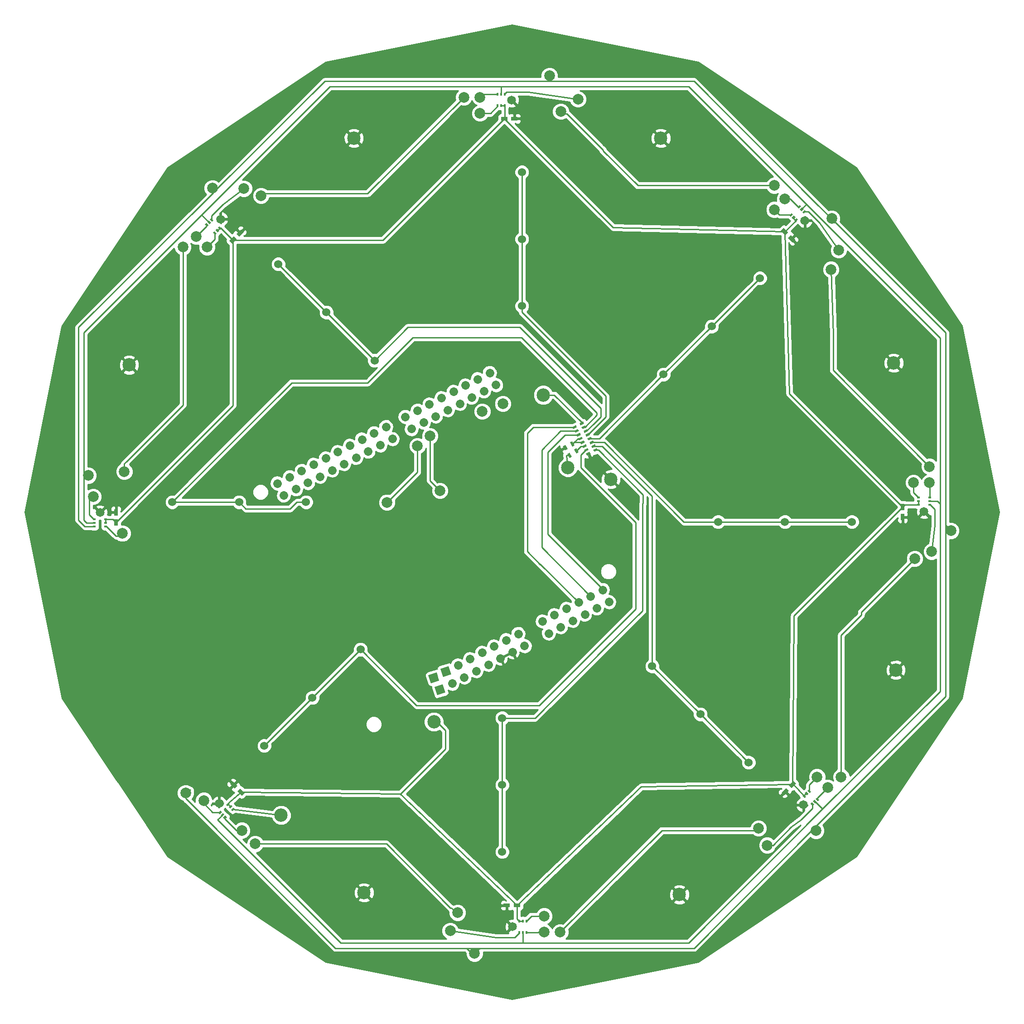
<source format=gbr>
G04 #@! TF.FileFunction,Copper,L1,Top,Signal*
%FSLAX46Y46*%
G04 Gerber Fmt 4.6, Leading zero omitted, Abs format (unit mm)*
G04 Created by KiCad (PCBNEW 4.0.7) date 03/12/18 00:58:58*
%MOMM*%
%LPD*%
G01*
G04 APERTURE LIST*
%ADD10C,0.100000*%
%ADD11C,2.499360*%
%ADD12C,1.998980*%
%ADD13R,0.750000X1.200000*%
%ADD14R,1.200000X0.750000*%
%ADD15C,1.524000*%
%ADD16C,1.650000*%
%ADD17R,0.400000X0.600000*%
%ADD18R,0.600000X0.400000*%
%ADD19C,1.600000*%
%ADD20C,0.250000*%
%ADD21C,0.254000*%
G04 APERTURE END LIST*
D10*
D11*
X132836920Y-79636620D03*
X137439400Y-93167200D03*
X97424240Y-31666180D03*
X55445660Y-74028300D03*
X99349560Y-172618400D03*
X158272480Y-173004480D03*
X198709280Y-131025900D03*
X198323200Y-73644760D03*
D12*
X205000000Y-96000000D03*
X209000000Y-105000000D03*
X205000000Y-93000000D03*
X205414880Y-108910120D03*
X202000000Y-96000000D03*
X202247500Y-110236000D03*
D13*
X53000000Y-103450000D03*
X53000000Y-101550000D03*
D10*
G36*
X74669150Y-51361180D02*
X74138820Y-50830850D01*
X74987348Y-49982322D01*
X75517678Y-50512652D01*
X74669150Y-51361180D01*
X74669150Y-51361180D01*
G37*
G36*
X76012652Y-50017678D02*
X75482322Y-49487348D01*
X76330850Y-48638820D01*
X76861180Y-49169150D01*
X76012652Y-50017678D01*
X76012652Y-50017678D01*
G37*
D14*
X125550000Y-28000000D03*
X127450000Y-28000000D03*
D10*
G36*
X179535090Y-151694140D02*
X180065420Y-152224470D01*
X179216892Y-153072998D01*
X178686562Y-152542668D01*
X179535090Y-151694140D01*
X179535090Y-151694140D01*
G37*
G36*
X178191588Y-153037642D02*
X178721918Y-153567972D01*
X177873390Y-154416500D01*
X177343060Y-153886170D01*
X178191588Y-153037642D01*
X178191588Y-153037642D01*
G37*
D13*
X200000000Y-100550000D03*
X200000000Y-102450000D03*
D10*
G36*
X177231300Y-48958230D02*
X177761630Y-48427900D01*
X178610158Y-49276428D01*
X178079828Y-49806758D01*
X177231300Y-48958230D01*
X177231300Y-48958230D01*
G37*
G36*
X178574802Y-50301732D02*
X179105132Y-49771402D01*
X179953660Y-50619930D01*
X179423330Y-51150260D01*
X178574802Y-50301732D01*
X178574802Y-50301732D01*
G37*
D14*
X127909360Y-175016160D03*
X126009360Y-175016160D03*
D10*
G36*
X77022700Y-153997930D02*
X76492370Y-154528260D01*
X75643842Y-153679732D01*
X76174172Y-153149402D01*
X77022700Y-153997930D01*
X77022700Y-153997930D01*
G37*
G36*
X75679198Y-152654428D02*
X75148868Y-153184758D01*
X74300340Y-152336230D01*
X74830670Y-151805900D01*
X75679198Y-152654428D01*
X75679198Y-152654428D01*
G37*
D12*
X174680880Y-163784280D03*
X188500000Y-151000000D03*
X54203600Y-105501440D03*
X54538880Y-93934280D03*
X186000000Y-153000000D03*
X183789320Y-161046160D03*
X68000000Y-50000000D03*
X71000000Y-41000000D03*
X115448080Y-179765960D03*
X136000000Y-180000000D03*
X70000000Y-52000000D03*
X80098900Y-42405300D03*
X133000000Y-180000000D03*
X120000000Y-184000000D03*
X121000000Y-24000000D03*
X134000000Y-20000000D03*
X188023500Y-52539900D03*
X176000000Y-40500000D03*
X69402960Y-155402280D03*
X79000000Y-163500000D03*
X76500000Y-161000000D03*
X66000000Y-154000000D03*
X178000000Y-43000000D03*
X186750960Y-46659800D03*
X125285500Y-81280000D03*
X47828200Y-94678500D03*
X76898500Y-41071800D03*
X65500000Y-52000000D03*
X184000000Y-151000000D03*
X173060360Y-160599120D03*
X139319000Y-24384000D03*
X118000000Y-24000000D03*
X133000000Y-177000000D03*
X116814600Y-176377600D03*
X121000000Y-27000000D03*
X136105900Y-26670000D03*
X176000000Y-45000000D03*
X186601100Y-56184800D03*
D10*
G36*
X138980807Y-89570674D02*
X139464377Y-90329726D01*
X139042681Y-90598376D01*
X138559111Y-89839324D01*
X138980807Y-89570674D01*
X138980807Y-89570674D01*
G37*
G36*
X137715719Y-90376624D02*
X138199289Y-91135676D01*
X137777593Y-91404326D01*
X137294023Y-90645274D01*
X137715719Y-90376624D01*
X137715719Y-90376624D01*
G37*
G36*
X138283724Y-88267697D02*
X138699298Y-89066007D01*
X138255792Y-89296881D01*
X137840218Y-88498571D01*
X138283724Y-88267697D01*
X138283724Y-88267697D01*
G37*
G36*
X136953208Y-88960319D02*
X137368782Y-89758629D01*
X136925276Y-89989503D01*
X136509702Y-89191193D01*
X136953208Y-88960319D01*
X136953208Y-88960319D01*
G37*
G36*
X140028920Y-87417433D02*
X140227472Y-87798848D01*
X139553344Y-88149777D01*
X139354792Y-87768362D01*
X140028920Y-87417433D01*
X140028920Y-87417433D01*
G37*
G36*
X141377177Y-86715575D02*
X141575729Y-87096990D01*
X140901601Y-87447919D01*
X140703049Y-87066504D01*
X141377177Y-86715575D01*
X141377177Y-86715575D01*
G37*
G36*
X140398319Y-88127041D02*
X140596871Y-88508456D01*
X139922743Y-88859385D01*
X139724191Y-88477970D01*
X140398319Y-88127041D01*
X140398319Y-88127041D01*
G37*
G36*
X141746576Y-87425183D02*
X141945128Y-87806598D01*
X141271000Y-88157527D01*
X141072448Y-87776112D01*
X141746576Y-87425183D01*
X141746576Y-87425183D01*
G37*
G36*
X139659521Y-86707824D02*
X139858073Y-87089239D01*
X139183945Y-87440168D01*
X138985393Y-87058753D01*
X139659521Y-86707824D01*
X139659521Y-86707824D01*
G37*
G36*
X140767718Y-88836650D02*
X140966270Y-89218065D01*
X140292142Y-89568994D01*
X140093590Y-89187579D01*
X140767718Y-88836650D01*
X140767718Y-88836650D01*
G37*
G36*
X142115975Y-88134792D02*
X142314527Y-88516207D01*
X141640399Y-88867136D01*
X141441847Y-88485721D01*
X142115975Y-88134792D01*
X142115975Y-88134792D01*
G37*
G36*
X141007778Y-86005966D02*
X141206330Y-86387381D01*
X140532202Y-86738310D01*
X140333650Y-86356895D01*
X141007778Y-86005966D01*
X141007778Y-86005966D01*
G37*
G36*
X141137117Y-89546259D02*
X141335669Y-89927674D01*
X140661541Y-90278603D01*
X140462989Y-89897188D01*
X141137117Y-89546259D01*
X141137117Y-89546259D01*
G37*
G36*
X141506516Y-90255867D02*
X141705068Y-90637282D01*
X141030940Y-90988211D01*
X140832388Y-90606796D01*
X141506516Y-90255867D01*
X141506516Y-90255867D01*
G37*
G36*
X138920724Y-85288607D02*
X139119276Y-85670022D01*
X138445148Y-86020951D01*
X138246596Y-85639536D01*
X138920724Y-85288607D01*
X138920724Y-85288607D01*
G37*
G36*
X139290123Y-85998215D02*
X139488675Y-86379630D01*
X138814547Y-86730559D01*
X138615995Y-86349144D01*
X139290123Y-85998215D01*
X139290123Y-85998215D01*
G37*
G36*
X140638379Y-85296357D02*
X140836931Y-85677772D01*
X140162803Y-86028701D01*
X139964251Y-85647286D01*
X140638379Y-85296357D01*
X140638379Y-85296357D01*
G37*
G36*
X140268980Y-84586749D02*
X140467532Y-84968164D01*
X139793404Y-85319093D01*
X139594852Y-84937678D01*
X140268980Y-84586749D01*
X140268980Y-84586749D01*
G37*
G36*
X142854772Y-89554009D02*
X143053324Y-89935424D01*
X142379196Y-90286353D01*
X142180644Y-89904938D01*
X142854772Y-89554009D01*
X142854772Y-89554009D01*
G37*
G36*
X142485373Y-88844401D02*
X142683925Y-89225816D01*
X142009797Y-89576745D01*
X141811245Y-89195330D01*
X142485373Y-88844401D01*
X142485373Y-88844401D01*
G37*
D15*
X63500000Y-99650000D03*
X83308148Y-55191852D03*
X128850000Y-38000000D03*
X173308148Y-57808148D03*
X76000000Y-99650000D03*
X92308148Y-64191852D03*
X128850000Y-50500000D03*
X164308148Y-66808148D03*
X88500000Y-99650000D03*
X101308148Y-73191852D03*
X128850000Y-63000000D03*
X155308148Y-75808148D03*
X190500000Y-103350000D03*
X171191852Y-148308148D03*
X125150000Y-165000000D03*
X80691852Y-145191852D03*
X178000000Y-103350000D03*
X162191852Y-139308148D03*
X125150000Y-152500000D03*
X89691852Y-136191852D03*
X165500000Y-103350000D03*
X153191852Y-130308148D03*
X125150000Y-140000000D03*
X98691852Y-127191852D03*
D10*
G36*
X73264430Y-158894291D02*
X72981588Y-158611449D01*
X73405852Y-158187185D01*
X73688694Y-158470027D01*
X73264430Y-158894291D01*
X73264430Y-158894291D01*
G37*
G36*
X72345191Y-157975052D02*
X72062349Y-157692210D01*
X72486613Y-157267946D01*
X72769455Y-157550788D01*
X72345191Y-157975052D01*
X72345191Y-157975052D01*
G37*
G36*
X72804811Y-158434671D02*
X72521969Y-158151829D01*
X72946233Y-157727565D01*
X73229075Y-158010407D01*
X72804811Y-158434671D01*
X72804811Y-158434671D01*
G37*
G36*
X74774103Y-157377547D02*
X74491261Y-157094705D01*
X74915525Y-156670441D01*
X75198367Y-156953283D01*
X74774103Y-157377547D01*
X74774103Y-157377547D01*
G37*
G36*
X74318019Y-156921463D02*
X74035177Y-156638621D01*
X74459441Y-156214357D01*
X74742283Y-156497199D01*
X74318019Y-156921463D01*
X74318019Y-156921463D01*
G37*
G36*
X73858400Y-156461843D02*
X73575558Y-156179001D01*
X73999822Y-155754737D01*
X74282664Y-156037579D01*
X73858400Y-156461843D01*
X73858400Y-156461843D01*
G37*
D16*
X72274481Y-155959798D03*
D17*
X129680000Y-180070000D03*
X128380000Y-180070000D03*
X129030000Y-180070000D03*
X129675000Y-177930000D03*
X129030000Y-177930000D03*
X128380000Y-177930000D03*
D16*
X127105000Y-178995000D03*
D10*
G36*
X180735570Y-44105709D02*
X181018412Y-44388551D01*
X180594148Y-44812815D01*
X180311306Y-44529973D01*
X180735570Y-44105709D01*
X180735570Y-44105709D01*
G37*
G36*
X181654809Y-45024948D02*
X181937651Y-45307790D01*
X181513387Y-45732054D01*
X181230545Y-45449212D01*
X181654809Y-45024948D01*
X181654809Y-45024948D01*
G37*
G36*
X181195189Y-44565329D02*
X181478031Y-44848171D01*
X181053767Y-45272435D01*
X180770925Y-44989593D01*
X181195189Y-44565329D01*
X181195189Y-44565329D01*
G37*
G36*
X179225897Y-45622453D02*
X179508739Y-45905295D01*
X179084475Y-46329559D01*
X178801633Y-46046717D01*
X179225897Y-45622453D01*
X179225897Y-45622453D01*
G37*
G36*
X179681981Y-46078537D02*
X179964823Y-46361379D01*
X179540559Y-46785643D01*
X179257717Y-46502801D01*
X179681981Y-46078537D01*
X179681981Y-46078537D01*
G37*
G36*
X180141600Y-46538157D02*
X180424442Y-46820999D01*
X180000178Y-47245263D01*
X179717336Y-46962421D01*
X180141600Y-46538157D01*
X180141600Y-46538157D01*
G37*
D16*
X181725519Y-47040202D03*
D18*
X205070000Y-98820000D03*
X205070000Y-100120000D03*
X205070000Y-99470000D03*
X202930000Y-98825000D03*
X202930000Y-99470000D03*
X202930000Y-100120000D03*
D16*
X203995000Y-101395000D03*
D10*
G36*
X184394291Y-155235570D02*
X184111449Y-155518412D01*
X183687185Y-155094148D01*
X183970027Y-154811306D01*
X184394291Y-155235570D01*
X184394291Y-155235570D01*
G37*
G36*
X183475052Y-156154809D02*
X183192210Y-156437651D01*
X182767946Y-156013387D01*
X183050788Y-155730545D01*
X183475052Y-156154809D01*
X183475052Y-156154809D01*
G37*
G36*
X183934671Y-155695189D02*
X183651829Y-155978031D01*
X183227565Y-155553767D01*
X183510407Y-155270925D01*
X183934671Y-155695189D01*
X183934671Y-155695189D01*
G37*
G36*
X182877547Y-153725897D02*
X182594705Y-154008739D01*
X182170441Y-153584475D01*
X182453283Y-153301633D01*
X182877547Y-153725897D01*
X182877547Y-153725897D01*
G37*
G36*
X182421463Y-154181981D02*
X182138621Y-154464823D01*
X181714357Y-154040559D01*
X181997199Y-153757717D01*
X182421463Y-154181981D01*
X182421463Y-154181981D01*
G37*
G36*
X181961843Y-154641600D02*
X181679001Y-154924442D01*
X181254737Y-154500178D01*
X181537579Y-154217336D01*
X181961843Y-154641600D01*
X181961843Y-154641600D01*
G37*
D16*
X181459798Y-156225519D03*
D17*
X124320000Y-23430000D03*
X125620000Y-23430000D03*
X124970000Y-23430000D03*
X124325000Y-25570000D03*
X124970000Y-25570000D03*
X125620000Y-25570000D03*
D16*
X126895000Y-24505000D03*
D10*
G36*
X69605709Y-47764430D02*
X69888551Y-47481588D01*
X70312815Y-47905852D01*
X70029973Y-48188694D01*
X69605709Y-47764430D01*
X69605709Y-47764430D01*
G37*
G36*
X70524948Y-46845191D02*
X70807790Y-46562349D01*
X71232054Y-46986613D01*
X70949212Y-47269455D01*
X70524948Y-46845191D01*
X70524948Y-46845191D01*
G37*
G36*
X70065329Y-47304811D02*
X70348171Y-47021969D01*
X70772435Y-47446233D01*
X70489593Y-47729075D01*
X70065329Y-47304811D01*
X70065329Y-47304811D01*
G37*
G36*
X71122453Y-49274103D02*
X71405295Y-48991261D01*
X71829559Y-49415525D01*
X71546717Y-49698367D01*
X71122453Y-49274103D01*
X71122453Y-49274103D01*
G37*
G36*
X71578537Y-48818019D02*
X71861379Y-48535177D01*
X72285643Y-48959441D01*
X72002801Y-49242283D01*
X71578537Y-48818019D01*
X71578537Y-48818019D01*
G37*
G36*
X72038157Y-48358400D02*
X72320999Y-48075558D01*
X72745263Y-48499822D01*
X72462421Y-48782664D01*
X72038157Y-48358400D01*
X72038157Y-48358400D01*
G37*
D16*
X72540202Y-46774481D03*
D18*
X48930000Y-104180000D03*
X48930000Y-102880000D03*
X48930000Y-103530000D03*
X51070000Y-104175000D03*
X51070000Y-103530000D03*
X51070000Y-102880000D03*
D16*
X50005000Y-101605000D03*
D12*
X48727360Y-98628200D03*
X121424700Y-82702400D03*
X111658400Y-87299800D03*
X113538000Y-97536000D03*
X109319060Y-89148920D03*
X103629460Y-99715320D03*
D11*
X154805380Y-31666180D03*
X112395000Y-140703300D03*
X145440400Y-95389700D03*
D19*
X121726111Y-78920525D02*
X121726111Y-78920525D01*
X123979119Y-77747684D02*
X123979119Y-77747684D01*
X88835749Y-96042164D02*
X88835749Y-96042164D01*
X91088757Y-94869323D02*
X91088757Y-94869323D01*
X93341764Y-93696481D02*
X93341764Y-93696481D01*
X95594772Y-92523640D02*
X95594772Y-92523640D01*
X97847779Y-91350798D02*
X97847779Y-91350798D01*
X100100787Y-90177957D02*
X100100787Y-90177957D01*
X102353795Y-89005115D02*
X102353795Y-89005115D01*
X104606802Y-87832274D02*
X104606802Y-87832274D01*
X108208066Y-85957574D02*
X108208066Y-85957574D01*
X110461074Y-84784733D02*
X110461074Y-84784733D01*
X112714081Y-83611891D02*
X112714081Y-83611891D01*
X114967089Y-82439050D02*
X114967089Y-82439050D01*
X117220096Y-81266208D02*
X117220096Y-81266208D01*
X119473104Y-80093367D02*
X119473104Y-80093367D01*
X86582742Y-97215006D02*
X86582742Y-97215006D01*
X84329734Y-98387847D02*
X84329734Y-98387847D01*
X143917424Y-116048812D02*
X143917424Y-116048812D01*
X141664416Y-117221653D02*
X141664416Y-117221653D01*
X139411409Y-118394495D02*
X139411409Y-118394495D01*
X137158401Y-119567336D02*
X137158401Y-119567336D01*
X134905394Y-120740178D02*
X134905394Y-120740178D01*
X132652386Y-121913019D02*
X132652386Y-121913019D01*
X128146371Y-124258702D02*
X128146371Y-124258702D01*
X125893364Y-125431544D02*
X125893364Y-125431544D01*
X123640356Y-126604385D02*
X123640356Y-126604385D01*
X121387349Y-127777227D02*
X121387349Y-127777227D01*
X119134341Y-128950068D02*
X119134341Y-128950068D01*
X116881334Y-130122910D02*
X116881334Y-130122910D01*
D10*
G36*
X113624788Y-130773342D02*
X115150735Y-130292213D01*
X115631864Y-131818160D01*
X114105917Y-132299289D01*
X113624788Y-130773342D01*
X113624788Y-130773342D01*
G37*
G36*
X111371781Y-131946183D02*
X112897728Y-131465054D01*
X113378857Y-132991001D01*
X111852910Y-133472130D01*
X111371781Y-131946183D01*
X111371781Y-131946183D01*
G37*
D19*
X83156893Y-96134840D02*
X83156893Y-96134840D01*
X85409900Y-94961998D02*
X85409900Y-94961998D01*
D10*
G36*
X112544622Y-134199191D02*
X114070569Y-133718062D01*
X114551698Y-135244009D01*
X113025751Y-135725138D01*
X112544622Y-134199191D01*
X112544622Y-134199191D01*
G37*
D19*
X118300262Y-77840359D02*
X118300262Y-77840359D01*
X115801168Y-133548759D02*
X115801168Y-133548759D01*
X116047255Y-79013201D02*
X116047255Y-79013201D01*
X118054175Y-132375917D02*
X118054175Y-132375917D01*
X113794247Y-80186042D02*
X113794247Y-80186042D01*
X120307183Y-131203076D02*
X120307183Y-131203076D01*
X111541240Y-81358884D02*
X111541240Y-81358884D01*
X122560190Y-130030234D02*
X122560190Y-130030234D01*
X109288232Y-82531725D02*
X109288232Y-82531725D01*
X124813198Y-128857393D02*
X124813198Y-128857393D01*
X107035225Y-83704567D02*
X107035225Y-83704567D01*
X127066205Y-127684551D02*
X127066205Y-127684551D01*
X103433961Y-85579266D02*
X103433961Y-85579266D01*
X129319213Y-126511710D02*
X129319213Y-126511710D01*
X101180953Y-86752108D02*
X101180953Y-86752108D01*
X133825228Y-124166027D02*
X133825228Y-124166027D01*
X98927946Y-87924949D02*
X98927946Y-87924949D01*
X136078235Y-122993185D02*
X136078235Y-122993185D01*
X96674938Y-89097791D02*
X96674938Y-89097791D01*
X138331243Y-121820344D02*
X138331243Y-121820344D01*
X94421930Y-90270632D02*
X94421930Y-90270632D01*
X140584250Y-120647502D02*
X140584250Y-120647502D01*
X92168923Y-91443474D02*
X92168923Y-91443474D01*
X142837258Y-119474661D02*
X142837258Y-119474661D01*
X89915915Y-92616315D02*
X89915915Y-92616315D01*
X145090265Y-118301819D02*
X145090265Y-118301819D01*
X87662908Y-93789157D02*
X87662908Y-93789157D01*
X122806277Y-75494677D02*
X122806277Y-75494677D01*
X120553270Y-76667518D02*
X120553270Y-76667518D01*
D11*
X83847940Y-158168340D03*
D20*
X141268728Y-90622039D02*
X141268728Y-91218028D01*
X141268728Y-91218028D02*
X145440400Y-95389700D01*
X47828200Y-94678500D02*
X47000000Y-95000000D01*
X47000000Y-103000000D02*
X47000000Y-95000000D01*
X47000000Y-95000000D02*
X47000000Y-68000000D01*
X47530000Y-103530000D02*
X47000000Y-103000000D01*
X47000000Y-68000000D02*
X69000000Y-46000000D01*
X92970000Y-22030000D02*
X69000000Y-46000000D01*
X124970000Y-22030000D02*
X92970000Y-22030000D01*
X125000000Y-22000000D02*
X160000000Y-22000000D01*
X125000000Y-22000000D02*
X124970000Y-22030000D01*
X160000000Y-22000000D02*
X182000000Y-44000000D01*
X207000000Y-69000000D02*
X182000000Y-44000000D01*
X207000000Y-100000000D02*
X207000000Y-135000000D01*
X207000000Y-100000000D02*
X207000000Y-69000000D01*
X207000000Y-135000000D02*
X185000000Y-157000000D01*
X206470000Y-99470000D02*
X207000000Y-100000000D01*
X160000000Y-182000000D02*
X185000000Y-157000000D01*
X130000000Y-182000000D02*
X160000000Y-182000000D01*
X129000000Y-182000000D02*
X130000000Y-182000000D01*
X95000000Y-182000000D02*
X130000000Y-182000000D01*
X72000000Y-159000000D02*
X95000000Y-182000000D01*
X129030000Y-181970000D02*
X129000000Y-182000000D01*
X47530000Y-103530000D02*
X48930000Y-103530000D01*
X70375522Y-47375522D02*
X69000000Y-46000000D01*
X70418882Y-47375522D02*
X70375522Y-47375522D01*
X70418882Y-47375522D02*
X70275522Y-47375522D01*
X205070000Y-99470000D02*
X206470000Y-99470000D01*
X185000000Y-157000000D02*
X183624478Y-155624478D01*
X183581118Y-155624478D02*
X183624478Y-155624478D01*
X129030000Y-180070000D02*
X129030000Y-181970000D01*
X72875522Y-158124478D02*
X72000000Y-159000000D01*
X72875522Y-158081118D02*
X72875522Y-158124478D01*
X124970000Y-23430000D02*
X124970000Y-22030000D01*
X181124478Y-44875522D02*
X182000000Y-44000000D01*
X181124478Y-44918882D02*
X181124478Y-44875522D01*
X48000000Y-102000000D02*
X48000000Y-100000000D01*
X48000000Y-100000000D02*
X48000000Y-99000000D01*
X48880000Y-102880000D02*
X48000000Y-102000000D01*
X109319060Y-89148920D02*
X109319060Y-94025720D01*
X109319060Y-94025720D02*
X103629460Y-99715320D01*
X66873841Y-153445560D02*
X66554440Y-153445560D01*
X66554440Y-153445560D02*
X66000000Y-154000000D01*
X66000000Y-154000000D02*
X66000000Y-155000000D01*
X66000000Y-155000000D02*
X66217800Y-155217800D01*
X66217800Y-155217800D02*
X66217800Y-155290520D01*
X66217800Y-155290520D02*
X66217800Y-155217800D01*
X72000000Y-41000000D02*
X71000000Y-41000000D01*
X71000000Y-42000000D02*
X71000000Y-41000000D01*
X120000000Y-184000000D02*
X119500000Y-184000000D01*
X119500000Y-184000000D02*
X118500000Y-183000000D01*
X120000000Y-184000000D02*
X120000000Y-183000000D01*
X134000000Y-21000000D02*
X134000000Y-20000000D01*
X186250000Y-46250000D02*
X186867800Y-47205900D01*
X186867800Y-47205900D02*
X186867800Y-47205900D01*
X187500000Y-47500000D02*
X186867800Y-47205900D01*
X208000000Y-105000000D02*
X209000000Y-105000000D01*
X208000000Y-105500000D02*
X208000000Y-105000000D01*
X208000000Y-105000000D02*
X208500000Y-104500000D01*
X208500000Y-104500000D02*
X209000000Y-105000000D01*
X208000000Y-104000000D02*
X209000000Y-105000000D01*
X183000000Y-161000000D02*
X183789320Y-161046160D01*
X121000000Y-183000000D02*
X120000000Y-184000000D01*
X209000000Y-105000000D02*
X208500000Y-105000000D01*
X208500000Y-105000000D02*
X208000000Y-105500000D01*
X208000000Y-104500000D02*
X208500000Y-104500000D01*
X208500000Y-104500000D02*
X209000000Y-105000000D01*
X120500000Y-183000000D02*
X121000000Y-183000000D01*
X121000000Y-183000000D02*
X121500000Y-183000000D01*
X121500000Y-183000000D02*
X122500000Y-183000000D01*
X66000000Y-155000000D02*
X66217800Y-155217800D01*
X66217800Y-155217800D02*
X69000000Y-158000000D01*
X46000000Y-67000000D02*
X70000000Y-43000000D01*
X46000000Y-103000000D02*
X46000000Y-67000000D01*
X70000000Y-43000000D02*
X71000000Y-42000000D01*
X71000000Y-42000000D02*
X72000000Y-41000000D01*
X72000000Y-41000000D02*
X92000000Y-21000000D01*
X92000000Y-21000000D02*
X127000000Y-21000000D01*
X127000000Y-21000000D02*
X129000000Y-21000000D01*
X129000000Y-21000000D02*
X134000000Y-21000000D01*
X134000000Y-21000000D02*
X161000000Y-21000000D01*
X161000000Y-21000000D02*
X184000000Y-44000000D01*
X184000000Y-44000000D02*
X186250000Y-46250000D01*
X186250000Y-46250000D02*
X187500000Y-47500000D01*
X187500000Y-47500000D02*
X208000000Y-68000000D01*
X208000000Y-68000000D02*
X208000000Y-103000000D01*
X208000000Y-103000000D02*
X208000000Y-104000000D01*
X208000000Y-104000000D02*
X208000000Y-104500000D01*
X208000000Y-104500000D02*
X208000000Y-105500000D01*
X208000000Y-105500000D02*
X208000000Y-136000000D01*
X208000000Y-136000000D02*
X185000000Y-159000000D01*
X185000000Y-159000000D02*
X183000000Y-161000000D01*
X183000000Y-161000000D02*
X161000000Y-183000000D01*
X125000000Y-183000000D02*
X122500000Y-183000000D01*
X161000000Y-183000000D02*
X125000000Y-183000000D01*
X120500000Y-183000000D02*
X120000000Y-183000000D01*
X120000000Y-183000000D02*
X119715900Y-183000000D01*
X119715900Y-183000000D02*
X118500000Y-183000000D01*
X118500000Y-183000000D02*
X94000000Y-183000000D01*
X94000000Y-183000000D02*
X69000000Y-158000000D01*
X47180000Y-104180000D02*
X46000000Y-103000000D01*
X47180000Y-104180000D02*
X48930000Y-104180000D01*
X205070000Y-98820000D02*
X205070000Y-96070000D01*
X205070000Y-96070000D02*
X205000000Y-96000000D01*
X69959262Y-48040738D02*
X68000000Y-50000000D01*
X69959262Y-47835141D02*
X69959262Y-48040738D01*
X69959262Y-47835141D02*
X69935141Y-47835141D01*
X124320000Y-23430000D02*
X121570000Y-23430000D01*
X121570000Y-23430000D02*
X121000000Y-24000000D01*
X178000000Y-43000000D02*
X179000000Y-43000000D01*
X179000000Y-43000000D02*
X180000000Y-44000000D01*
X180000000Y-44000000D02*
X179000000Y-43000000D01*
X184040738Y-155164859D02*
X184040738Y-154959262D01*
X184040738Y-154959262D02*
X186000000Y-153000000D01*
X129680000Y-180070000D02*
X132930000Y-180070000D01*
X132930000Y-180070000D02*
X133000000Y-180000000D01*
X131930000Y-180070000D02*
X132000000Y-180000000D01*
X129680000Y-180070000D02*
X131930000Y-180070000D01*
X73335141Y-158540738D02*
X73335141Y-158835141D01*
X73335141Y-158835141D02*
X75500000Y-161000000D01*
X73335141Y-158540738D02*
X73540738Y-158540738D01*
X180664859Y-44459262D02*
X180459262Y-44459262D01*
X180459262Y-44459262D02*
X180000000Y-44000000D01*
X137261600Y-27114500D02*
X136550400Y-27114500D01*
X136550400Y-27114500D02*
X136105900Y-26670000D01*
X143988900Y-33988900D02*
X143988900Y-33841800D01*
X143988900Y-33841800D02*
X137261600Y-27114500D01*
X184500000Y-47500000D02*
X188023500Y-52539900D01*
X188023500Y-52539900D02*
X188023500Y-52539900D01*
X176000000Y-40500000D02*
X150500000Y-40500000D01*
X150500000Y-40500000D02*
X143988900Y-33988900D01*
X123000000Y-27000000D02*
X121000000Y-27000000D01*
X182378501Y-45378501D02*
X184500000Y-47500000D01*
X124325000Y-25570000D02*
X124325000Y-25675000D01*
X124325000Y-25675000D02*
X123000000Y-27000000D01*
X124325000Y-25570000D02*
X124325000Y-25525000D01*
X181584098Y-45378501D02*
X182378501Y-45378501D01*
X187000000Y-68364100D02*
X186601100Y-56184800D01*
X186601100Y-56184800D02*
X186601100Y-56184800D01*
X187000000Y-68364100D02*
X187000000Y-75000000D01*
X187000000Y-75000000D02*
X205000000Y-93000000D01*
X176976006Y-45976006D02*
X176000000Y-45000000D01*
X205070000Y-100120000D02*
X205120000Y-100120000D01*
X205120000Y-100120000D02*
X206000000Y-101000000D01*
X206000000Y-101000000D02*
X206000000Y-104000000D01*
X206000000Y-104000000D02*
X205414880Y-108910120D01*
X205414880Y-108910120D02*
X205414880Y-108910120D01*
X205414880Y-108910120D02*
X205414880Y-108910120D01*
X179155186Y-45976006D02*
X176976006Y-45976006D01*
X72415902Y-157621499D02*
X71039461Y-157621499D01*
X71039461Y-157621499D02*
X69402960Y-155984998D01*
X69402960Y-155984998D02*
X69402960Y-155402280D01*
X115511520Y-175511520D02*
X115608160Y-175511520D01*
X115608160Y-175511520D02*
X116814600Y-176377600D01*
X103500000Y-163500000D02*
X115511520Y-175511520D01*
X79000000Y-163500000D02*
X103500000Y-163500000D01*
X133000000Y-177000000D02*
X130605000Y-177000000D01*
X130605000Y-177000000D02*
X129675000Y-177930000D01*
X174680880Y-163784280D02*
X175742600Y-163784280D01*
X175742600Y-163784280D02*
X179150857Y-160376023D01*
X192237800Y-120762200D02*
X192237800Y-120245700D01*
X192237800Y-120245700D02*
X202247500Y-110236000D01*
X181000000Y-159000000D02*
X179150857Y-160376023D01*
X183121499Y-156084098D02*
X183121499Y-156878501D01*
X183121499Y-156878501D02*
X181000000Y-159000000D01*
X188500000Y-151000000D02*
X188500000Y-124500000D01*
X188500000Y-124500000D02*
X192237800Y-120762200D01*
X202000000Y-96000000D02*
X202000000Y-97895000D01*
X202000000Y-97895000D02*
X202930000Y-98825000D01*
X52961360Y-105961360D02*
X53743680Y-105961360D01*
X53743680Y-105961360D02*
X54203600Y-105501440D01*
X51070000Y-104175000D02*
X51175000Y-104175000D01*
X51175000Y-104175000D02*
X52961360Y-105961360D01*
X52961360Y-105961360D02*
X53000000Y-106000000D01*
X51070000Y-104175000D02*
X51070000Y-104230000D01*
X54538880Y-93934280D02*
X54538880Y-92481400D01*
X54930040Y-92090240D02*
X54930040Y-92069960D01*
X54538880Y-92481400D02*
X54930040Y-92090240D01*
X65500000Y-52000000D02*
X65500000Y-81500000D01*
X65500000Y-81500000D02*
X54930040Y-92069960D01*
X73000000Y-44000000D02*
X76898500Y-41071800D01*
X70878501Y-46915902D02*
X70878501Y-46121499D01*
X70878501Y-46121499D02*
X73000000Y-44000000D01*
X70878501Y-46915902D02*
X70815902Y-46915902D01*
X163664900Y-161000000D02*
X172659480Y-161000000D01*
X172659480Y-161000000D02*
X173060360Y-160599120D01*
X128380000Y-180070000D02*
X128380000Y-180120000D01*
X128380000Y-180120000D02*
X127500000Y-181000000D01*
X124000000Y-181000000D02*
X115448080Y-179765960D01*
X127500000Y-181000000D02*
X124000000Y-181000000D01*
X163664900Y-161000000D02*
X155000000Y-161000000D01*
X155000000Y-161000000D02*
X136000000Y-180000000D01*
X182523994Y-152476006D02*
X184000000Y-151000000D01*
X182523994Y-153655186D02*
X182523994Y-152476006D01*
X99801680Y-42000000D02*
X80504200Y-42000000D01*
X80504200Y-42000000D02*
X80098900Y-42405300D01*
X71476006Y-50523994D02*
X70000000Y-52000000D01*
X71476006Y-49344814D02*
X71476006Y-50523994D01*
X71476006Y-49344814D02*
X71476006Y-49523994D01*
X99801680Y-42000000D02*
X100000000Y-42000000D01*
X100000000Y-42000000D02*
X118000000Y-24000000D01*
X130000000Y-23000000D02*
X139319000Y-24384000D01*
X126000000Y-23000000D02*
X130000000Y-23000000D01*
X125620000Y-23430000D02*
X125620000Y-23380000D01*
X125620000Y-23380000D02*
X126000000Y-23000000D01*
X140529930Y-89202822D02*
X139893447Y-89202822D01*
X139893447Y-89202822D02*
X139011744Y-90084525D01*
X137746656Y-90890475D02*
X137138025Y-90890475D01*
X137138025Y-90890475D02*
X137439400Y-93167200D01*
X115801168Y-133548759D02*
X116213259Y-133548759D01*
X112395000Y-140703300D02*
X112948936Y-140703300D01*
X112948936Y-140703300D02*
X114554236Y-142308600D01*
X114554236Y-142308600D02*
X114554236Y-145795764D01*
X106150625Y-154199375D02*
X106150625Y-154171751D01*
X114554236Y-145795764D02*
X106150625Y-154199375D01*
X202930000Y-100120000D02*
X200430000Y-100120000D01*
X200430000Y-100120000D02*
X200000000Y-100550000D01*
X202930000Y-99470000D02*
X202930000Y-100120000D01*
X76333271Y-153838831D02*
X106150625Y-154171751D01*
X106150625Y-154171751D02*
X106121751Y-154171751D01*
X106121751Y-154171751D02*
X127909360Y-175016160D01*
X179375991Y-152383569D02*
X151121751Y-152828249D01*
X151121751Y-152828249D02*
X127909360Y-175016160D01*
X179375991Y-152383569D02*
X179671751Y-120878249D01*
X179671751Y-120878249D02*
X200000000Y-100550000D01*
X177920729Y-49117329D02*
X178828249Y-79378249D01*
X178828249Y-79378249D02*
X200000000Y-100550000D01*
X177920729Y-49117329D02*
X145878249Y-48328249D01*
X145878249Y-48328249D02*
X125550000Y-28000000D01*
X74828249Y-50671751D02*
X102878249Y-50671751D01*
X102878249Y-50671751D02*
X125550000Y-28000000D01*
X74828249Y-50671751D02*
X74828249Y-81584649D01*
X74828249Y-81584649D02*
X74828249Y-81621751D01*
X74828249Y-81621751D02*
X53000000Y-103450000D01*
X127909360Y-175016160D02*
X127950000Y-177500000D01*
X127950000Y-177500000D02*
X128380000Y-177930000D01*
X179375991Y-152383569D02*
X179569890Y-152383569D01*
X179569890Y-152383569D02*
X181608290Y-154570889D01*
X180070889Y-47085609D02*
X177920729Y-49117329D01*
X125620000Y-25570000D02*
X125620000Y-27930000D01*
X125620000Y-27930000D02*
X125550000Y-28000000D01*
X52430000Y-102880000D02*
X53000000Y-103450000D01*
X51070000Y-102880000D02*
X52430000Y-102880000D01*
X51070000Y-103530000D02*
X51070000Y-102880000D01*
X71932090Y-48888730D02*
X71932091Y-48888730D01*
X71932091Y-48888730D02*
X72391710Y-48429111D01*
X72391710Y-48429111D02*
X72585609Y-48429111D01*
X72585609Y-48429111D02*
X74828249Y-50671751D01*
X182000000Y-154000000D02*
X182067910Y-154111270D01*
X181608290Y-154570889D02*
X181608290Y-154391710D01*
X181608290Y-154391710D02*
X182000000Y-154000000D01*
X128380000Y-177930000D02*
X129030000Y-177930000D01*
X74388730Y-156567910D02*
X74388730Y-156567909D01*
X74388730Y-156567909D02*
X73929111Y-156108290D01*
X73929111Y-156108290D02*
X73929111Y-155914391D01*
X73929111Y-155914391D02*
X76333271Y-153838831D01*
X140031192Y-84952921D02*
X140031192Y-84765872D01*
X140031192Y-84765872D02*
X134901940Y-79636620D01*
X134901940Y-79636620D02*
X132836920Y-79636620D01*
X124970000Y-25570000D02*
X125620000Y-25570000D01*
X179611270Y-46432090D02*
X179611270Y-46611270D01*
X179611270Y-46611270D02*
X180000000Y-47000000D01*
X180070889Y-46891710D02*
X180070889Y-47085609D01*
X180000000Y-47000000D02*
X180070889Y-46891710D01*
X139791132Y-87783605D02*
X139312715Y-87783605D01*
X139312715Y-87783605D02*
X138603107Y-88493213D01*
X140160531Y-88493213D02*
X138603107Y-88493213D01*
X138603107Y-88493213D02*
X138558834Y-88493213D01*
X138558834Y-88493213D02*
X138269758Y-88782289D01*
X140400591Y-85662529D02*
X140595591Y-85662529D01*
X140595591Y-85662529D02*
X142829280Y-83428840D01*
X85807000Y-77343000D02*
X63500000Y-99650000D01*
X100012500Y-77343000D02*
X85807000Y-77343000D01*
X108458000Y-68897500D02*
X100012500Y-77343000D01*
X128744980Y-68897500D02*
X108458000Y-68897500D01*
X142829280Y-82981800D02*
X128744980Y-68897500D01*
X142829280Y-83428840D02*
X142829280Y-82981800D01*
X140400591Y-85662529D02*
X140676871Y-85662529D01*
X88500000Y-99650000D02*
X86773300Y-99650000D01*
X86773300Y-99650000D02*
X85521800Y-100901500D01*
X85521800Y-100901500D02*
X77251500Y-100901500D01*
X77251500Y-100901500D02*
X76000000Y-99650000D01*
X63500000Y-99650000D02*
X76000000Y-99650000D01*
X101308148Y-73191852D02*
X92308148Y-64191852D01*
X140769990Y-86372138D02*
X140891822Y-86372138D01*
X140891822Y-86372138D02*
X142214600Y-85049360D01*
X140891822Y-86372138D02*
X142214600Y-85049360D01*
X142214600Y-85049360D02*
X143555720Y-83708240D01*
X143555720Y-83708240D02*
X143555720Y-82087720D01*
X143555720Y-82087720D02*
X128468120Y-67000120D01*
X128468120Y-67000120D02*
X107499880Y-67000120D01*
X107499880Y-67000120D02*
X101308148Y-73191852D01*
X83308148Y-55191852D02*
X92308148Y-64191852D01*
X128850000Y-50500000D02*
X128850000Y-63000000D01*
X128850000Y-63000000D02*
X128850000Y-64196840D01*
X128850000Y-64196840D02*
X144505680Y-79852520D01*
X144505680Y-79852520D02*
X144505680Y-83715456D01*
X144505680Y-83715456D02*
X141139389Y-87081747D01*
X128850000Y-38000000D02*
X128850000Y-50500000D01*
X141508788Y-87791355D02*
X143324941Y-87791355D01*
X143324941Y-87791355D02*
X155308148Y-75808148D01*
X173308148Y-57808148D02*
X164308148Y-66808148D01*
X164308148Y-66808148D02*
X155308148Y-75808148D01*
X190500000Y-103350000D02*
X178000000Y-103350000D01*
X178000000Y-103350000D02*
X165500000Y-103350000D01*
X141878187Y-88500964D02*
X144269204Y-88500964D01*
X144269204Y-88500964D02*
X159118240Y-103350000D01*
X159118240Y-103350000D02*
X165500000Y-103350000D01*
X142247585Y-89210573D02*
X143861213Y-89210573D01*
X153191852Y-98541212D02*
X153191852Y-130308148D01*
X143861213Y-89210573D02*
X153191852Y-98541212D01*
X162191852Y-139308148D02*
X171191852Y-148308148D01*
X153191852Y-130308148D02*
X162191852Y-139308148D01*
X142616984Y-89920181D02*
X143145881Y-89920181D01*
X151485600Y-99860100D02*
X151396700Y-99860100D01*
X151485600Y-98259900D02*
X151485600Y-99860100D01*
X143145881Y-89920181D02*
X151485600Y-98259900D01*
X151396700Y-119926100D02*
X151396700Y-99860100D01*
X151396700Y-119926100D02*
X144640300Y-126682500D01*
X125150000Y-140000000D02*
X131322800Y-140000000D01*
X131322800Y-140000000D02*
X144640300Y-126682500D01*
X144640300Y-126682500D02*
X144907000Y-126415800D01*
X125150000Y-152500000D02*
X125150000Y-140000000D01*
X125150000Y-165000000D02*
X125150000Y-152500000D01*
X140899329Y-89912431D02*
X140821169Y-89912431D01*
X140821169Y-89912431D02*
X139865100Y-90868500D01*
X109155300Y-137655300D02*
X98691852Y-127191852D01*
X132054600Y-137655300D02*
X109155300Y-137655300D01*
X150075900Y-119634000D02*
X132054600Y-137655300D01*
X150075900Y-103441500D02*
X150075900Y-119634000D01*
X139865100Y-93230700D02*
X150075900Y-103441500D01*
X139865100Y-90868500D02*
X139865100Y-93230700D01*
X140899329Y-89912431D02*
X140859269Y-89912431D01*
X89691852Y-136191852D02*
X80691852Y-145191852D01*
X89691852Y-136191852D02*
X98691852Y-127191852D01*
X143917424Y-116048812D02*
X143917424Y-115865664D01*
X143917424Y-115865664D02*
X133664960Y-105613200D01*
X133664960Y-105613200D02*
X133664960Y-90302080D01*
X133664960Y-90302080D02*
X136893044Y-87073996D01*
X136893044Y-87073996D02*
X139421733Y-87073996D01*
X129838450Y-86810850D02*
X129838450Y-108858050D01*
X132283200Y-111302800D02*
X132283200Y-111266286D01*
X129838450Y-108858050D02*
X132283200Y-111302800D01*
X138682936Y-85654779D02*
X130994521Y-85654779D01*
X132283200Y-111266286D02*
X139411409Y-118394495D01*
X130994521Y-85654779D02*
X129838450Y-86810850D01*
X139052335Y-86364387D02*
X136063413Y-86364387D01*
X132549900Y-108107137D02*
X141664416Y-117221653D01*
X132549900Y-89877900D02*
X132549900Y-108107137D01*
X136063413Y-86364387D02*
X132549900Y-89877900D01*
X111658400Y-87299800D02*
X111658400Y-95656400D01*
X111658400Y-95656400D02*
X113538000Y-97536000D01*
X83832700Y-158153100D02*
X83832700Y-158153100D01*
X74844814Y-157023994D02*
X83832700Y-158153100D01*
X74844814Y-157023994D02*
X75023994Y-157023994D01*
D21*
G36*
X161822682Y-17430610D02*
X191343925Y-37156075D01*
X211069390Y-66677318D01*
X217996052Y-101500000D01*
X211069390Y-136322682D01*
X191343925Y-165843925D01*
X161822682Y-185569390D01*
X127000000Y-192496052D01*
X92177318Y-185569390D01*
X62656075Y-165843925D01*
X53546125Y-152209921D01*
X73665340Y-152209921D01*
X73665340Y-152462540D01*
X73762013Y-152695929D01*
X74073535Y-153007451D01*
X74298042Y-153007451D01*
X74810164Y-152495329D01*
X74138943Y-151824108D01*
X73914436Y-151824108D01*
X73762012Y-151976532D01*
X73665340Y-152209921D01*
X53546125Y-152209921D01*
X53018314Y-151419996D01*
X74318548Y-151419996D01*
X74318548Y-151644503D01*
X74989769Y-152315724D01*
X75501891Y-151803602D01*
X75501891Y-151579095D01*
X75190369Y-151267573D01*
X74956980Y-151170900D01*
X74704361Y-151170900D01*
X74470972Y-151267572D01*
X74318548Y-151419996D01*
X53018314Y-151419996D01*
X42930610Y-136322682D01*
X36003948Y-101500000D01*
X42866424Y-67000000D01*
X45240000Y-67000000D01*
X45240000Y-103000000D01*
X45297852Y-103290839D01*
X45462599Y-103537401D01*
X46642599Y-104717401D01*
X46889161Y-104882148D01*
X47180000Y-104940000D01*
X48324791Y-104940000D01*
X48378110Y-104976431D01*
X48630000Y-105027440D01*
X49230000Y-105027440D01*
X49465317Y-104983162D01*
X49681441Y-104844090D01*
X49826431Y-104631890D01*
X49877440Y-104380000D01*
X49877440Y-103980000D01*
X49853056Y-103850411D01*
X49877440Y-103730000D01*
X49877440Y-103330000D01*
X49853056Y-103200411D01*
X49877440Y-103080000D01*
X49877440Y-103072447D01*
X50122560Y-103061127D01*
X50122560Y-103080000D01*
X50146944Y-103209589D01*
X50122560Y-103330000D01*
X50122560Y-103730000D01*
X50146456Y-103856997D01*
X50122560Y-103975000D01*
X50122560Y-104375000D01*
X50166838Y-104610317D01*
X50305910Y-104826441D01*
X50518110Y-104971431D01*
X50770000Y-105022440D01*
X50947638Y-105022440D01*
X52462599Y-106537401D01*
X52709160Y-106702148D01*
X53000000Y-106760000D01*
X53125534Y-106735029D01*
X53276527Y-106886286D01*
X53877053Y-107135646D01*
X54527294Y-107136214D01*
X55128255Y-106887902D01*
X55588446Y-106428513D01*
X55837806Y-105827987D01*
X55838374Y-105177746D01*
X55590062Y-104576785D01*
X55130673Y-104116594D01*
X54530147Y-103867234D01*
X54022440Y-103866791D01*
X54022440Y-103502362D01*
X57598141Y-99926661D01*
X62102758Y-99926661D01*
X62314990Y-100440303D01*
X62707630Y-100833629D01*
X63220900Y-101046757D01*
X63776661Y-101047242D01*
X64290303Y-100835010D01*
X64683629Y-100442370D01*
X64697070Y-100410000D01*
X74802469Y-100410000D01*
X74814990Y-100440303D01*
X75207630Y-100833629D01*
X75720900Y-101046757D01*
X76276661Y-101047242D01*
X76309055Y-101033857D01*
X76714099Y-101438901D01*
X76960660Y-101603648D01*
X77251500Y-101661500D01*
X85521800Y-101661500D01*
X85812639Y-101603648D01*
X86059201Y-101438901D01*
X87088102Y-100410000D01*
X87302469Y-100410000D01*
X87314990Y-100440303D01*
X87707630Y-100833629D01*
X88220900Y-101046757D01*
X88776661Y-101047242D01*
X89290303Y-100835010D01*
X89683629Y-100442370D01*
X89851116Y-100039014D01*
X101994686Y-100039014D01*
X102242998Y-100639975D01*
X102702387Y-101100166D01*
X103302913Y-101349526D01*
X103953154Y-101350094D01*
X104554115Y-101101782D01*
X105014306Y-100642393D01*
X105263666Y-100041867D01*
X105264234Y-99391626D01*
X105195151Y-99224431D01*
X109856461Y-94563121D01*
X109894941Y-94505532D01*
X110021208Y-94316559D01*
X110079060Y-94025720D01*
X110079060Y-90603416D01*
X110243715Y-90535382D01*
X110703906Y-90075993D01*
X110898400Y-89607599D01*
X110898400Y-95656400D01*
X110956252Y-95947239D01*
X111120999Y-96193801D01*
X111972115Y-97044917D01*
X111903794Y-97209453D01*
X111903226Y-97859694D01*
X112151538Y-98460655D01*
X112610927Y-98920846D01*
X113211453Y-99170206D01*
X113861694Y-99170774D01*
X114462655Y-98922462D01*
X114922846Y-98463073D01*
X115172206Y-97862547D01*
X115172774Y-97212306D01*
X114924462Y-96611345D01*
X114465073Y-96151154D01*
X113864547Y-95901794D01*
X113214306Y-95901226D01*
X113047111Y-95970309D01*
X112418400Y-95341598D01*
X112418400Y-88754296D01*
X112583055Y-88686262D01*
X113043246Y-88226873D01*
X113292606Y-87626347D01*
X113293174Y-86976106D01*
X113044862Y-86375145D01*
X112585473Y-85914954D01*
X111984947Y-85665594D01*
X111609976Y-85665266D01*
X111842633Y-85241199D01*
X111892669Y-84784382D01*
X112295533Y-85005407D01*
X112852113Y-85066369D01*
X113389656Y-84909697D01*
X113826325Y-84559241D01*
X114095640Y-84068357D01*
X114145676Y-83611540D01*
X114548541Y-83832566D01*
X115105121Y-83893528D01*
X115642664Y-83736856D01*
X116079333Y-83386400D01*
X116277008Y-83026094D01*
X119789926Y-83026094D01*
X120038238Y-83627055D01*
X120497627Y-84087246D01*
X121098153Y-84336606D01*
X121748394Y-84337174D01*
X122349355Y-84088862D01*
X122809546Y-83629473D01*
X123058906Y-83028947D01*
X123059474Y-82378706D01*
X122811162Y-81777745D01*
X122637415Y-81603694D01*
X123650726Y-81603694D01*
X123899038Y-82204655D01*
X124358427Y-82664846D01*
X124958953Y-82914206D01*
X125609194Y-82914774D01*
X126210155Y-82666462D01*
X126670346Y-82207073D01*
X126919706Y-81606547D01*
X126920274Y-80956306D01*
X126671962Y-80355345D01*
X126212573Y-79895154D01*
X125612047Y-79645794D01*
X124961806Y-79645226D01*
X124360845Y-79893538D01*
X123900654Y-80352927D01*
X123651294Y-80953453D01*
X123650726Y-81603694D01*
X122637415Y-81603694D01*
X122351773Y-81317554D01*
X121751247Y-81068194D01*
X121101006Y-81067626D01*
X120500045Y-81315938D01*
X120039854Y-81775327D01*
X119790494Y-82375853D01*
X119789926Y-83026094D01*
X116277008Y-83026094D01*
X116348648Y-82895516D01*
X116398684Y-82438699D01*
X116801548Y-82659724D01*
X117358128Y-82720686D01*
X117895671Y-82564014D01*
X118332340Y-82213558D01*
X118601655Y-81722674D01*
X118651691Y-81265857D01*
X119054556Y-81486883D01*
X119611136Y-81547845D01*
X120148679Y-81391173D01*
X120585348Y-81040717D01*
X120854663Y-80549833D01*
X120904699Y-80093016D01*
X121307563Y-80314041D01*
X121864143Y-80375003D01*
X122401686Y-80218331D01*
X122838355Y-79867875D01*
X123107670Y-79376991D01*
X123157706Y-78920174D01*
X123560571Y-79141200D01*
X124117151Y-79202162D01*
X124654694Y-79045490D01*
X125091363Y-78695034D01*
X125360678Y-78204150D01*
X125421641Y-77647570D01*
X125264969Y-77110027D01*
X125239007Y-77060153D01*
X124888551Y-76623484D01*
X124397667Y-76354169D01*
X123991151Y-76309643D01*
X124187836Y-75951143D01*
X124248799Y-75394563D01*
X124092127Y-74857020D01*
X124066165Y-74807146D01*
X123715709Y-74370477D01*
X123224825Y-74101162D01*
X122668245Y-74040199D01*
X122130702Y-74196871D01*
X121694033Y-74547327D01*
X121424718Y-75038211D01*
X121374682Y-75495027D01*
X120971818Y-75274003D01*
X120415238Y-75213040D01*
X119877695Y-75369712D01*
X119441026Y-75720168D01*
X119171711Y-76211052D01*
X119121675Y-76667869D01*
X118718810Y-76446844D01*
X118162230Y-76385881D01*
X117624687Y-76542553D01*
X117188018Y-76893009D01*
X116918703Y-77383893D01*
X116868667Y-77840710D01*
X116465803Y-77619686D01*
X115909223Y-77558723D01*
X115371680Y-77715395D01*
X114935011Y-78065851D01*
X114665696Y-78556735D01*
X114615660Y-79013552D01*
X114212795Y-78792527D01*
X113656215Y-78731564D01*
X113118672Y-78888236D01*
X112682003Y-79238692D01*
X112412688Y-79729576D01*
X112362652Y-80186393D01*
X111959788Y-79965369D01*
X111403208Y-79904406D01*
X110865665Y-80061078D01*
X110428996Y-80411534D01*
X110159681Y-80902418D01*
X110109645Y-81359235D01*
X109706780Y-81138210D01*
X109150200Y-81077247D01*
X108612657Y-81233919D01*
X108175988Y-81584375D01*
X107906673Y-82075259D01*
X107856637Y-82532076D01*
X107453773Y-82311052D01*
X106897193Y-82250089D01*
X106359650Y-82406761D01*
X105922981Y-82757217D01*
X105653666Y-83248101D01*
X105592703Y-83804681D01*
X105749375Y-84342224D01*
X105775338Y-84392098D01*
X106125793Y-84828767D01*
X106616677Y-85098083D01*
X107023192Y-85142608D01*
X106826507Y-85501108D01*
X106765544Y-86057688D01*
X106922216Y-86595231D01*
X106948179Y-86645105D01*
X107298634Y-87081774D01*
X107789518Y-87351090D01*
X108346098Y-87412052D01*
X108883641Y-87255380D01*
X109320310Y-86904924D01*
X109589625Y-86414040D01*
X109639661Y-85957223D01*
X110042526Y-86178249D01*
X110426267Y-86220280D01*
X110273554Y-86372727D01*
X110024194Y-86973253D01*
X110023626Y-87623494D01*
X110047660Y-87681661D01*
X109645607Y-87514714D01*
X108995366Y-87514146D01*
X108394405Y-87762458D01*
X107934214Y-88221847D01*
X107684854Y-88822373D01*
X107684286Y-89472614D01*
X107932598Y-90073575D01*
X108391987Y-90533766D01*
X108559060Y-90603141D01*
X108559060Y-93710918D01*
X104120543Y-98149435D01*
X103956007Y-98081114D01*
X103305766Y-98080546D01*
X102704805Y-98328858D01*
X102244614Y-98788247D01*
X101995254Y-99388773D01*
X101994686Y-100039014D01*
X89851116Y-100039014D01*
X89896757Y-99929100D01*
X89897242Y-99373339D01*
X89685010Y-98859697D01*
X89292370Y-98466371D01*
X88779100Y-98253243D01*
X88223339Y-98252758D01*
X87709697Y-98464990D01*
X87316371Y-98857630D01*
X87302930Y-98890000D01*
X86773300Y-98890000D01*
X86482460Y-98947852D01*
X86235899Y-99112599D01*
X85206998Y-100141500D01*
X77566302Y-100141500D01*
X77384183Y-99959381D01*
X77396757Y-99929100D01*
X77397242Y-99373339D01*
X77185010Y-98859697D01*
X76792370Y-98466371D01*
X76279100Y-98253243D01*
X75723339Y-98252758D01*
X75209697Y-98464990D01*
X74816371Y-98857630D01*
X74802930Y-98890000D01*
X65334802Y-98890000D01*
X66144126Y-98080676D01*
X78473869Y-98080676D01*
X78705548Y-98641380D01*
X79134163Y-99070744D01*
X79694462Y-99303400D01*
X80301145Y-99303930D01*
X80861849Y-99072251D01*
X81291213Y-98643636D01*
X81523869Y-98083337D01*
X81524399Y-97476654D01*
X81292720Y-96915950D01*
X80864105Y-96486586D01*
X80303806Y-96253930D01*
X79697123Y-96253400D01*
X79136419Y-96485079D01*
X78707055Y-96913694D01*
X78474399Y-97473993D01*
X78473869Y-98080676D01*
X66144126Y-98080676D01*
X67989848Y-96234954D01*
X81714371Y-96234954D01*
X81871043Y-96772497D01*
X81897006Y-96822371D01*
X82247461Y-97259040D01*
X82738345Y-97528356D01*
X83144860Y-97572881D01*
X82948175Y-97931381D01*
X82887212Y-98487961D01*
X83043884Y-99025504D01*
X83069847Y-99075378D01*
X83420302Y-99512047D01*
X83911186Y-99781363D01*
X84467766Y-99842325D01*
X85005309Y-99685653D01*
X85441978Y-99335197D01*
X85711293Y-98844313D01*
X85761329Y-98387496D01*
X86164194Y-98608522D01*
X86720774Y-98669484D01*
X87258317Y-98512812D01*
X87694986Y-98162356D01*
X87964301Y-97671472D01*
X88014337Y-97214655D01*
X88417201Y-97435680D01*
X88973781Y-97496642D01*
X89511324Y-97339970D01*
X89947993Y-96989514D01*
X90217308Y-96498630D01*
X90267344Y-96041813D01*
X90670209Y-96262839D01*
X91226789Y-96323801D01*
X91764332Y-96167129D01*
X92201001Y-95816673D01*
X92470316Y-95325789D01*
X92520352Y-94868972D01*
X92923216Y-95089997D01*
X93479796Y-95150959D01*
X94017339Y-94994287D01*
X94454008Y-94643831D01*
X94723323Y-94152947D01*
X94773359Y-93696130D01*
X95176224Y-93917156D01*
X95732804Y-93978118D01*
X96270347Y-93821446D01*
X96707016Y-93470990D01*
X96976331Y-92980106D01*
X97026367Y-92523289D01*
X97429231Y-92744314D01*
X97985811Y-92805276D01*
X98523354Y-92648604D01*
X98960023Y-92298148D01*
X99229338Y-91807264D01*
X99279374Y-91350447D01*
X99682239Y-91571473D01*
X100238819Y-91632435D01*
X100776362Y-91475763D01*
X101213031Y-91125307D01*
X101482346Y-90634423D01*
X101532382Y-90177605D01*
X101935247Y-90398631D01*
X102491827Y-90459593D01*
X103029370Y-90302921D01*
X103466039Y-89952465D01*
X103735354Y-89461581D01*
X103785390Y-89004765D01*
X104188254Y-89225790D01*
X104744834Y-89286752D01*
X105282377Y-89130080D01*
X105719046Y-88779624D01*
X105988361Y-88288740D01*
X106049324Y-87732160D01*
X105892652Y-87194617D01*
X105866690Y-87144743D01*
X105516234Y-86708074D01*
X105025350Y-86438759D01*
X104618835Y-86394233D01*
X104815520Y-86035732D01*
X104876483Y-85479152D01*
X104719811Y-84941609D01*
X104693849Y-84891735D01*
X104343393Y-84455066D01*
X103852509Y-84185751D01*
X103295929Y-84124788D01*
X102758386Y-84281460D01*
X102321717Y-84631916D01*
X102052402Y-85122800D01*
X102002366Y-85579618D01*
X101599501Y-85358593D01*
X101042921Y-85297630D01*
X100505378Y-85454302D01*
X100068709Y-85804758D01*
X99799394Y-86295642D01*
X99749358Y-86752458D01*
X99346494Y-86531434D01*
X98789914Y-86470471D01*
X98252371Y-86627143D01*
X97815702Y-86977599D01*
X97546387Y-87468483D01*
X97496351Y-87925301D01*
X97093486Y-87704276D01*
X96536906Y-87643313D01*
X95999363Y-87799985D01*
X95562694Y-88150441D01*
X95293379Y-88641325D01*
X95243343Y-89098142D01*
X94840478Y-88877117D01*
X94283898Y-88816154D01*
X93746355Y-88972826D01*
X93309686Y-89323282D01*
X93040371Y-89814166D01*
X92990335Y-90270983D01*
X92587471Y-90049959D01*
X92030891Y-89988996D01*
X91493348Y-90145668D01*
X91056679Y-90496124D01*
X90787364Y-90987008D01*
X90737328Y-91443825D01*
X90334463Y-91222800D01*
X89777883Y-91161837D01*
X89240340Y-91318509D01*
X88803671Y-91668965D01*
X88534356Y-92159849D01*
X88484320Y-92616666D01*
X88081456Y-92395642D01*
X87524876Y-92334679D01*
X86987333Y-92491351D01*
X86550664Y-92841807D01*
X86281349Y-93332691D01*
X86231313Y-93789508D01*
X85828448Y-93568483D01*
X85271868Y-93507520D01*
X84734325Y-93664192D01*
X84297656Y-94014648D01*
X84028341Y-94505532D01*
X83978305Y-94962349D01*
X83575441Y-94741325D01*
X83018861Y-94680362D01*
X82481318Y-94837034D01*
X82044649Y-95187490D01*
X81775334Y-95678374D01*
X81714371Y-96234954D01*
X67989848Y-96234954D01*
X86121802Y-78103000D01*
X100012500Y-78103000D01*
X100303339Y-78045148D01*
X100549901Y-77880401D01*
X108772802Y-69657500D01*
X128430178Y-69657500D01*
X141977998Y-83205320D01*
X140861156Y-84322162D01*
X140843266Y-84287795D01*
X140695334Y-84099511D01*
X140472180Y-83972023D01*
X140290319Y-83950197D01*
X135439341Y-79099219D01*
X135192779Y-78934472D01*
X134901940Y-78876620D01*
X134562121Y-78876620D01*
X134435606Y-78570429D01*
X133905899Y-78039798D01*
X133213451Y-77752268D01*
X132463679Y-77751614D01*
X131770729Y-78037934D01*
X131240098Y-78567641D01*
X130952568Y-79260089D01*
X130951914Y-80009861D01*
X131238234Y-80702811D01*
X131767941Y-81233442D01*
X132460389Y-81520972D01*
X133210161Y-81521626D01*
X133903111Y-81235306D01*
X134433742Y-80705599D01*
X134562041Y-80396620D01*
X134587138Y-80396620D01*
X138841590Y-84651072D01*
X138621769Y-84714321D01*
X138275113Y-84894779D01*
X130994521Y-84894779D01*
X130703681Y-84952631D01*
X130457120Y-85117378D01*
X129301049Y-86273449D01*
X129136302Y-86520011D01*
X129078450Y-86810850D01*
X129078450Y-108858050D01*
X129136302Y-109148889D01*
X129301049Y-109395451D01*
X131745799Y-111840201D01*
X131855840Y-111913728D01*
X138015071Y-118072959D01*
X137979814Y-118394846D01*
X137576949Y-118173821D01*
X137020369Y-118112858D01*
X136482826Y-118269530D01*
X136046157Y-118619986D01*
X135776842Y-119110870D01*
X135726806Y-119567687D01*
X135323942Y-119346663D01*
X134767362Y-119285700D01*
X134229819Y-119442372D01*
X133793150Y-119792828D01*
X133523835Y-120283712D01*
X133473799Y-120740529D01*
X133070934Y-120519504D01*
X132514354Y-120458541D01*
X131976811Y-120615213D01*
X131540142Y-120965669D01*
X131270827Y-121456553D01*
X131209864Y-122013133D01*
X131366536Y-122550676D01*
X131392499Y-122600550D01*
X131742954Y-123037219D01*
X132233838Y-123306535D01*
X132640354Y-123351061D01*
X132443669Y-123709561D01*
X132382706Y-124266141D01*
X132539378Y-124803684D01*
X132565341Y-124853558D01*
X132915796Y-125290227D01*
X133406680Y-125559543D01*
X133963260Y-125620505D01*
X134500803Y-125463833D01*
X134937472Y-125113377D01*
X135206787Y-124622493D01*
X135256823Y-124165676D01*
X135659687Y-124386701D01*
X136216267Y-124447663D01*
X136753810Y-124290991D01*
X137190479Y-123940535D01*
X137459794Y-123449651D01*
X137509830Y-122992834D01*
X137912695Y-123213860D01*
X138469275Y-123274822D01*
X139006818Y-123118150D01*
X139443487Y-122767694D01*
X139712802Y-122276810D01*
X139762838Y-121819993D01*
X140165702Y-122041018D01*
X140722282Y-122101980D01*
X141259825Y-121945308D01*
X141696494Y-121594852D01*
X141965809Y-121103968D01*
X142015845Y-120647151D01*
X142418710Y-120868177D01*
X142975290Y-120929139D01*
X143512833Y-120772467D01*
X143949502Y-120422011D01*
X144218817Y-119931127D01*
X144268853Y-119474310D01*
X144671717Y-119695335D01*
X145228297Y-119756297D01*
X145765840Y-119599625D01*
X146202509Y-119249169D01*
X146471824Y-118758285D01*
X146532787Y-118201705D01*
X146376115Y-117664162D01*
X146350153Y-117614288D01*
X145999697Y-117177619D01*
X145508813Y-116908304D01*
X145102298Y-116863778D01*
X145298983Y-116505278D01*
X145359946Y-115948698D01*
X145203274Y-115411155D01*
X145177312Y-115361281D01*
X144826856Y-114924612D01*
X144335972Y-114655297D01*
X143779392Y-114594334D01*
X143734098Y-114607536D01*
X142051536Y-112924974D01*
X143472325Y-112924974D01*
X143704004Y-113485678D01*
X144132619Y-113915042D01*
X144692918Y-114147698D01*
X145299601Y-114148228D01*
X145860305Y-113916549D01*
X146289669Y-113487934D01*
X146522325Y-112927635D01*
X146522855Y-112320952D01*
X146291176Y-111760248D01*
X145862561Y-111330884D01*
X145302262Y-111098228D01*
X144695579Y-111097698D01*
X144134875Y-111329377D01*
X143705511Y-111757992D01*
X143472855Y-112318291D01*
X143472325Y-112924974D01*
X142051536Y-112924974D01*
X134424960Y-105298398D01*
X134424960Y-90616882D01*
X135870537Y-89171305D01*
X135888127Y-89372365D01*
X136004774Y-89596441D01*
X136022293Y-89630095D01*
X136236408Y-89697606D01*
X136769724Y-89419979D01*
X136760489Y-89402239D01*
X136982241Y-89286802D01*
X136991476Y-89304542D01*
X137010991Y-89294383D01*
X137128275Y-89519684D01*
X137108760Y-89529843D01*
X137117995Y-89547583D01*
X136896243Y-89663020D01*
X136887008Y-89645280D01*
X136353692Y-89922906D01*
X136286182Y-90137022D01*
X136303701Y-90170676D01*
X136420348Y-90394752D01*
X136512976Y-90472476D01*
X136490961Y-90517196D01*
X136435877Y-90599636D01*
X136426044Y-90649071D01*
X136403783Y-90694292D01*
X136397368Y-90793231D01*
X136378025Y-90890475D01*
X136387858Y-90939909D01*
X136384597Y-90990208D01*
X136456588Y-91534063D01*
X136373209Y-91568514D01*
X135842578Y-92098221D01*
X135555048Y-92790669D01*
X135554394Y-93540441D01*
X135840714Y-94233391D01*
X136370421Y-94764022D01*
X137062869Y-95051552D01*
X137812641Y-95052206D01*
X138505591Y-94765886D01*
X139036222Y-94236179D01*
X139267806Y-93678464D01*
X139327699Y-93768101D01*
X149315900Y-103756302D01*
X149315900Y-119319198D01*
X131739798Y-136895300D01*
X109470102Y-136895300D01*
X104460103Y-131885301D01*
X110727210Y-131885301D01*
X110754306Y-132140872D01*
X111235435Y-133666819D01*
X111348425Y-133877930D01*
X111546050Y-134042231D01*
X111792028Y-134116701D01*
X111910392Y-134104152D01*
X111900051Y-134138309D01*
X111927147Y-134393880D01*
X112408276Y-135919827D01*
X112521266Y-136130938D01*
X112718891Y-136295239D01*
X112964869Y-136369709D01*
X113220440Y-136342613D01*
X114746387Y-135861484D01*
X114957498Y-135748494D01*
X115121799Y-135550869D01*
X115196269Y-135304891D01*
X115169173Y-135049320D01*
X115083716Y-134778286D01*
X115382620Y-134942275D01*
X115939200Y-135003237D01*
X116476743Y-134846565D01*
X116913412Y-134496109D01*
X117182727Y-134005225D01*
X117232763Y-133548408D01*
X117635627Y-133769433D01*
X118192207Y-133830395D01*
X118729750Y-133673723D01*
X119166419Y-133323267D01*
X119435734Y-132832383D01*
X119485770Y-132375566D01*
X119888635Y-132596592D01*
X120445215Y-132657554D01*
X120982758Y-132500882D01*
X121419427Y-132150426D01*
X121688742Y-131659542D01*
X121738778Y-131202725D01*
X122141642Y-131423750D01*
X122698222Y-131484712D01*
X123235765Y-131328040D01*
X123672434Y-130977584D01*
X123941749Y-130486700D01*
X123994721Y-130003072D01*
X124185873Y-130148020D01*
X124727527Y-130289844D01*
X125146306Y-130253195D01*
X125286929Y-130042463D01*
X124759190Y-129028685D01*
X124741449Y-129037920D01*
X124675588Y-128911401D01*
X124984490Y-128911401D01*
X125512230Y-129925179D01*
X125765509Y-129930859D01*
X126035732Y-129608836D01*
X126230236Y-129083792D01*
X126219814Y-128809063D01*
X126438880Y-128975178D01*
X126980534Y-129117002D01*
X127399313Y-129080353D01*
X127539936Y-128869621D01*
X127012197Y-127855843D01*
X125997785Y-128383913D01*
X124984490Y-128911401D01*
X124675588Y-128911401D01*
X124624165Y-128812620D01*
X124641906Y-128803385D01*
X124632671Y-128785644D01*
X124857971Y-128668360D01*
X124867206Y-128686101D01*
X125881618Y-128158031D01*
X126894913Y-127630543D01*
X126885678Y-127612802D01*
X127110978Y-127495518D01*
X127120213Y-127513259D01*
X127137954Y-127504024D01*
X127255238Y-127729324D01*
X127237497Y-127738559D01*
X127765237Y-128752337D01*
X128018516Y-128758017D01*
X128288739Y-128435994D01*
X128483243Y-127910950D01*
X128474149Y-127671224D01*
X128900665Y-127905226D01*
X129457245Y-127966188D01*
X129994788Y-127809516D01*
X130431457Y-127459060D01*
X130700772Y-126968176D01*
X130761735Y-126411596D01*
X130605063Y-125874053D01*
X130579101Y-125824179D01*
X130228645Y-125387510D01*
X129737761Y-125118195D01*
X129331245Y-125073669D01*
X129527930Y-124715168D01*
X129588893Y-124158588D01*
X129432221Y-123621045D01*
X129406259Y-123571171D01*
X129055803Y-123134502D01*
X128564919Y-122865187D01*
X128008339Y-122804224D01*
X127470796Y-122960896D01*
X127034127Y-123311352D01*
X126764812Y-123802236D01*
X126714776Y-124259053D01*
X126311912Y-124038029D01*
X125755332Y-123977066D01*
X125217789Y-124133738D01*
X124781120Y-124484194D01*
X124511805Y-124975078D01*
X124461769Y-125431895D01*
X124058904Y-125210870D01*
X123502324Y-125149907D01*
X122964781Y-125306579D01*
X122528112Y-125657035D01*
X122258797Y-126147919D01*
X122208761Y-126604736D01*
X121805897Y-126383712D01*
X121249317Y-126322749D01*
X120711774Y-126479421D01*
X120275105Y-126829877D01*
X120005790Y-127320761D01*
X119955754Y-127777578D01*
X119552889Y-127556553D01*
X118996309Y-127495590D01*
X118458766Y-127652262D01*
X118022097Y-128002718D01*
X117752782Y-128493602D01*
X117702746Y-128950419D01*
X117299882Y-128729395D01*
X116743302Y-128668432D01*
X116205759Y-128825104D01*
X115769090Y-129175560D01*
X115499775Y-129666444D01*
X115490666Y-129749607D01*
X115457595Y-129722112D01*
X115211617Y-129647642D01*
X114956046Y-129674738D01*
X113430099Y-130155867D01*
X113218988Y-130268857D01*
X113054687Y-130466482D01*
X112980217Y-130712460D01*
X112992766Y-130830824D01*
X112958610Y-130820483D01*
X112703039Y-130847579D01*
X111177092Y-131328708D01*
X110965981Y-131441698D01*
X110801680Y-131639323D01*
X110727210Y-131885301D01*
X104460103Y-131885301D01*
X100076035Y-127501233D01*
X100088609Y-127470952D01*
X100089094Y-126915191D01*
X99876862Y-126401549D01*
X99484222Y-126008223D01*
X98970952Y-125795095D01*
X98415191Y-125794610D01*
X97901549Y-126006842D01*
X97508223Y-126399482D01*
X97295095Y-126912752D01*
X97294610Y-127468513D01*
X97307995Y-127500907D01*
X90001233Y-134807669D01*
X89970952Y-134795095D01*
X89415191Y-134794610D01*
X88901549Y-135006842D01*
X88508223Y-135399482D01*
X88295095Y-135912752D01*
X88294610Y-136468513D01*
X88307995Y-136500907D01*
X81001233Y-143807669D01*
X80970952Y-143795095D01*
X80415191Y-143794610D01*
X79901549Y-144006842D01*
X79508223Y-144399482D01*
X79295095Y-144912752D01*
X79294610Y-145468513D01*
X79506842Y-145982155D01*
X79899482Y-146375481D01*
X80412752Y-146588609D01*
X80968513Y-146589094D01*
X81482155Y-146376862D01*
X81875481Y-145984222D01*
X82088609Y-145470952D01*
X82089094Y-144915191D01*
X82075709Y-144882797D01*
X85484267Y-141474239D01*
X99631354Y-141474239D01*
X99863033Y-142034943D01*
X100291648Y-142464307D01*
X100851947Y-142696963D01*
X101458630Y-142697493D01*
X102019334Y-142465814D01*
X102448698Y-142037199D01*
X102681354Y-141476900D01*
X102681884Y-140870217D01*
X102450205Y-140309513D01*
X102021590Y-139880149D01*
X101461291Y-139647493D01*
X100854608Y-139646963D01*
X100293904Y-139878642D01*
X99864540Y-140307257D01*
X99631884Y-140867556D01*
X99631354Y-141474239D01*
X85484267Y-141474239D01*
X89382471Y-137576035D01*
X89412752Y-137588609D01*
X89968513Y-137589094D01*
X90482155Y-137376862D01*
X90875481Y-136984222D01*
X91088609Y-136470952D01*
X91089094Y-135915191D01*
X91075709Y-135882797D01*
X98382471Y-128576035D01*
X98412752Y-128588609D01*
X98968513Y-128589094D01*
X99000907Y-128575709D01*
X108617899Y-138192701D01*
X108864461Y-138357448D01*
X109155300Y-138415300D01*
X131832698Y-138415300D01*
X131007998Y-139240000D01*
X126347531Y-139240000D01*
X126335010Y-139209697D01*
X125942370Y-138816371D01*
X125429100Y-138603243D01*
X124873339Y-138602758D01*
X124359697Y-138814990D01*
X123966371Y-139207630D01*
X123753243Y-139720900D01*
X123752758Y-140276661D01*
X123964990Y-140790303D01*
X124357630Y-141183629D01*
X124390000Y-141197070D01*
X124390000Y-151302469D01*
X124359697Y-151314990D01*
X123966371Y-151707630D01*
X123753243Y-152220900D01*
X123752758Y-152776661D01*
X123964990Y-153290303D01*
X124357630Y-153683629D01*
X124390000Y-153697070D01*
X124390000Y-163802469D01*
X124359697Y-163814990D01*
X123966371Y-164207630D01*
X123753243Y-164720900D01*
X123752758Y-165276661D01*
X123964990Y-165790303D01*
X124357630Y-166183629D01*
X124870900Y-166396757D01*
X125426661Y-166397242D01*
X125940303Y-166185010D01*
X126333629Y-165792370D01*
X126546757Y-165279100D01*
X126547242Y-164723339D01*
X126335010Y-164209697D01*
X125942370Y-163816371D01*
X125910000Y-163802930D01*
X125910000Y-153697531D01*
X125940303Y-153685010D01*
X126333629Y-153292370D01*
X126546757Y-152779100D01*
X126547242Y-152223339D01*
X126335010Y-151709697D01*
X125942370Y-151316371D01*
X125910000Y-151302930D01*
X125910000Y-141197531D01*
X125940303Y-141185010D01*
X126333629Y-140792370D01*
X126347070Y-140760000D01*
X131322800Y-140760000D01*
X131613639Y-140702148D01*
X131860201Y-140537401D01*
X151934101Y-120463501D01*
X152098848Y-120216939D01*
X152156700Y-119926100D01*
X152156700Y-100197406D01*
X152187748Y-100150939D01*
X152245600Y-99860100D01*
X152245600Y-98669762D01*
X152431852Y-98856014D01*
X152431852Y-129110617D01*
X152401549Y-129123138D01*
X152008223Y-129515778D01*
X151795095Y-130029048D01*
X151794610Y-130584809D01*
X152006842Y-131098451D01*
X152399482Y-131491777D01*
X152912752Y-131704905D01*
X153468513Y-131705390D01*
X153500907Y-131692005D01*
X160807669Y-138998767D01*
X160795095Y-139029048D01*
X160794610Y-139584809D01*
X161006842Y-140098451D01*
X161399482Y-140491777D01*
X161912752Y-140704905D01*
X162468513Y-140705390D01*
X162500907Y-140692005D01*
X169807669Y-147998767D01*
X169795095Y-148029048D01*
X169794610Y-148584809D01*
X170006842Y-149098451D01*
X170399482Y-149491777D01*
X170912752Y-149704905D01*
X171468513Y-149705390D01*
X171982155Y-149493158D01*
X172375481Y-149100518D01*
X172588609Y-148587248D01*
X172589094Y-148031487D01*
X172376862Y-147517845D01*
X171984222Y-147124519D01*
X171470952Y-146911391D01*
X170915191Y-146910906D01*
X170882797Y-146924291D01*
X163576035Y-139617529D01*
X163588609Y-139587248D01*
X163589094Y-139031487D01*
X163376862Y-138517845D01*
X162984222Y-138124519D01*
X162470952Y-137911391D01*
X161915191Y-137910906D01*
X161882797Y-137924291D01*
X154576035Y-130617529D01*
X154588609Y-130587248D01*
X154589094Y-130031487D01*
X154376862Y-129517845D01*
X153984222Y-129124519D01*
X153951852Y-129111078D01*
X153951852Y-99258414D01*
X158580839Y-103887401D01*
X158827401Y-104052148D01*
X159118240Y-104110000D01*
X164302469Y-104110000D01*
X164314990Y-104140303D01*
X164707630Y-104533629D01*
X165220900Y-104746757D01*
X165776661Y-104747242D01*
X166290303Y-104535010D01*
X166683629Y-104142370D01*
X166697070Y-104110000D01*
X176802469Y-104110000D01*
X176814990Y-104140303D01*
X177207630Y-104533629D01*
X177720900Y-104746757D01*
X178276661Y-104747242D01*
X178790303Y-104535010D01*
X179183629Y-104142370D01*
X179197070Y-104110000D01*
X189302469Y-104110000D01*
X189314990Y-104140303D01*
X189707630Y-104533629D01*
X190220900Y-104746757D01*
X190776661Y-104747242D01*
X191290303Y-104535010D01*
X191683629Y-104142370D01*
X191896757Y-103629100D01*
X191897242Y-103073339D01*
X191685010Y-102559697D01*
X191292370Y-102166371D01*
X190779100Y-101953243D01*
X190223339Y-101952758D01*
X189709697Y-102164990D01*
X189316371Y-102557630D01*
X189302930Y-102590000D01*
X179197531Y-102590000D01*
X179185010Y-102559697D01*
X178792370Y-102166371D01*
X178279100Y-101953243D01*
X177723339Y-101952758D01*
X177209697Y-102164990D01*
X176816371Y-102557630D01*
X176802930Y-102590000D01*
X166697531Y-102590000D01*
X166685010Y-102559697D01*
X166292370Y-102166371D01*
X165779100Y-101953243D01*
X165223339Y-101952758D01*
X164709697Y-102164990D01*
X164316371Y-102557630D01*
X164302930Y-102590000D01*
X159433042Y-102590000D01*
X144806605Y-87963563D01*
X144560043Y-87798816D01*
X144420116Y-87770982D01*
X154998767Y-77192331D01*
X155029048Y-77204905D01*
X155584809Y-77205390D01*
X156098451Y-76993158D01*
X156491777Y-76600518D01*
X156704905Y-76087248D01*
X156705390Y-75531487D01*
X156692005Y-75499093D01*
X163998767Y-68192331D01*
X164029048Y-68204905D01*
X164584809Y-68205390D01*
X165098451Y-67993158D01*
X165491777Y-67600518D01*
X165704905Y-67087248D01*
X165705390Y-66531487D01*
X165692005Y-66499093D01*
X172998767Y-59192331D01*
X173029048Y-59204905D01*
X173584809Y-59205390D01*
X174098451Y-58993158D01*
X174491777Y-58600518D01*
X174704905Y-58087248D01*
X174705390Y-57531487D01*
X174493158Y-57017845D01*
X174100518Y-56624519D01*
X173587248Y-56411391D01*
X173031487Y-56410906D01*
X172517845Y-56623138D01*
X172124519Y-57015778D01*
X171911391Y-57529048D01*
X171910906Y-58084809D01*
X171924291Y-58117203D01*
X164617529Y-65423965D01*
X164587248Y-65411391D01*
X164031487Y-65410906D01*
X163517845Y-65623138D01*
X163124519Y-66015778D01*
X162911391Y-66529048D01*
X162910906Y-67084809D01*
X162924291Y-67117203D01*
X155617529Y-74423965D01*
X155587248Y-74411391D01*
X155031487Y-74410906D01*
X154517845Y-74623138D01*
X154124519Y-75015778D01*
X153911391Y-75529048D01*
X153910906Y-76084809D01*
X153924291Y-76117203D01*
X143010139Y-87031355D01*
X142264583Y-87031355D01*
X145043081Y-84252857D01*
X145207828Y-84006296D01*
X145265680Y-83715456D01*
X145265680Y-79852520D01*
X145207828Y-79561681D01*
X145043081Y-79315119D01*
X129776756Y-64048794D01*
X130033629Y-63792370D01*
X130246757Y-63279100D01*
X130247242Y-62723339D01*
X130035010Y-62209697D01*
X129642370Y-61816371D01*
X129610000Y-61802930D01*
X129610000Y-51697531D01*
X129640303Y-51685010D01*
X130033629Y-51292370D01*
X130246757Y-50779100D01*
X130247242Y-50223339D01*
X130035010Y-49709697D01*
X129642370Y-49316371D01*
X129610000Y-49302930D01*
X129610000Y-39197531D01*
X129640303Y-39185010D01*
X130033629Y-38792370D01*
X130246757Y-38279100D01*
X130247242Y-37723339D01*
X130035010Y-37209697D01*
X129642370Y-36816371D01*
X129129100Y-36603243D01*
X128573339Y-36602758D01*
X128059697Y-36814990D01*
X127666371Y-37207630D01*
X127453243Y-37720900D01*
X127452758Y-38276661D01*
X127664990Y-38790303D01*
X128057630Y-39183629D01*
X128090000Y-39197070D01*
X128090000Y-49302469D01*
X128059697Y-49314990D01*
X127666371Y-49707630D01*
X127453243Y-50220900D01*
X127452758Y-50776661D01*
X127664990Y-51290303D01*
X128057630Y-51683629D01*
X128090000Y-51697070D01*
X128090000Y-61802469D01*
X128059697Y-61814990D01*
X127666371Y-62207630D01*
X127453243Y-62720900D01*
X127452758Y-63276661D01*
X127664990Y-63790303D01*
X128057630Y-64183629D01*
X128090050Y-64197091D01*
X128147852Y-64487679D01*
X128312599Y-64734241D01*
X143745680Y-80167322D01*
X143745680Y-81202878D01*
X129005521Y-66462719D01*
X128758959Y-66297972D01*
X128468120Y-66240120D01*
X107499880Y-66240120D01*
X107209040Y-66297972D01*
X106962479Y-66462719D01*
X101617529Y-71807669D01*
X101587248Y-71795095D01*
X101031487Y-71794610D01*
X100999093Y-71807995D01*
X93692331Y-64501233D01*
X93704905Y-64470952D01*
X93705390Y-63915191D01*
X93493158Y-63401549D01*
X93100518Y-63008223D01*
X92587248Y-62795095D01*
X92031487Y-62794610D01*
X91999093Y-62807995D01*
X84692331Y-55501233D01*
X84704905Y-55470952D01*
X84705390Y-54915191D01*
X84493158Y-54401549D01*
X84100518Y-54008223D01*
X83587248Y-53795095D01*
X83031487Y-53794610D01*
X82517845Y-54006842D01*
X82124519Y-54399482D01*
X81911391Y-54912752D01*
X81910906Y-55468513D01*
X82123138Y-55982155D01*
X82515778Y-56375481D01*
X83029048Y-56588609D01*
X83584809Y-56589094D01*
X83617203Y-56575709D01*
X90923965Y-63882471D01*
X90911391Y-63912752D01*
X90910906Y-64468513D01*
X91123138Y-64982155D01*
X91515778Y-65375481D01*
X92029048Y-65588609D01*
X92584809Y-65589094D01*
X92617203Y-65575709D01*
X99923965Y-72882471D01*
X99911391Y-72912752D01*
X99910906Y-73468513D01*
X100123138Y-73982155D01*
X100515778Y-74375481D01*
X101029048Y-74588609D01*
X101584809Y-74589094D01*
X101766802Y-74513896D01*
X99697698Y-76583000D01*
X85807000Y-76583000D01*
X85516161Y-76640852D01*
X85269599Y-76805599D01*
X63809381Y-98265817D01*
X63779100Y-98253243D01*
X63223339Y-98252758D01*
X62709697Y-98464990D01*
X62316371Y-98857630D01*
X62103243Y-99370900D01*
X62102758Y-99926661D01*
X57598141Y-99926661D01*
X75365650Y-82159152D01*
X75530397Y-81912590D01*
X75588249Y-81621751D01*
X75588249Y-51431751D01*
X102878249Y-51431751D01*
X103169088Y-51373899D01*
X103415650Y-51209152D01*
X125550000Y-29074802D01*
X145340848Y-48865650D01*
X145456510Y-48942933D01*
X145570212Y-49023024D01*
X145579496Y-49025110D01*
X145587409Y-49030397D01*
X145723809Y-49057528D01*
X145859539Y-49088019D01*
X177182642Y-49859384D01*
X178068591Y-79401031D01*
X178099353Y-79534619D01*
X178126101Y-79669088D01*
X178132536Y-79678719D01*
X178135135Y-79690005D01*
X178214680Y-79801656D01*
X178290848Y-79915650D01*
X198925198Y-100550000D01*
X179134350Y-120340848D01*
X179053924Y-120461214D01*
X178972364Y-120580832D01*
X178971622Y-120584389D01*
X178969603Y-120587410D01*
X178941365Y-120729373D01*
X178911784Y-120871115D01*
X178622981Y-151635326D01*
X151109791Y-152068343D01*
X150978811Y-152096547D01*
X150846826Y-152119718D01*
X150834349Y-152127653D01*
X150819899Y-152130765D01*
X150709686Y-152206942D01*
X150596610Y-152278861D01*
X127909592Y-173964587D01*
X107237448Y-154187354D01*
X115091637Y-146333165D01*
X115256384Y-146086603D01*
X115314236Y-145795764D01*
X115314236Y-142308600D01*
X115256384Y-142017761D01*
X115091637Y-141771199D01*
X114279457Y-140959019D01*
X114280006Y-140330059D01*
X113993686Y-139637109D01*
X113463979Y-139106478D01*
X112771531Y-138818948D01*
X112021759Y-138818294D01*
X111328809Y-139104614D01*
X110798178Y-139634321D01*
X110510648Y-140326769D01*
X110509994Y-141076541D01*
X110796314Y-141769491D01*
X111326021Y-142300122D01*
X112018469Y-142587652D01*
X112768241Y-142588306D01*
X113461191Y-142301986D01*
X113467011Y-142296177D01*
X113794236Y-142623402D01*
X113794236Y-145480962D01*
X105866665Y-153408533D01*
X77026916Y-153086528D01*
X76631981Y-152691593D01*
X76434278Y-152556508D01*
X76314198Y-152530459D01*
X76314198Y-152528118D01*
X76217525Y-152294729D01*
X75906003Y-151983207D01*
X75681496Y-151983207D01*
X75169374Y-152495329D01*
X75183517Y-152509472D01*
X75003912Y-152689077D01*
X74989769Y-152674934D01*
X74477647Y-153187056D01*
X74477647Y-153411563D01*
X74789169Y-153723085D01*
X75022558Y-153819758D01*
X75024494Y-153819758D01*
X75043988Y-153923359D01*
X75054319Y-153938936D01*
X73548826Y-155238659D01*
X73472739Y-155076556D01*
X73043525Y-154685235D01*
X72631937Y-154514750D01*
X72401481Y-154636023D01*
X72401481Y-155832798D01*
X73041492Y-155832798D01*
X72982664Y-155918895D01*
X72946241Y-156086798D01*
X72401481Y-156086798D01*
X72401481Y-156638269D01*
X72242986Y-156668092D01*
X72147481Y-156731431D01*
X72147481Y-156266406D01*
X72260340Y-156153547D01*
X72080732Y-155973939D01*
X71967873Y-156086798D01*
X70950706Y-156086798D01*
X70829433Y-156317254D01*
X70846607Y-156353843D01*
X70797873Y-156305109D01*
X70993994Y-155832798D01*
X72147481Y-155832798D01*
X72147481Y-154636023D01*
X71917025Y-154514750D01*
X71391239Y-154761540D01*
X71037672Y-155149344D01*
X71037734Y-155078586D01*
X70789422Y-154477625D01*
X70330033Y-154017434D01*
X69729507Y-153768074D01*
X69079266Y-153767506D01*
X68478305Y-154015818D01*
X68018114Y-154475207D01*
X67768754Y-155075733D01*
X67768214Y-155693412D01*
X67193193Y-155118391D01*
X67384846Y-154927073D01*
X67634206Y-154326547D01*
X67634774Y-153676306D01*
X67603161Y-153599797D01*
X67633841Y-153445560D01*
X67575989Y-153154721D01*
X67411242Y-152908159D01*
X67164680Y-152743412D01*
X67027959Y-152716216D01*
X66927073Y-152615154D01*
X66326547Y-152365794D01*
X65676306Y-152365226D01*
X65075345Y-152613538D01*
X64615154Y-153072927D01*
X64365794Y-153673453D01*
X64365226Y-154323694D01*
X64613538Y-154924655D01*
X65072927Y-155384846D01*
X65478419Y-155553221D01*
X65533966Y-155608768D01*
X65680399Y-155827921D01*
X65899552Y-155974354D01*
X93462599Y-183537401D01*
X93709161Y-183702148D01*
X94000000Y-183760000D01*
X118185198Y-183760000D01*
X118365561Y-183940363D01*
X118365226Y-184323694D01*
X118613538Y-184924655D01*
X119072927Y-185384846D01*
X119673453Y-185634206D01*
X120323694Y-185634774D01*
X120924655Y-185386462D01*
X121384846Y-184927073D01*
X121634206Y-184326547D01*
X121634701Y-183760000D01*
X161000000Y-183760000D01*
X161290839Y-183702148D01*
X161537401Y-183537401D01*
X182753117Y-162321685D01*
X182862247Y-162431006D01*
X183462773Y-162680366D01*
X184113014Y-162680934D01*
X184713975Y-162432622D01*
X185174166Y-161973233D01*
X185423526Y-161372707D01*
X185424094Y-160722466D01*
X185175782Y-160121505D01*
X185064637Y-160010165D01*
X208537401Y-136537401D01*
X208702148Y-136290839D01*
X208760000Y-136000000D01*
X208760000Y-106634282D01*
X209323694Y-106634774D01*
X209924655Y-106386462D01*
X210384846Y-105927073D01*
X210634206Y-105326547D01*
X210634774Y-104676306D01*
X210386462Y-104075345D01*
X209927073Y-103615154D01*
X209326547Y-103365794D01*
X208760000Y-103365299D01*
X208760000Y-68000000D01*
X208702148Y-67709161D01*
X208537401Y-67462599D01*
X188290098Y-47215296D01*
X188385166Y-46986347D01*
X188385734Y-46336106D01*
X188137422Y-45735145D01*
X187678033Y-45274954D01*
X187077507Y-45025594D01*
X186427266Y-45025026D01*
X186195565Y-45120763D01*
X161537401Y-20462599D01*
X161290839Y-20297852D01*
X161000000Y-20240000D01*
X135634282Y-20240000D01*
X135634774Y-19676306D01*
X135386462Y-19075345D01*
X134927073Y-18615154D01*
X134326547Y-18365794D01*
X133676306Y-18365226D01*
X133075345Y-18613538D01*
X132615154Y-19072927D01*
X132365794Y-19673453D01*
X132365299Y-20240000D01*
X92000000Y-20240000D01*
X91709160Y-20297852D01*
X91462599Y-20462599D01*
X72118391Y-39806807D01*
X71927073Y-39615154D01*
X71326547Y-39365794D01*
X70676306Y-39365226D01*
X70075345Y-39613538D01*
X69615154Y-40072927D01*
X69365794Y-40673453D01*
X69365226Y-41323694D01*
X69613538Y-41924655D01*
X69806872Y-42118326D01*
X69462601Y-42462597D01*
X69462598Y-42462599D01*
X45462599Y-66462599D01*
X45297852Y-66709161D01*
X45240000Y-67000000D01*
X42866424Y-67000000D01*
X42930610Y-66677318D01*
X62656075Y-37156075D01*
X92177318Y-17430610D01*
X127000000Y-10503948D01*
X161822682Y-17430610D01*
X161822682Y-17430610D01*
G37*
X161822682Y-17430610D02*
X191343925Y-37156075D01*
X211069390Y-66677318D01*
X217996052Y-101500000D01*
X211069390Y-136322682D01*
X191343925Y-165843925D01*
X161822682Y-185569390D01*
X127000000Y-192496052D01*
X92177318Y-185569390D01*
X62656075Y-165843925D01*
X53546125Y-152209921D01*
X73665340Y-152209921D01*
X73665340Y-152462540D01*
X73762013Y-152695929D01*
X74073535Y-153007451D01*
X74298042Y-153007451D01*
X74810164Y-152495329D01*
X74138943Y-151824108D01*
X73914436Y-151824108D01*
X73762012Y-151976532D01*
X73665340Y-152209921D01*
X53546125Y-152209921D01*
X53018314Y-151419996D01*
X74318548Y-151419996D01*
X74318548Y-151644503D01*
X74989769Y-152315724D01*
X75501891Y-151803602D01*
X75501891Y-151579095D01*
X75190369Y-151267573D01*
X74956980Y-151170900D01*
X74704361Y-151170900D01*
X74470972Y-151267572D01*
X74318548Y-151419996D01*
X53018314Y-151419996D01*
X42930610Y-136322682D01*
X36003948Y-101500000D01*
X42866424Y-67000000D01*
X45240000Y-67000000D01*
X45240000Y-103000000D01*
X45297852Y-103290839D01*
X45462599Y-103537401D01*
X46642599Y-104717401D01*
X46889161Y-104882148D01*
X47180000Y-104940000D01*
X48324791Y-104940000D01*
X48378110Y-104976431D01*
X48630000Y-105027440D01*
X49230000Y-105027440D01*
X49465317Y-104983162D01*
X49681441Y-104844090D01*
X49826431Y-104631890D01*
X49877440Y-104380000D01*
X49877440Y-103980000D01*
X49853056Y-103850411D01*
X49877440Y-103730000D01*
X49877440Y-103330000D01*
X49853056Y-103200411D01*
X49877440Y-103080000D01*
X49877440Y-103072447D01*
X50122560Y-103061127D01*
X50122560Y-103080000D01*
X50146944Y-103209589D01*
X50122560Y-103330000D01*
X50122560Y-103730000D01*
X50146456Y-103856997D01*
X50122560Y-103975000D01*
X50122560Y-104375000D01*
X50166838Y-104610317D01*
X50305910Y-104826441D01*
X50518110Y-104971431D01*
X50770000Y-105022440D01*
X50947638Y-105022440D01*
X52462599Y-106537401D01*
X52709160Y-106702148D01*
X53000000Y-106760000D01*
X53125534Y-106735029D01*
X53276527Y-106886286D01*
X53877053Y-107135646D01*
X54527294Y-107136214D01*
X55128255Y-106887902D01*
X55588446Y-106428513D01*
X55837806Y-105827987D01*
X55838374Y-105177746D01*
X55590062Y-104576785D01*
X55130673Y-104116594D01*
X54530147Y-103867234D01*
X54022440Y-103866791D01*
X54022440Y-103502362D01*
X57598141Y-99926661D01*
X62102758Y-99926661D01*
X62314990Y-100440303D01*
X62707630Y-100833629D01*
X63220900Y-101046757D01*
X63776661Y-101047242D01*
X64290303Y-100835010D01*
X64683629Y-100442370D01*
X64697070Y-100410000D01*
X74802469Y-100410000D01*
X74814990Y-100440303D01*
X75207630Y-100833629D01*
X75720900Y-101046757D01*
X76276661Y-101047242D01*
X76309055Y-101033857D01*
X76714099Y-101438901D01*
X76960660Y-101603648D01*
X77251500Y-101661500D01*
X85521800Y-101661500D01*
X85812639Y-101603648D01*
X86059201Y-101438901D01*
X87088102Y-100410000D01*
X87302469Y-100410000D01*
X87314990Y-100440303D01*
X87707630Y-100833629D01*
X88220900Y-101046757D01*
X88776661Y-101047242D01*
X89290303Y-100835010D01*
X89683629Y-100442370D01*
X89851116Y-100039014D01*
X101994686Y-100039014D01*
X102242998Y-100639975D01*
X102702387Y-101100166D01*
X103302913Y-101349526D01*
X103953154Y-101350094D01*
X104554115Y-101101782D01*
X105014306Y-100642393D01*
X105263666Y-100041867D01*
X105264234Y-99391626D01*
X105195151Y-99224431D01*
X109856461Y-94563121D01*
X109894941Y-94505532D01*
X110021208Y-94316559D01*
X110079060Y-94025720D01*
X110079060Y-90603416D01*
X110243715Y-90535382D01*
X110703906Y-90075993D01*
X110898400Y-89607599D01*
X110898400Y-95656400D01*
X110956252Y-95947239D01*
X111120999Y-96193801D01*
X111972115Y-97044917D01*
X111903794Y-97209453D01*
X111903226Y-97859694D01*
X112151538Y-98460655D01*
X112610927Y-98920846D01*
X113211453Y-99170206D01*
X113861694Y-99170774D01*
X114462655Y-98922462D01*
X114922846Y-98463073D01*
X115172206Y-97862547D01*
X115172774Y-97212306D01*
X114924462Y-96611345D01*
X114465073Y-96151154D01*
X113864547Y-95901794D01*
X113214306Y-95901226D01*
X113047111Y-95970309D01*
X112418400Y-95341598D01*
X112418400Y-88754296D01*
X112583055Y-88686262D01*
X113043246Y-88226873D01*
X113292606Y-87626347D01*
X113293174Y-86976106D01*
X113044862Y-86375145D01*
X112585473Y-85914954D01*
X111984947Y-85665594D01*
X111609976Y-85665266D01*
X111842633Y-85241199D01*
X111892669Y-84784382D01*
X112295533Y-85005407D01*
X112852113Y-85066369D01*
X113389656Y-84909697D01*
X113826325Y-84559241D01*
X114095640Y-84068357D01*
X114145676Y-83611540D01*
X114548541Y-83832566D01*
X115105121Y-83893528D01*
X115642664Y-83736856D01*
X116079333Y-83386400D01*
X116277008Y-83026094D01*
X119789926Y-83026094D01*
X120038238Y-83627055D01*
X120497627Y-84087246D01*
X121098153Y-84336606D01*
X121748394Y-84337174D01*
X122349355Y-84088862D01*
X122809546Y-83629473D01*
X123058906Y-83028947D01*
X123059474Y-82378706D01*
X122811162Y-81777745D01*
X122637415Y-81603694D01*
X123650726Y-81603694D01*
X123899038Y-82204655D01*
X124358427Y-82664846D01*
X124958953Y-82914206D01*
X125609194Y-82914774D01*
X126210155Y-82666462D01*
X126670346Y-82207073D01*
X126919706Y-81606547D01*
X126920274Y-80956306D01*
X126671962Y-80355345D01*
X126212573Y-79895154D01*
X125612047Y-79645794D01*
X124961806Y-79645226D01*
X124360845Y-79893538D01*
X123900654Y-80352927D01*
X123651294Y-80953453D01*
X123650726Y-81603694D01*
X122637415Y-81603694D01*
X122351773Y-81317554D01*
X121751247Y-81068194D01*
X121101006Y-81067626D01*
X120500045Y-81315938D01*
X120039854Y-81775327D01*
X119790494Y-82375853D01*
X119789926Y-83026094D01*
X116277008Y-83026094D01*
X116348648Y-82895516D01*
X116398684Y-82438699D01*
X116801548Y-82659724D01*
X117358128Y-82720686D01*
X117895671Y-82564014D01*
X118332340Y-82213558D01*
X118601655Y-81722674D01*
X118651691Y-81265857D01*
X119054556Y-81486883D01*
X119611136Y-81547845D01*
X120148679Y-81391173D01*
X120585348Y-81040717D01*
X120854663Y-80549833D01*
X120904699Y-80093016D01*
X121307563Y-80314041D01*
X121864143Y-80375003D01*
X122401686Y-80218331D01*
X122838355Y-79867875D01*
X123107670Y-79376991D01*
X123157706Y-78920174D01*
X123560571Y-79141200D01*
X124117151Y-79202162D01*
X124654694Y-79045490D01*
X125091363Y-78695034D01*
X125360678Y-78204150D01*
X125421641Y-77647570D01*
X125264969Y-77110027D01*
X125239007Y-77060153D01*
X124888551Y-76623484D01*
X124397667Y-76354169D01*
X123991151Y-76309643D01*
X124187836Y-75951143D01*
X124248799Y-75394563D01*
X124092127Y-74857020D01*
X124066165Y-74807146D01*
X123715709Y-74370477D01*
X123224825Y-74101162D01*
X122668245Y-74040199D01*
X122130702Y-74196871D01*
X121694033Y-74547327D01*
X121424718Y-75038211D01*
X121374682Y-75495027D01*
X120971818Y-75274003D01*
X120415238Y-75213040D01*
X119877695Y-75369712D01*
X119441026Y-75720168D01*
X119171711Y-76211052D01*
X119121675Y-76667869D01*
X118718810Y-76446844D01*
X118162230Y-76385881D01*
X117624687Y-76542553D01*
X117188018Y-76893009D01*
X116918703Y-77383893D01*
X116868667Y-77840710D01*
X116465803Y-77619686D01*
X115909223Y-77558723D01*
X115371680Y-77715395D01*
X114935011Y-78065851D01*
X114665696Y-78556735D01*
X114615660Y-79013552D01*
X114212795Y-78792527D01*
X113656215Y-78731564D01*
X113118672Y-78888236D01*
X112682003Y-79238692D01*
X112412688Y-79729576D01*
X112362652Y-80186393D01*
X111959788Y-79965369D01*
X111403208Y-79904406D01*
X110865665Y-80061078D01*
X110428996Y-80411534D01*
X110159681Y-80902418D01*
X110109645Y-81359235D01*
X109706780Y-81138210D01*
X109150200Y-81077247D01*
X108612657Y-81233919D01*
X108175988Y-81584375D01*
X107906673Y-82075259D01*
X107856637Y-82532076D01*
X107453773Y-82311052D01*
X106897193Y-82250089D01*
X106359650Y-82406761D01*
X105922981Y-82757217D01*
X105653666Y-83248101D01*
X105592703Y-83804681D01*
X105749375Y-84342224D01*
X105775338Y-84392098D01*
X106125793Y-84828767D01*
X106616677Y-85098083D01*
X107023192Y-85142608D01*
X106826507Y-85501108D01*
X106765544Y-86057688D01*
X106922216Y-86595231D01*
X106948179Y-86645105D01*
X107298634Y-87081774D01*
X107789518Y-87351090D01*
X108346098Y-87412052D01*
X108883641Y-87255380D01*
X109320310Y-86904924D01*
X109589625Y-86414040D01*
X109639661Y-85957223D01*
X110042526Y-86178249D01*
X110426267Y-86220280D01*
X110273554Y-86372727D01*
X110024194Y-86973253D01*
X110023626Y-87623494D01*
X110047660Y-87681661D01*
X109645607Y-87514714D01*
X108995366Y-87514146D01*
X108394405Y-87762458D01*
X107934214Y-88221847D01*
X107684854Y-88822373D01*
X107684286Y-89472614D01*
X107932598Y-90073575D01*
X108391987Y-90533766D01*
X108559060Y-90603141D01*
X108559060Y-93710918D01*
X104120543Y-98149435D01*
X103956007Y-98081114D01*
X103305766Y-98080546D01*
X102704805Y-98328858D01*
X102244614Y-98788247D01*
X101995254Y-99388773D01*
X101994686Y-100039014D01*
X89851116Y-100039014D01*
X89896757Y-99929100D01*
X89897242Y-99373339D01*
X89685010Y-98859697D01*
X89292370Y-98466371D01*
X88779100Y-98253243D01*
X88223339Y-98252758D01*
X87709697Y-98464990D01*
X87316371Y-98857630D01*
X87302930Y-98890000D01*
X86773300Y-98890000D01*
X86482460Y-98947852D01*
X86235899Y-99112599D01*
X85206998Y-100141500D01*
X77566302Y-100141500D01*
X77384183Y-99959381D01*
X77396757Y-99929100D01*
X77397242Y-99373339D01*
X77185010Y-98859697D01*
X76792370Y-98466371D01*
X76279100Y-98253243D01*
X75723339Y-98252758D01*
X75209697Y-98464990D01*
X74816371Y-98857630D01*
X74802930Y-98890000D01*
X65334802Y-98890000D01*
X66144126Y-98080676D01*
X78473869Y-98080676D01*
X78705548Y-98641380D01*
X79134163Y-99070744D01*
X79694462Y-99303400D01*
X80301145Y-99303930D01*
X80861849Y-99072251D01*
X81291213Y-98643636D01*
X81523869Y-98083337D01*
X81524399Y-97476654D01*
X81292720Y-96915950D01*
X80864105Y-96486586D01*
X80303806Y-96253930D01*
X79697123Y-96253400D01*
X79136419Y-96485079D01*
X78707055Y-96913694D01*
X78474399Y-97473993D01*
X78473869Y-98080676D01*
X66144126Y-98080676D01*
X67989848Y-96234954D01*
X81714371Y-96234954D01*
X81871043Y-96772497D01*
X81897006Y-96822371D01*
X82247461Y-97259040D01*
X82738345Y-97528356D01*
X83144860Y-97572881D01*
X82948175Y-97931381D01*
X82887212Y-98487961D01*
X83043884Y-99025504D01*
X83069847Y-99075378D01*
X83420302Y-99512047D01*
X83911186Y-99781363D01*
X84467766Y-99842325D01*
X85005309Y-99685653D01*
X85441978Y-99335197D01*
X85711293Y-98844313D01*
X85761329Y-98387496D01*
X86164194Y-98608522D01*
X86720774Y-98669484D01*
X87258317Y-98512812D01*
X87694986Y-98162356D01*
X87964301Y-97671472D01*
X88014337Y-97214655D01*
X88417201Y-97435680D01*
X88973781Y-97496642D01*
X89511324Y-97339970D01*
X89947993Y-96989514D01*
X90217308Y-96498630D01*
X90267344Y-96041813D01*
X90670209Y-96262839D01*
X91226789Y-96323801D01*
X91764332Y-96167129D01*
X92201001Y-95816673D01*
X92470316Y-95325789D01*
X92520352Y-94868972D01*
X92923216Y-95089997D01*
X93479796Y-95150959D01*
X94017339Y-94994287D01*
X94454008Y-94643831D01*
X94723323Y-94152947D01*
X94773359Y-93696130D01*
X95176224Y-93917156D01*
X95732804Y-93978118D01*
X96270347Y-93821446D01*
X96707016Y-93470990D01*
X96976331Y-92980106D01*
X97026367Y-92523289D01*
X97429231Y-92744314D01*
X97985811Y-92805276D01*
X98523354Y-92648604D01*
X98960023Y-92298148D01*
X99229338Y-91807264D01*
X99279374Y-91350447D01*
X99682239Y-91571473D01*
X100238819Y-91632435D01*
X100776362Y-91475763D01*
X101213031Y-91125307D01*
X101482346Y-90634423D01*
X101532382Y-90177605D01*
X101935247Y-90398631D01*
X102491827Y-90459593D01*
X103029370Y-90302921D01*
X103466039Y-89952465D01*
X103735354Y-89461581D01*
X103785390Y-89004765D01*
X104188254Y-89225790D01*
X104744834Y-89286752D01*
X105282377Y-89130080D01*
X105719046Y-88779624D01*
X105988361Y-88288740D01*
X106049324Y-87732160D01*
X105892652Y-87194617D01*
X105866690Y-87144743D01*
X105516234Y-86708074D01*
X105025350Y-86438759D01*
X104618835Y-86394233D01*
X104815520Y-86035732D01*
X104876483Y-85479152D01*
X104719811Y-84941609D01*
X104693849Y-84891735D01*
X104343393Y-84455066D01*
X103852509Y-84185751D01*
X103295929Y-84124788D01*
X102758386Y-84281460D01*
X102321717Y-84631916D01*
X102052402Y-85122800D01*
X102002366Y-85579618D01*
X101599501Y-85358593D01*
X101042921Y-85297630D01*
X100505378Y-85454302D01*
X100068709Y-85804758D01*
X99799394Y-86295642D01*
X99749358Y-86752458D01*
X99346494Y-86531434D01*
X98789914Y-86470471D01*
X98252371Y-86627143D01*
X97815702Y-86977599D01*
X97546387Y-87468483D01*
X97496351Y-87925301D01*
X97093486Y-87704276D01*
X96536906Y-87643313D01*
X95999363Y-87799985D01*
X95562694Y-88150441D01*
X95293379Y-88641325D01*
X95243343Y-89098142D01*
X94840478Y-88877117D01*
X94283898Y-88816154D01*
X93746355Y-88972826D01*
X93309686Y-89323282D01*
X93040371Y-89814166D01*
X92990335Y-90270983D01*
X92587471Y-90049959D01*
X92030891Y-89988996D01*
X91493348Y-90145668D01*
X91056679Y-90496124D01*
X90787364Y-90987008D01*
X90737328Y-91443825D01*
X90334463Y-91222800D01*
X89777883Y-91161837D01*
X89240340Y-91318509D01*
X88803671Y-91668965D01*
X88534356Y-92159849D01*
X88484320Y-92616666D01*
X88081456Y-92395642D01*
X87524876Y-92334679D01*
X86987333Y-92491351D01*
X86550664Y-92841807D01*
X86281349Y-93332691D01*
X86231313Y-93789508D01*
X85828448Y-93568483D01*
X85271868Y-93507520D01*
X84734325Y-93664192D01*
X84297656Y-94014648D01*
X84028341Y-94505532D01*
X83978305Y-94962349D01*
X83575441Y-94741325D01*
X83018861Y-94680362D01*
X82481318Y-94837034D01*
X82044649Y-95187490D01*
X81775334Y-95678374D01*
X81714371Y-96234954D01*
X67989848Y-96234954D01*
X86121802Y-78103000D01*
X100012500Y-78103000D01*
X100303339Y-78045148D01*
X100549901Y-77880401D01*
X108772802Y-69657500D01*
X128430178Y-69657500D01*
X141977998Y-83205320D01*
X140861156Y-84322162D01*
X140843266Y-84287795D01*
X140695334Y-84099511D01*
X140472180Y-83972023D01*
X140290319Y-83950197D01*
X135439341Y-79099219D01*
X135192779Y-78934472D01*
X134901940Y-78876620D01*
X134562121Y-78876620D01*
X134435606Y-78570429D01*
X133905899Y-78039798D01*
X133213451Y-77752268D01*
X132463679Y-77751614D01*
X131770729Y-78037934D01*
X131240098Y-78567641D01*
X130952568Y-79260089D01*
X130951914Y-80009861D01*
X131238234Y-80702811D01*
X131767941Y-81233442D01*
X132460389Y-81520972D01*
X133210161Y-81521626D01*
X133903111Y-81235306D01*
X134433742Y-80705599D01*
X134562041Y-80396620D01*
X134587138Y-80396620D01*
X138841590Y-84651072D01*
X138621769Y-84714321D01*
X138275113Y-84894779D01*
X130994521Y-84894779D01*
X130703681Y-84952631D01*
X130457120Y-85117378D01*
X129301049Y-86273449D01*
X129136302Y-86520011D01*
X129078450Y-86810850D01*
X129078450Y-108858050D01*
X129136302Y-109148889D01*
X129301049Y-109395451D01*
X131745799Y-111840201D01*
X131855840Y-111913728D01*
X138015071Y-118072959D01*
X137979814Y-118394846D01*
X137576949Y-118173821D01*
X137020369Y-118112858D01*
X136482826Y-118269530D01*
X136046157Y-118619986D01*
X135776842Y-119110870D01*
X135726806Y-119567687D01*
X135323942Y-119346663D01*
X134767362Y-119285700D01*
X134229819Y-119442372D01*
X133793150Y-119792828D01*
X133523835Y-120283712D01*
X133473799Y-120740529D01*
X133070934Y-120519504D01*
X132514354Y-120458541D01*
X131976811Y-120615213D01*
X131540142Y-120965669D01*
X131270827Y-121456553D01*
X131209864Y-122013133D01*
X131366536Y-122550676D01*
X131392499Y-122600550D01*
X131742954Y-123037219D01*
X132233838Y-123306535D01*
X132640354Y-123351061D01*
X132443669Y-123709561D01*
X132382706Y-124266141D01*
X132539378Y-124803684D01*
X132565341Y-124853558D01*
X132915796Y-125290227D01*
X133406680Y-125559543D01*
X133963260Y-125620505D01*
X134500803Y-125463833D01*
X134937472Y-125113377D01*
X135206787Y-124622493D01*
X135256823Y-124165676D01*
X135659687Y-124386701D01*
X136216267Y-124447663D01*
X136753810Y-124290991D01*
X137190479Y-123940535D01*
X137459794Y-123449651D01*
X137509830Y-122992834D01*
X137912695Y-123213860D01*
X138469275Y-123274822D01*
X139006818Y-123118150D01*
X139443487Y-122767694D01*
X139712802Y-122276810D01*
X139762838Y-121819993D01*
X140165702Y-122041018D01*
X140722282Y-122101980D01*
X141259825Y-121945308D01*
X141696494Y-121594852D01*
X141965809Y-121103968D01*
X142015845Y-120647151D01*
X142418710Y-120868177D01*
X142975290Y-120929139D01*
X143512833Y-120772467D01*
X143949502Y-120422011D01*
X144218817Y-119931127D01*
X144268853Y-119474310D01*
X144671717Y-119695335D01*
X145228297Y-119756297D01*
X145765840Y-119599625D01*
X146202509Y-119249169D01*
X146471824Y-118758285D01*
X146532787Y-118201705D01*
X146376115Y-117664162D01*
X146350153Y-117614288D01*
X145999697Y-117177619D01*
X145508813Y-116908304D01*
X145102298Y-116863778D01*
X145298983Y-116505278D01*
X145359946Y-115948698D01*
X145203274Y-115411155D01*
X145177312Y-115361281D01*
X144826856Y-114924612D01*
X144335972Y-114655297D01*
X143779392Y-114594334D01*
X143734098Y-114607536D01*
X142051536Y-112924974D01*
X143472325Y-112924974D01*
X143704004Y-113485678D01*
X144132619Y-113915042D01*
X144692918Y-114147698D01*
X145299601Y-114148228D01*
X145860305Y-113916549D01*
X146289669Y-113487934D01*
X146522325Y-112927635D01*
X146522855Y-112320952D01*
X146291176Y-111760248D01*
X145862561Y-111330884D01*
X145302262Y-111098228D01*
X144695579Y-111097698D01*
X144134875Y-111329377D01*
X143705511Y-111757992D01*
X143472855Y-112318291D01*
X143472325Y-112924974D01*
X142051536Y-112924974D01*
X134424960Y-105298398D01*
X134424960Y-90616882D01*
X135870537Y-89171305D01*
X135888127Y-89372365D01*
X136004774Y-89596441D01*
X136022293Y-89630095D01*
X136236408Y-89697606D01*
X136769724Y-89419979D01*
X136760489Y-89402239D01*
X136982241Y-89286802D01*
X136991476Y-89304542D01*
X137010991Y-89294383D01*
X137128275Y-89519684D01*
X137108760Y-89529843D01*
X137117995Y-89547583D01*
X136896243Y-89663020D01*
X136887008Y-89645280D01*
X136353692Y-89922906D01*
X136286182Y-90137022D01*
X136303701Y-90170676D01*
X136420348Y-90394752D01*
X136512976Y-90472476D01*
X136490961Y-90517196D01*
X136435877Y-90599636D01*
X136426044Y-90649071D01*
X136403783Y-90694292D01*
X136397368Y-90793231D01*
X136378025Y-90890475D01*
X136387858Y-90939909D01*
X136384597Y-90990208D01*
X136456588Y-91534063D01*
X136373209Y-91568514D01*
X135842578Y-92098221D01*
X135555048Y-92790669D01*
X135554394Y-93540441D01*
X135840714Y-94233391D01*
X136370421Y-94764022D01*
X137062869Y-95051552D01*
X137812641Y-95052206D01*
X138505591Y-94765886D01*
X139036222Y-94236179D01*
X139267806Y-93678464D01*
X139327699Y-93768101D01*
X149315900Y-103756302D01*
X149315900Y-119319198D01*
X131739798Y-136895300D01*
X109470102Y-136895300D01*
X104460103Y-131885301D01*
X110727210Y-131885301D01*
X110754306Y-132140872D01*
X111235435Y-133666819D01*
X111348425Y-133877930D01*
X111546050Y-134042231D01*
X111792028Y-134116701D01*
X111910392Y-134104152D01*
X111900051Y-134138309D01*
X111927147Y-134393880D01*
X112408276Y-135919827D01*
X112521266Y-136130938D01*
X112718891Y-136295239D01*
X112964869Y-136369709D01*
X113220440Y-136342613D01*
X114746387Y-135861484D01*
X114957498Y-135748494D01*
X115121799Y-135550869D01*
X115196269Y-135304891D01*
X115169173Y-135049320D01*
X115083716Y-134778286D01*
X115382620Y-134942275D01*
X115939200Y-135003237D01*
X116476743Y-134846565D01*
X116913412Y-134496109D01*
X117182727Y-134005225D01*
X117232763Y-133548408D01*
X117635627Y-133769433D01*
X118192207Y-133830395D01*
X118729750Y-133673723D01*
X119166419Y-133323267D01*
X119435734Y-132832383D01*
X119485770Y-132375566D01*
X119888635Y-132596592D01*
X120445215Y-132657554D01*
X120982758Y-132500882D01*
X121419427Y-132150426D01*
X121688742Y-131659542D01*
X121738778Y-131202725D01*
X122141642Y-131423750D01*
X122698222Y-131484712D01*
X123235765Y-131328040D01*
X123672434Y-130977584D01*
X123941749Y-130486700D01*
X123994721Y-130003072D01*
X124185873Y-130148020D01*
X124727527Y-130289844D01*
X125146306Y-130253195D01*
X125286929Y-130042463D01*
X124759190Y-129028685D01*
X124741449Y-129037920D01*
X124675588Y-128911401D01*
X124984490Y-128911401D01*
X125512230Y-129925179D01*
X125765509Y-129930859D01*
X126035732Y-129608836D01*
X126230236Y-129083792D01*
X126219814Y-128809063D01*
X126438880Y-128975178D01*
X126980534Y-129117002D01*
X127399313Y-129080353D01*
X127539936Y-128869621D01*
X127012197Y-127855843D01*
X125997785Y-128383913D01*
X124984490Y-128911401D01*
X124675588Y-128911401D01*
X124624165Y-128812620D01*
X124641906Y-128803385D01*
X124632671Y-128785644D01*
X124857971Y-128668360D01*
X124867206Y-128686101D01*
X125881618Y-128158031D01*
X126894913Y-127630543D01*
X126885678Y-127612802D01*
X127110978Y-127495518D01*
X127120213Y-127513259D01*
X127137954Y-127504024D01*
X127255238Y-127729324D01*
X127237497Y-127738559D01*
X127765237Y-128752337D01*
X128018516Y-128758017D01*
X128288739Y-128435994D01*
X128483243Y-127910950D01*
X128474149Y-127671224D01*
X128900665Y-127905226D01*
X129457245Y-127966188D01*
X129994788Y-127809516D01*
X130431457Y-127459060D01*
X130700772Y-126968176D01*
X130761735Y-126411596D01*
X130605063Y-125874053D01*
X130579101Y-125824179D01*
X130228645Y-125387510D01*
X129737761Y-125118195D01*
X129331245Y-125073669D01*
X129527930Y-124715168D01*
X129588893Y-124158588D01*
X129432221Y-123621045D01*
X129406259Y-123571171D01*
X129055803Y-123134502D01*
X128564919Y-122865187D01*
X128008339Y-122804224D01*
X127470796Y-122960896D01*
X127034127Y-123311352D01*
X126764812Y-123802236D01*
X126714776Y-124259053D01*
X126311912Y-124038029D01*
X125755332Y-123977066D01*
X125217789Y-124133738D01*
X124781120Y-124484194D01*
X124511805Y-124975078D01*
X124461769Y-125431895D01*
X124058904Y-125210870D01*
X123502324Y-125149907D01*
X122964781Y-125306579D01*
X122528112Y-125657035D01*
X122258797Y-126147919D01*
X122208761Y-126604736D01*
X121805897Y-126383712D01*
X121249317Y-126322749D01*
X120711774Y-126479421D01*
X120275105Y-126829877D01*
X120005790Y-127320761D01*
X119955754Y-127777578D01*
X119552889Y-127556553D01*
X118996309Y-127495590D01*
X118458766Y-127652262D01*
X118022097Y-128002718D01*
X117752782Y-128493602D01*
X117702746Y-128950419D01*
X117299882Y-128729395D01*
X116743302Y-128668432D01*
X116205759Y-128825104D01*
X115769090Y-129175560D01*
X115499775Y-129666444D01*
X115490666Y-129749607D01*
X115457595Y-129722112D01*
X115211617Y-129647642D01*
X114956046Y-129674738D01*
X113430099Y-130155867D01*
X113218988Y-130268857D01*
X113054687Y-130466482D01*
X112980217Y-130712460D01*
X112992766Y-130830824D01*
X112958610Y-130820483D01*
X112703039Y-130847579D01*
X111177092Y-131328708D01*
X110965981Y-131441698D01*
X110801680Y-131639323D01*
X110727210Y-131885301D01*
X104460103Y-131885301D01*
X100076035Y-127501233D01*
X100088609Y-127470952D01*
X100089094Y-126915191D01*
X99876862Y-126401549D01*
X99484222Y-126008223D01*
X98970952Y-125795095D01*
X98415191Y-125794610D01*
X97901549Y-126006842D01*
X97508223Y-126399482D01*
X97295095Y-126912752D01*
X97294610Y-127468513D01*
X97307995Y-127500907D01*
X90001233Y-134807669D01*
X89970952Y-134795095D01*
X89415191Y-134794610D01*
X88901549Y-135006842D01*
X88508223Y-135399482D01*
X88295095Y-135912752D01*
X88294610Y-136468513D01*
X88307995Y-136500907D01*
X81001233Y-143807669D01*
X80970952Y-143795095D01*
X80415191Y-143794610D01*
X79901549Y-144006842D01*
X79508223Y-144399482D01*
X79295095Y-144912752D01*
X79294610Y-145468513D01*
X79506842Y-145982155D01*
X79899482Y-146375481D01*
X80412752Y-146588609D01*
X80968513Y-146589094D01*
X81482155Y-146376862D01*
X81875481Y-145984222D01*
X82088609Y-145470952D01*
X82089094Y-144915191D01*
X82075709Y-144882797D01*
X85484267Y-141474239D01*
X99631354Y-141474239D01*
X99863033Y-142034943D01*
X100291648Y-142464307D01*
X100851947Y-142696963D01*
X101458630Y-142697493D01*
X102019334Y-142465814D01*
X102448698Y-142037199D01*
X102681354Y-141476900D01*
X102681884Y-140870217D01*
X102450205Y-140309513D01*
X102021590Y-139880149D01*
X101461291Y-139647493D01*
X100854608Y-139646963D01*
X100293904Y-139878642D01*
X99864540Y-140307257D01*
X99631884Y-140867556D01*
X99631354Y-141474239D01*
X85484267Y-141474239D01*
X89382471Y-137576035D01*
X89412752Y-137588609D01*
X89968513Y-137589094D01*
X90482155Y-137376862D01*
X90875481Y-136984222D01*
X91088609Y-136470952D01*
X91089094Y-135915191D01*
X91075709Y-135882797D01*
X98382471Y-128576035D01*
X98412752Y-128588609D01*
X98968513Y-128589094D01*
X99000907Y-128575709D01*
X108617899Y-138192701D01*
X108864461Y-138357448D01*
X109155300Y-138415300D01*
X131832698Y-138415300D01*
X131007998Y-139240000D01*
X126347531Y-139240000D01*
X126335010Y-139209697D01*
X125942370Y-138816371D01*
X125429100Y-138603243D01*
X124873339Y-138602758D01*
X124359697Y-138814990D01*
X123966371Y-139207630D01*
X123753243Y-139720900D01*
X123752758Y-140276661D01*
X123964990Y-140790303D01*
X124357630Y-141183629D01*
X124390000Y-141197070D01*
X124390000Y-151302469D01*
X124359697Y-151314990D01*
X123966371Y-151707630D01*
X123753243Y-152220900D01*
X123752758Y-152776661D01*
X123964990Y-153290303D01*
X124357630Y-153683629D01*
X124390000Y-153697070D01*
X124390000Y-163802469D01*
X124359697Y-163814990D01*
X123966371Y-164207630D01*
X123753243Y-164720900D01*
X123752758Y-165276661D01*
X123964990Y-165790303D01*
X124357630Y-166183629D01*
X124870900Y-166396757D01*
X125426661Y-166397242D01*
X125940303Y-166185010D01*
X126333629Y-165792370D01*
X126546757Y-165279100D01*
X126547242Y-164723339D01*
X126335010Y-164209697D01*
X125942370Y-163816371D01*
X125910000Y-163802930D01*
X125910000Y-153697531D01*
X125940303Y-153685010D01*
X126333629Y-153292370D01*
X126546757Y-152779100D01*
X126547242Y-152223339D01*
X126335010Y-151709697D01*
X125942370Y-151316371D01*
X125910000Y-151302930D01*
X125910000Y-141197531D01*
X125940303Y-141185010D01*
X126333629Y-140792370D01*
X126347070Y-140760000D01*
X131322800Y-140760000D01*
X131613639Y-140702148D01*
X131860201Y-140537401D01*
X151934101Y-120463501D01*
X152098848Y-120216939D01*
X152156700Y-119926100D01*
X152156700Y-100197406D01*
X152187748Y-100150939D01*
X152245600Y-99860100D01*
X152245600Y-98669762D01*
X152431852Y-98856014D01*
X152431852Y-129110617D01*
X152401549Y-129123138D01*
X152008223Y-129515778D01*
X151795095Y-130029048D01*
X151794610Y-130584809D01*
X152006842Y-131098451D01*
X152399482Y-131491777D01*
X152912752Y-131704905D01*
X153468513Y-131705390D01*
X153500907Y-131692005D01*
X160807669Y-138998767D01*
X160795095Y-139029048D01*
X160794610Y-139584809D01*
X161006842Y-140098451D01*
X161399482Y-140491777D01*
X161912752Y-140704905D01*
X162468513Y-140705390D01*
X162500907Y-140692005D01*
X169807669Y-147998767D01*
X169795095Y-148029048D01*
X169794610Y-148584809D01*
X170006842Y-149098451D01*
X170399482Y-149491777D01*
X170912752Y-149704905D01*
X171468513Y-149705390D01*
X171982155Y-149493158D01*
X172375481Y-149100518D01*
X172588609Y-148587248D01*
X172589094Y-148031487D01*
X172376862Y-147517845D01*
X171984222Y-147124519D01*
X171470952Y-146911391D01*
X170915191Y-146910906D01*
X170882797Y-146924291D01*
X163576035Y-139617529D01*
X163588609Y-139587248D01*
X163589094Y-139031487D01*
X163376862Y-138517845D01*
X162984222Y-138124519D01*
X162470952Y-137911391D01*
X161915191Y-137910906D01*
X161882797Y-137924291D01*
X154576035Y-130617529D01*
X154588609Y-130587248D01*
X154589094Y-130031487D01*
X154376862Y-129517845D01*
X153984222Y-129124519D01*
X153951852Y-129111078D01*
X153951852Y-99258414D01*
X158580839Y-103887401D01*
X158827401Y-104052148D01*
X159118240Y-104110000D01*
X164302469Y-104110000D01*
X164314990Y-104140303D01*
X164707630Y-104533629D01*
X165220900Y-104746757D01*
X165776661Y-104747242D01*
X166290303Y-104535010D01*
X166683629Y-104142370D01*
X166697070Y-104110000D01*
X176802469Y-104110000D01*
X176814990Y-104140303D01*
X177207630Y-104533629D01*
X177720900Y-104746757D01*
X178276661Y-104747242D01*
X178790303Y-104535010D01*
X179183629Y-104142370D01*
X179197070Y-104110000D01*
X189302469Y-104110000D01*
X189314990Y-104140303D01*
X189707630Y-104533629D01*
X190220900Y-104746757D01*
X190776661Y-104747242D01*
X191290303Y-104535010D01*
X191683629Y-104142370D01*
X191896757Y-103629100D01*
X191897242Y-103073339D01*
X191685010Y-102559697D01*
X191292370Y-102166371D01*
X190779100Y-101953243D01*
X190223339Y-101952758D01*
X189709697Y-102164990D01*
X189316371Y-102557630D01*
X189302930Y-102590000D01*
X179197531Y-102590000D01*
X179185010Y-102559697D01*
X178792370Y-102166371D01*
X178279100Y-101953243D01*
X177723339Y-101952758D01*
X177209697Y-102164990D01*
X176816371Y-102557630D01*
X176802930Y-102590000D01*
X166697531Y-102590000D01*
X166685010Y-102559697D01*
X166292370Y-102166371D01*
X165779100Y-101953243D01*
X165223339Y-101952758D01*
X164709697Y-102164990D01*
X164316371Y-102557630D01*
X164302930Y-102590000D01*
X159433042Y-102590000D01*
X144806605Y-87963563D01*
X144560043Y-87798816D01*
X144420116Y-87770982D01*
X154998767Y-77192331D01*
X155029048Y-77204905D01*
X155584809Y-77205390D01*
X156098451Y-76993158D01*
X156491777Y-76600518D01*
X156704905Y-76087248D01*
X156705390Y-75531487D01*
X156692005Y-75499093D01*
X163998767Y-68192331D01*
X164029048Y-68204905D01*
X164584809Y-68205390D01*
X165098451Y-67993158D01*
X165491777Y-67600518D01*
X165704905Y-67087248D01*
X165705390Y-66531487D01*
X165692005Y-66499093D01*
X172998767Y-59192331D01*
X173029048Y-59204905D01*
X173584809Y-59205390D01*
X174098451Y-58993158D01*
X174491777Y-58600518D01*
X174704905Y-58087248D01*
X174705390Y-57531487D01*
X174493158Y-57017845D01*
X174100518Y-56624519D01*
X173587248Y-56411391D01*
X173031487Y-56410906D01*
X172517845Y-56623138D01*
X172124519Y-57015778D01*
X171911391Y-57529048D01*
X171910906Y-58084809D01*
X171924291Y-58117203D01*
X164617529Y-65423965D01*
X164587248Y-65411391D01*
X164031487Y-65410906D01*
X163517845Y-65623138D01*
X163124519Y-66015778D01*
X162911391Y-66529048D01*
X162910906Y-67084809D01*
X162924291Y-67117203D01*
X155617529Y-74423965D01*
X155587248Y-74411391D01*
X155031487Y-74410906D01*
X154517845Y-74623138D01*
X154124519Y-75015778D01*
X153911391Y-75529048D01*
X153910906Y-76084809D01*
X153924291Y-76117203D01*
X143010139Y-87031355D01*
X142264583Y-87031355D01*
X145043081Y-84252857D01*
X145207828Y-84006296D01*
X145265680Y-83715456D01*
X145265680Y-79852520D01*
X145207828Y-79561681D01*
X145043081Y-79315119D01*
X129776756Y-64048794D01*
X130033629Y-63792370D01*
X130246757Y-63279100D01*
X130247242Y-62723339D01*
X130035010Y-62209697D01*
X129642370Y-61816371D01*
X129610000Y-61802930D01*
X129610000Y-51697531D01*
X129640303Y-51685010D01*
X130033629Y-51292370D01*
X130246757Y-50779100D01*
X130247242Y-50223339D01*
X130035010Y-49709697D01*
X129642370Y-49316371D01*
X129610000Y-49302930D01*
X129610000Y-39197531D01*
X129640303Y-39185010D01*
X130033629Y-38792370D01*
X130246757Y-38279100D01*
X130247242Y-37723339D01*
X130035010Y-37209697D01*
X129642370Y-36816371D01*
X129129100Y-36603243D01*
X128573339Y-36602758D01*
X128059697Y-36814990D01*
X127666371Y-37207630D01*
X127453243Y-37720900D01*
X127452758Y-38276661D01*
X127664990Y-38790303D01*
X128057630Y-39183629D01*
X128090000Y-39197070D01*
X128090000Y-49302469D01*
X128059697Y-49314990D01*
X127666371Y-49707630D01*
X127453243Y-50220900D01*
X127452758Y-50776661D01*
X127664990Y-51290303D01*
X128057630Y-51683629D01*
X128090000Y-51697070D01*
X128090000Y-61802469D01*
X128059697Y-61814990D01*
X127666371Y-62207630D01*
X127453243Y-62720900D01*
X127452758Y-63276661D01*
X127664990Y-63790303D01*
X128057630Y-64183629D01*
X128090050Y-64197091D01*
X128147852Y-64487679D01*
X128312599Y-64734241D01*
X143745680Y-80167322D01*
X143745680Y-81202878D01*
X129005521Y-66462719D01*
X128758959Y-66297972D01*
X128468120Y-66240120D01*
X107499880Y-66240120D01*
X107209040Y-66297972D01*
X106962479Y-66462719D01*
X101617529Y-71807669D01*
X101587248Y-71795095D01*
X101031487Y-71794610D01*
X100999093Y-71807995D01*
X93692331Y-64501233D01*
X93704905Y-64470952D01*
X93705390Y-63915191D01*
X93493158Y-63401549D01*
X93100518Y-63008223D01*
X92587248Y-62795095D01*
X92031487Y-62794610D01*
X91999093Y-62807995D01*
X84692331Y-55501233D01*
X84704905Y-55470952D01*
X84705390Y-54915191D01*
X84493158Y-54401549D01*
X84100518Y-54008223D01*
X83587248Y-53795095D01*
X83031487Y-53794610D01*
X82517845Y-54006842D01*
X82124519Y-54399482D01*
X81911391Y-54912752D01*
X81910906Y-55468513D01*
X82123138Y-55982155D01*
X82515778Y-56375481D01*
X83029048Y-56588609D01*
X83584809Y-56589094D01*
X83617203Y-56575709D01*
X90923965Y-63882471D01*
X90911391Y-63912752D01*
X90910906Y-64468513D01*
X91123138Y-64982155D01*
X91515778Y-65375481D01*
X92029048Y-65588609D01*
X92584809Y-65589094D01*
X92617203Y-65575709D01*
X99923965Y-72882471D01*
X99911391Y-72912752D01*
X99910906Y-73468513D01*
X100123138Y-73982155D01*
X100515778Y-74375481D01*
X101029048Y-74588609D01*
X101584809Y-74589094D01*
X101766802Y-74513896D01*
X99697698Y-76583000D01*
X85807000Y-76583000D01*
X85516161Y-76640852D01*
X85269599Y-76805599D01*
X63809381Y-98265817D01*
X63779100Y-98253243D01*
X63223339Y-98252758D01*
X62709697Y-98464990D01*
X62316371Y-98857630D01*
X62103243Y-99370900D01*
X62102758Y-99926661D01*
X57598141Y-99926661D01*
X75365650Y-82159152D01*
X75530397Y-81912590D01*
X75588249Y-81621751D01*
X75588249Y-51431751D01*
X102878249Y-51431751D01*
X103169088Y-51373899D01*
X103415650Y-51209152D01*
X125550000Y-29074802D01*
X145340848Y-48865650D01*
X145456510Y-48942933D01*
X145570212Y-49023024D01*
X145579496Y-49025110D01*
X145587409Y-49030397D01*
X145723809Y-49057528D01*
X145859539Y-49088019D01*
X177182642Y-49859384D01*
X178068591Y-79401031D01*
X178099353Y-79534619D01*
X178126101Y-79669088D01*
X178132536Y-79678719D01*
X178135135Y-79690005D01*
X178214680Y-79801656D01*
X178290848Y-79915650D01*
X198925198Y-100550000D01*
X179134350Y-120340848D01*
X179053924Y-120461214D01*
X178972364Y-120580832D01*
X178971622Y-120584389D01*
X178969603Y-120587410D01*
X178941365Y-120729373D01*
X178911784Y-120871115D01*
X178622981Y-151635326D01*
X151109791Y-152068343D01*
X150978811Y-152096547D01*
X150846826Y-152119718D01*
X150834349Y-152127653D01*
X150819899Y-152130765D01*
X150709686Y-152206942D01*
X150596610Y-152278861D01*
X127909592Y-173964587D01*
X107237448Y-154187354D01*
X115091637Y-146333165D01*
X115256384Y-146086603D01*
X115314236Y-145795764D01*
X115314236Y-142308600D01*
X115256384Y-142017761D01*
X115091637Y-141771199D01*
X114279457Y-140959019D01*
X114280006Y-140330059D01*
X113993686Y-139637109D01*
X113463979Y-139106478D01*
X112771531Y-138818948D01*
X112021759Y-138818294D01*
X111328809Y-139104614D01*
X110798178Y-139634321D01*
X110510648Y-140326769D01*
X110509994Y-141076541D01*
X110796314Y-141769491D01*
X111326021Y-142300122D01*
X112018469Y-142587652D01*
X112768241Y-142588306D01*
X113461191Y-142301986D01*
X113467011Y-142296177D01*
X113794236Y-142623402D01*
X113794236Y-145480962D01*
X105866665Y-153408533D01*
X77026916Y-153086528D01*
X76631981Y-152691593D01*
X76434278Y-152556508D01*
X76314198Y-152530459D01*
X76314198Y-152528118D01*
X76217525Y-152294729D01*
X75906003Y-151983207D01*
X75681496Y-151983207D01*
X75169374Y-152495329D01*
X75183517Y-152509472D01*
X75003912Y-152689077D01*
X74989769Y-152674934D01*
X74477647Y-153187056D01*
X74477647Y-153411563D01*
X74789169Y-153723085D01*
X75022558Y-153819758D01*
X75024494Y-153819758D01*
X75043988Y-153923359D01*
X75054319Y-153938936D01*
X73548826Y-155238659D01*
X73472739Y-155076556D01*
X73043525Y-154685235D01*
X72631937Y-154514750D01*
X72401481Y-154636023D01*
X72401481Y-155832798D01*
X73041492Y-155832798D01*
X72982664Y-155918895D01*
X72946241Y-156086798D01*
X72401481Y-156086798D01*
X72401481Y-156638269D01*
X72242986Y-156668092D01*
X72147481Y-156731431D01*
X72147481Y-156266406D01*
X72260340Y-156153547D01*
X72080732Y-155973939D01*
X71967873Y-156086798D01*
X70950706Y-156086798D01*
X70829433Y-156317254D01*
X70846607Y-156353843D01*
X70797873Y-156305109D01*
X70993994Y-155832798D01*
X72147481Y-155832798D01*
X72147481Y-154636023D01*
X71917025Y-154514750D01*
X71391239Y-154761540D01*
X71037672Y-155149344D01*
X71037734Y-155078586D01*
X70789422Y-154477625D01*
X70330033Y-154017434D01*
X69729507Y-153768074D01*
X69079266Y-153767506D01*
X68478305Y-154015818D01*
X68018114Y-154475207D01*
X67768754Y-155075733D01*
X67768214Y-155693412D01*
X67193193Y-155118391D01*
X67384846Y-154927073D01*
X67634206Y-154326547D01*
X67634774Y-153676306D01*
X67603161Y-153599797D01*
X67633841Y-153445560D01*
X67575989Y-153154721D01*
X67411242Y-152908159D01*
X67164680Y-152743412D01*
X67027959Y-152716216D01*
X66927073Y-152615154D01*
X66326547Y-152365794D01*
X65676306Y-152365226D01*
X65075345Y-152613538D01*
X64615154Y-153072927D01*
X64365794Y-153673453D01*
X64365226Y-154323694D01*
X64613538Y-154924655D01*
X65072927Y-155384846D01*
X65478419Y-155553221D01*
X65533966Y-155608768D01*
X65680399Y-155827921D01*
X65899552Y-155974354D01*
X93462599Y-183537401D01*
X93709161Y-183702148D01*
X94000000Y-183760000D01*
X118185198Y-183760000D01*
X118365561Y-183940363D01*
X118365226Y-184323694D01*
X118613538Y-184924655D01*
X119072927Y-185384846D01*
X119673453Y-185634206D01*
X120323694Y-185634774D01*
X120924655Y-185386462D01*
X121384846Y-184927073D01*
X121634206Y-184326547D01*
X121634701Y-183760000D01*
X161000000Y-183760000D01*
X161290839Y-183702148D01*
X161537401Y-183537401D01*
X182753117Y-162321685D01*
X182862247Y-162431006D01*
X183462773Y-162680366D01*
X184113014Y-162680934D01*
X184713975Y-162432622D01*
X185174166Y-161973233D01*
X185423526Y-161372707D01*
X185424094Y-160722466D01*
X185175782Y-160121505D01*
X185064637Y-160010165D01*
X208537401Y-136537401D01*
X208702148Y-136290839D01*
X208760000Y-136000000D01*
X208760000Y-106634282D01*
X209323694Y-106634774D01*
X209924655Y-106386462D01*
X210384846Y-105927073D01*
X210634206Y-105326547D01*
X210634774Y-104676306D01*
X210386462Y-104075345D01*
X209927073Y-103615154D01*
X209326547Y-103365794D01*
X208760000Y-103365299D01*
X208760000Y-68000000D01*
X208702148Y-67709161D01*
X208537401Y-67462599D01*
X188290098Y-47215296D01*
X188385166Y-46986347D01*
X188385734Y-46336106D01*
X188137422Y-45735145D01*
X187678033Y-45274954D01*
X187077507Y-45025594D01*
X186427266Y-45025026D01*
X186195565Y-45120763D01*
X161537401Y-20462599D01*
X161290839Y-20297852D01*
X161000000Y-20240000D01*
X135634282Y-20240000D01*
X135634774Y-19676306D01*
X135386462Y-19075345D01*
X134927073Y-18615154D01*
X134326547Y-18365794D01*
X133676306Y-18365226D01*
X133075345Y-18613538D01*
X132615154Y-19072927D01*
X132365794Y-19673453D01*
X132365299Y-20240000D01*
X92000000Y-20240000D01*
X91709160Y-20297852D01*
X91462599Y-20462599D01*
X72118391Y-39806807D01*
X71927073Y-39615154D01*
X71326547Y-39365794D01*
X70676306Y-39365226D01*
X70075345Y-39613538D01*
X69615154Y-40072927D01*
X69365794Y-40673453D01*
X69365226Y-41323694D01*
X69613538Y-41924655D01*
X69806872Y-42118326D01*
X69462601Y-42462597D01*
X69462598Y-42462599D01*
X45462599Y-66462599D01*
X45297852Y-66709161D01*
X45240000Y-67000000D01*
X42866424Y-67000000D01*
X42930610Y-66677318D01*
X62656075Y-37156075D01*
X92177318Y-17430610D01*
X127000000Y-10503948D01*
X161822682Y-17430610D01*
G36*
X177340759Y-153214949D02*
X177116255Y-153214949D01*
X176804733Y-153526471D01*
X176708060Y-153759860D01*
X176708060Y-154012479D01*
X176804732Y-154245868D01*
X176957156Y-154398292D01*
X177181663Y-154398292D01*
X177852884Y-153727071D01*
X177838742Y-153712929D01*
X178018347Y-153533324D01*
X178032489Y-153547466D01*
X178046632Y-153533324D01*
X178226237Y-153712929D01*
X178212094Y-153727071D01*
X178724216Y-154239193D01*
X178948723Y-154239193D01*
X179260245Y-153927671D01*
X179356918Y-153694282D01*
X179356918Y-153692346D01*
X179460519Y-153672852D01*
X179628633Y-153561359D01*
X180635734Y-154642036D01*
X180654883Y-154743805D01*
X180779650Y-154931934D01*
X180576556Y-155027261D01*
X180185235Y-155456475D01*
X180014750Y-155868063D01*
X180136023Y-156098519D01*
X181332798Y-156098519D01*
X181332798Y-155458508D01*
X181418895Y-155517336D01*
X181586798Y-155553759D01*
X181586798Y-155918911D01*
X181473939Y-156031770D01*
X181653547Y-156211378D01*
X181766406Y-156098519D01*
X182138269Y-156098519D01*
X182168092Y-156257014D01*
X182231431Y-156352519D01*
X181766406Y-156352519D01*
X181653547Y-156239660D01*
X181473939Y-156419268D01*
X181586798Y-156532127D01*
X181586798Y-157338400D01*
X180501807Y-158423391D01*
X178697147Y-159766313D01*
X178659792Y-159807661D01*
X178613456Y-159838622D01*
X175830105Y-162621973D01*
X175607953Y-162399434D01*
X175007427Y-162150074D01*
X174357186Y-162149506D01*
X173756225Y-162397818D01*
X173296034Y-162857207D01*
X173046674Y-163457733D01*
X173046106Y-164107974D01*
X173294418Y-164708935D01*
X173753807Y-165169126D01*
X174354333Y-165418486D01*
X175004574Y-165419054D01*
X175605535Y-165170742D01*
X176065726Y-164711353D01*
X176207384Y-164370202D01*
X176280001Y-164321681D01*
X179649052Y-160952630D01*
X180913480Y-160011718D01*
X159685198Y-181240000D01*
X137071373Y-181240000D01*
X137384846Y-180927073D01*
X137634206Y-180326547D01*
X137634774Y-179676306D01*
X137565691Y-179509111D01*
X142737233Y-174337569D01*
X157118997Y-174337569D01*
X157248205Y-174630339D01*
X157948363Y-174898551D01*
X158697864Y-174878408D01*
X159296755Y-174630339D01*
X159425963Y-174337569D01*
X158272480Y-173184085D01*
X157118997Y-174337569D01*
X142737233Y-174337569D01*
X144394439Y-172680363D01*
X156378409Y-172680363D01*
X156398552Y-173429864D01*
X156646621Y-174028755D01*
X156939391Y-174157963D01*
X158092875Y-173004480D01*
X158452085Y-173004480D01*
X159605569Y-174157963D01*
X159898339Y-174028755D01*
X160166551Y-173328597D01*
X160146408Y-172579096D01*
X159898339Y-171980205D01*
X159605569Y-171850997D01*
X158452085Y-173004480D01*
X158092875Y-173004480D01*
X156939391Y-171850997D01*
X156646621Y-171980205D01*
X156378409Y-172680363D01*
X144394439Y-172680363D01*
X145403411Y-171671391D01*
X157118997Y-171671391D01*
X158272480Y-172824875D01*
X159425963Y-171671391D01*
X159296755Y-171378621D01*
X158596597Y-171110409D01*
X157847096Y-171130552D01*
X157248205Y-171378621D01*
X157118997Y-171671391D01*
X145403411Y-171671391D01*
X155314802Y-161760000D01*
X171909711Y-161760000D01*
X172133287Y-161983966D01*
X172733813Y-162233326D01*
X173384054Y-162233894D01*
X173985015Y-161985582D01*
X174445206Y-161526193D01*
X174694566Y-160925667D01*
X174695134Y-160275426D01*
X174446822Y-159674465D01*
X173987433Y-159214274D01*
X173386907Y-158964914D01*
X172736666Y-158964346D01*
X172135705Y-159212658D01*
X171675514Y-159672047D01*
X171439679Y-160240000D01*
X155000000Y-160240000D01*
X154709161Y-160297852D01*
X154462599Y-160462599D01*
X136491083Y-178434115D01*
X136326547Y-178365794D01*
X135676306Y-178365226D01*
X135075345Y-178613538D01*
X134615154Y-179072927D01*
X134500025Y-179350189D01*
X134386462Y-179075345D01*
X133927073Y-178615154D01*
X133649811Y-178500025D01*
X133924655Y-178386462D01*
X134384846Y-177927073D01*
X134634206Y-177326547D01*
X134634774Y-176676306D01*
X134386462Y-176075345D01*
X133927073Y-175615154D01*
X133326547Y-175365794D01*
X132676306Y-175365226D01*
X132075345Y-175613538D01*
X131615154Y-176072927D01*
X131545779Y-176240000D01*
X130605000Y-176240000D01*
X130314161Y-176297852D01*
X130067599Y-176462599D01*
X129547638Y-176982560D01*
X129475000Y-176982560D01*
X129348003Y-177006456D01*
X129230000Y-176982560D01*
X128830000Y-176982560D01*
X128702029Y-177006639D01*
X128685648Y-176005429D01*
X128744677Y-175994322D01*
X128960801Y-175855250D01*
X129105791Y-175643050D01*
X129156800Y-175391160D01*
X129156800Y-174875128D01*
X148293553Y-156582975D01*
X180014750Y-156582975D01*
X180261540Y-157108761D01*
X180690754Y-157500082D01*
X181102342Y-157670567D01*
X181332798Y-157549294D01*
X181332798Y-156352519D01*
X180136023Y-156352519D01*
X180014750Y-156582975D01*
X148293553Y-156582975D01*
X150391212Y-154577897D01*
X177361268Y-154577897D01*
X177361268Y-154802404D01*
X177513692Y-154954828D01*
X177747081Y-155051500D01*
X177999700Y-155051500D01*
X178233089Y-154954827D01*
X178544611Y-154643305D01*
X178544611Y-154418798D01*
X178032489Y-153906676D01*
X177361268Y-154577897D01*
X150391212Y-154577897D01*
X151431558Y-153583467D01*
X177302113Y-153176303D01*
X177340759Y-153214949D01*
X177340759Y-153214949D01*
G37*
X177340759Y-153214949D02*
X177116255Y-153214949D01*
X176804733Y-153526471D01*
X176708060Y-153759860D01*
X176708060Y-154012479D01*
X176804732Y-154245868D01*
X176957156Y-154398292D01*
X177181663Y-154398292D01*
X177852884Y-153727071D01*
X177838742Y-153712929D01*
X178018347Y-153533324D01*
X178032489Y-153547466D01*
X178046632Y-153533324D01*
X178226237Y-153712929D01*
X178212094Y-153727071D01*
X178724216Y-154239193D01*
X178948723Y-154239193D01*
X179260245Y-153927671D01*
X179356918Y-153694282D01*
X179356918Y-153692346D01*
X179460519Y-153672852D01*
X179628633Y-153561359D01*
X180635734Y-154642036D01*
X180654883Y-154743805D01*
X180779650Y-154931934D01*
X180576556Y-155027261D01*
X180185235Y-155456475D01*
X180014750Y-155868063D01*
X180136023Y-156098519D01*
X181332798Y-156098519D01*
X181332798Y-155458508D01*
X181418895Y-155517336D01*
X181586798Y-155553759D01*
X181586798Y-155918911D01*
X181473939Y-156031770D01*
X181653547Y-156211378D01*
X181766406Y-156098519D01*
X182138269Y-156098519D01*
X182168092Y-156257014D01*
X182231431Y-156352519D01*
X181766406Y-156352519D01*
X181653547Y-156239660D01*
X181473939Y-156419268D01*
X181586798Y-156532127D01*
X181586798Y-157338400D01*
X180501807Y-158423391D01*
X178697147Y-159766313D01*
X178659792Y-159807661D01*
X178613456Y-159838622D01*
X175830105Y-162621973D01*
X175607953Y-162399434D01*
X175007427Y-162150074D01*
X174357186Y-162149506D01*
X173756225Y-162397818D01*
X173296034Y-162857207D01*
X173046674Y-163457733D01*
X173046106Y-164107974D01*
X173294418Y-164708935D01*
X173753807Y-165169126D01*
X174354333Y-165418486D01*
X175004574Y-165419054D01*
X175605535Y-165170742D01*
X176065726Y-164711353D01*
X176207384Y-164370202D01*
X176280001Y-164321681D01*
X179649052Y-160952630D01*
X180913480Y-160011718D01*
X159685198Y-181240000D01*
X137071373Y-181240000D01*
X137384846Y-180927073D01*
X137634206Y-180326547D01*
X137634774Y-179676306D01*
X137565691Y-179509111D01*
X142737233Y-174337569D01*
X157118997Y-174337569D01*
X157248205Y-174630339D01*
X157948363Y-174898551D01*
X158697864Y-174878408D01*
X159296755Y-174630339D01*
X159425963Y-174337569D01*
X158272480Y-173184085D01*
X157118997Y-174337569D01*
X142737233Y-174337569D01*
X144394439Y-172680363D01*
X156378409Y-172680363D01*
X156398552Y-173429864D01*
X156646621Y-174028755D01*
X156939391Y-174157963D01*
X158092875Y-173004480D01*
X158452085Y-173004480D01*
X159605569Y-174157963D01*
X159898339Y-174028755D01*
X160166551Y-173328597D01*
X160146408Y-172579096D01*
X159898339Y-171980205D01*
X159605569Y-171850997D01*
X158452085Y-173004480D01*
X158092875Y-173004480D01*
X156939391Y-171850997D01*
X156646621Y-171980205D01*
X156378409Y-172680363D01*
X144394439Y-172680363D01*
X145403411Y-171671391D01*
X157118997Y-171671391D01*
X158272480Y-172824875D01*
X159425963Y-171671391D01*
X159296755Y-171378621D01*
X158596597Y-171110409D01*
X157847096Y-171130552D01*
X157248205Y-171378621D01*
X157118997Y-171671391D01*
X145403411Y-171671391D01*
X155314802Y-161760000D01*
X171909711Y-161760000D01*
X172133287Y-161983966D01*
X172733813Y-162233326D01*
X173384054Y-162233894D01*
X173985015Y-161985582D01*
X174445206Y-161526193D01*
X174694566Y-160925667D01*
X174695134Y-160275426D01*
X174446822Y-159674465D01*
X173987433Y-159214274D01*
X173386907Y-158964914D01*
X172736666Y-158964346D01*
X172135705Y-159212658D01*
X171675514Y-159672047D01*
X171439679Y-160240000D01*
X155000000Y-160240000D01*
X154709161Y-160297852D01*
X154462599Y-160462599D01*
X136491083Y-178434115D01*
X136326547Y-178365794D01*
X135676306Y-178365226D01*
X135075345Y-178613538D01*
X134615154Y-179072927D01*
X134500025Y-179350189D01*
X134386462Y-179075345D01*
X133927073Y-178615154D01*
X133649811Y-178500025D01*
X133924655Y-178386462D01*
X134384846Y-177927073D01*
X134634206Y-177326547D01*
X134634774Y-176676306D01*
X134386462Y-176075345D01*
X133927073Y-175615154D01*
X133326547Y-175365794D01*
X132676306Y-175365226D01*
X132075345Y-175613538D01*
X131615154Y-176072927D01*
X131545779Y-176240000D01*
X130605000Y-176240000D01*
X130314161Y-176297852D01*
X130067599Y-176462599D01*
X129547638Y-176982560D01*
X129475000Y-176982560D01*
X129348003Y-177006456D01*
X129230000Y-176982560D01*
X128830000Y-176982560D01*
X128702029Y-177006639D01*
X128685648Y-176005429D01*
X128744677Y-175994322D01*
X128960801Y-175855250D01*
X129105791Y-175643050D01*
X129156800Y-175391160D01*
X129156800Y-174875128D01*
X148293553Y-156582975D01*
X180014750Y-156582975D01*
X180261540Y-157108761D01*
X180690754Y-157500082D01*
X181102342Y-157670567D01*
X181332798Y-157549294D01*
X181332798Y-156352519D01*
X180136023Y-156352519D01*
X180014750Y-156582975D01*
X148293553Y-156582975D01*
X150391212Y-154577897D01*
X177361268Y-154577897D01*
X177361268Y-154802404D01*
X177513692Y-154954828D01*
X177747081Y-155051500D01*
X177999700Y-155051500D01*
X178233089Y-154954827D01*
X178544611Y-154643305D01*
X178544611Y-154418798D01*
X178032489Y-153906676D01*
X177361268Y-154577897D01*
X150391212Y-154577897D01*
X151431558Y-153583467D01*
X177302113Y-153176303D01*
X177340759Y-153214949D01*
G36*
X105812861Y-154928027D02*
X125882358Y-174128703D01*
X125882358Y-174164908D01*
X125723610Y-174006160D01*
X125283051Y-174006160D01*
X125049662Y-174102833D01*
X124871033Y-174281461D01*
X124774360Y-174514850D01*
X124774360Y-174730410D01*
X124933110Y-174889160D01*
X125882360Y-174889160D01*
X125882360Y-174869160D01*
X126136360Y-174869160D01*
X126136360Y-174889160D01*
X126156360Y-174889160D01*
X126156360Y-175143160D01*
X126136360Y-175143160D01*
X126136360Y-175867410D01*
X126295110Y-176026160D01*
X126735669Y-176026160D01*
X126969058Y-175929487D01*
X126970428Y-175928117D01*
X127057470Y-175987591D01*
X127165511Y-176009470D01*
X127190102Y-177512433D01*
X127193755Y-177529345D01*
X126747544Y-177549952D01*
X126335956Y-177720437D01*
X126258752Y-177969147D01*
X127105000Y-178815395D01*
X127119143Y-178801253D01*
X127298748Y-178980858D01*
X127284605Y-178995000D01*
X127298748Y-179009143D01*
X127119143Y-179188748D01*
X127105000Y-179174605D01*
X126258752Y-180020853D01*
X126326779Y-180240000D01*
X124054551Y-180240000D01*
X116991338Y-179220780D01*
X116834542Y-178841305D01*
X116765608Y-178772250D01*
X125633157Y-178772250D01*
X125659952Y-179352456D01*
X125830437Y-179764044D01*
X126079147Y-179841248D01*
X126925395Y-178995000D01*
X126079147Y-178148752D01*
X125830437Y-178225956D01*
X125633157Y-178772250D01*
X116765608Y-178772250D01*
X116375153Y-178381114D01*
X115774627Y-178131754D01*
X115124386Y-178131186D01*
X114523425Y-178379498D01*
X114063234Y-178838887D01*
X113813874Y-179439413D01*
X113813306Y-180089654D01*
X114061618Y-180690615D01*
X114521007Y-181150806D01*
X114735810Y-181240000D01*
X95314802Y-181240000D01*
X88026291Y-173951489D01*
X98196077Y-173951489D01*
X98325285Y-174244259D01*
X99025443Y-174512471D01*
X99774944Y-174492328D01*
X100373835Y-174244259D01*
X100503043Y-173951489D01*
X99349560Y-172798005D01*
X98196077Y-173951489D01*
X88026291Y-173951489D01*
X86369085Y-172294283D01*
X97455489Y-172294283D01*
X97475632Y-173043784D01*
X97723701Y-173642675D01*
X98016471Y-173771883D01*
X99169955Y-172618400D01*
X99529165Y-172618400D01*
X100682649Y-173771883D01*
X100975419Y-173642675D01*
X101243631Y-172942517D01*
X101223488Y-172193016D01*
X100975419Y-171594125D01*
X100682649Y-171464917D01*
X99529165Y-172618400D01*
X99169955Y-172618400D01*
X98016471Y-171464917D01*
X97723701Y-171594125D01*
X97455489Y-172294283D01*
X86369085Y-172294283D01*
X85360113Y-171285311D01*
X98196077Y-171285311D01*
X99349560Y-172438795D01*
X100503043Y-171285311D01*
X100373835Y-170992541D01*
X99673677Y-170724329D01*
X98924176Y-170744472D01*
X98325285Y-170992541D01*
X98196077Y-171285311D01*
X85360113Y-171285311D01*
X79209476Y-165134674D01*
X79323694Y-165134774D01*
X79924655Y-164886462D01*
X80384846Y-164427073D01*
X80454221Y-164260000D01*
X103185198Y-164260000D01*
X114974119Y-176048921D01*
X115180276Y-176186670D01*
X115179826Y-176701294D01*
X115428138Y-177302255D01*
X115887527Y-177762446D01*
X116488053Y-178011806D01*
X117138294Y-178012374D01*
X117739255Y-177764062D01*
X118199446Y-177304673D01*
X118448806Y-176704147D01*
X118449374Y-176053906D01*
X118201062Y-175452945D01*
X118050291Y-175301910D01*
X124774360Y-175301910D01*
X124774360Y-175517470D01*
X124871033Y-175750859D01*
X125049662Y-175929487D01*
X125283051Y-176026160D01*
X125723610Y-176026160D01*
X125882360Y-175867410D01*
X125882360Y-175143160D01*
X124933110Y-175143160D01*
X124774360Y-175301910D01*
X118050291Y-175301910D01*
X117741673Y-174992754D01*
X117141147Y-174743394D01*
X116490906Y-174742826D01*
X116078162Y-174913368D01*
X116051369Y-174894134D01*
X115971725Y-174857966D01*
X115898999Y-174809372D01*
X115880493Y-174805691D01*
X104037401Y-162962599D01*
X103790839Y-162797852D01*
X103500000Y-162740000D01*
X80454496Y-162740000D01*
X80386462Y-162575345D01*
X79927073Y-162115154D01*
X79326547Y-161865794D01*
X78676306Y-161865226D01*
X78075345Y-162113538D01*
X77615154Y-162572927D01*
X77365794Y-163173453D01*
X77365691Y-163290889D01*
X76709476Y-162634674D01*
X76823694Y-162634774D01*
X77424655Y-162386462D01*
X77884846Y-161927073D01*
X78134206Y-161326547D01*
X78134774Y-160676306D01*
X77886462Y-160075345D01*
X77427073Y-159615154D01*
X76826547Y-159365794D01*
X76176306Y-159365226D01*
X75575345Y-159613538D01*
X75381674Y-159806872D01*
X74285750Y-158710948D01*
X74336072Y-158478971D01*
X74288548Y-158226400D01*
X74146503Y-158012218D01*
X73863661Y-157729376D01*
X73754787Y-157654986D01*
X73686884Y-157552598D01*
X73404042Y-157269756D01*
X73295165Y-157195363D01*
X73227264Y-157092979D01*
X73221924Y-157087639D01*
X73387246Y-156906307D01*
X73400591Y-156919652D01*
X73509465Y-156994042D01*
X73577368Y-157096430D01*
X73860210Y-157379272D01*
X73966908Y-157452176D01*
X74033452Y-157552514D01*
X74316294Y-157835356D01*
X74513997Y-157970441D01*
X74765159Y-158024925D01*
X75017730Y-157977401D01*
X75227803Y-157838081D01*
X82025082Y-158691991D01*
X82249254Y-159234531D01*
X82778961Y-159765162D01*
X83471409Y-160052692D01*
X84221181Y-160053346D01*
X84914131Y-159767026D01*
X85444762Y-159237319D01*
X85732292Y-158544871D01*
X85732946Y-157795099D01*
X85446626Y-157102149D01*
X84916919Y-156571518D01*
X84224471Y-156283988D01*
X83474699Y-156283334D01*
X82781749Y-156569654D01*
X82251118Y-157099361D01*
X82215963Y-157184023D01*
X75501178Y-156340476D01*
X75373334Y-156212632D01*
X75266636Y-156139728D01*
X75200092Y-156039390D01*
X75082977Y-155922275D01*
X76108714Y-155036736D01*
X76232264Y-155121154D01*
X76483426Y-155175638D01*
X76735997Y-155128114D01*
X76950179Y-154986069D01*
X77326282Y-154609966D01*
X105812861Y-154928027D01*
X105812861Y-154928027D01*
G37*
X105812861Y-154928027D02*
X125882358Y-174128703D01*
X125882358Y-174164908D01*
X125723610Y-174006160D01*
X125283051Y-174006160D01*
X125049662Y-174102833D01*
X124871033Y-174281461D01*
X124774360Y-174514850D01*
X124774360Y-174730410D01*
X124933110Y-174889160D01*
X125882360Y-174889160D01*
X125882360Y-174869160D01*
X126136360Y-174869160D01*
X126136360Y-174889160D01*
X126156360Y-174889160D01*
X126156360Y-175143160D01*
X126136360Y-175143160D01*
X126136360Y-175867410D01*
X126295110Y-176026160D01*
X126735669Y-176026160D01*
X126969058Y-175929487D01*
X126970428Y-175928117D01*
X127057470Y-175987591D01*
X127165511Y-176009470D01*
X127190102Y-177512433D01*
X127193755Y-177529345D01*
X126747544Y-177549952D01*
X126335956Y-177720437D01*
X126258752Y-177969147D01*
X127105000Y-178815395D01*
X127119143Y-178801253D01*
X127298748Y-178980858D01*
X127284605Y-178995000D01*
X127298748Y-179009143D01*
X127119143Y-179188748D01*
X127105000Y-179174605D01*
X126258752Y-180020853D01*
X126326779Y-180240000D01*
X124054551Y-180240000D01*
X116991338Y-179220780D01*
X116834542Y-178841305D01*
X116765608Y-178772250D01*
X125633157Y-178772250D01*
X125659952Y-179352456D01*
X125830437Y-179764044D01*
X126079147Y-179841248D01*
X126925395Y-178995000D01*
X126079147Y-178148752D01*
X125830437Y-178225956D01*
X125633157Y-178772250D01*
X116765608Y-178772250D01*
X116375153Y-178381114D01*
X115774627Y-178131754D01*
X115124386Y-178131186D01*
X114523425Y-178379498D01*
X114063234Y-178838887D01*
X113813874Y-179439413D01*
X113813306Y-180089654D01*
X114061618Y-180690615D01*
X114521007Y-181150806D01*
X114735810Y-181240000D01*
X95314802Y-181240000D01*
X88026291Y-173951489D01*
X98196077Y-173951489D01*
X98325285Y-174244259D01*
X99025443Y-174512471D01*
X99774944Y-174492328D01*
X100373835Y-174244259D01*
X100503043Y-173951489D01*
X99349560Y-172798005D01*
X98196077Y-173951489D01*
X88026291Y-173951489D01*
X86369085Y-172294283D01*
X97455489Y-172294283D01*
X97475632Y-173043784D01*
X97723701Y-173642675D01*
X98016471Y-173771883D01*
X99169955Y-172618400D01*
X99529165Y-172618400D01*
X100682649Y-173771883D01*
X100975419Y-173642675D01*
X101243631Y-172942517D01*
X101223488Y-172193016D01*
X100975419Y-171594125D01*
X100682649Y-171464917D01*
X99529165Y-172618400D01*
X99169955Y-172618400D01*
X98016471Y-171464917D01*
X97723701Y-171594125D01*
X97455489Y-172294283D01*
X86369085Y-172294283D01*
X85360113Y-171285311D01*
X98196077Y-171285311D01*
X99349560Y-172438795D01*
X100503043Y-171285311D01*
X100373835Y-170992541D01*
X99673677Y-170724329D01*
X98924176Y-170744472D01*
X98325285Y-170992541D01*
X98196077Y-171285311D01*
X85360113Y-171285311D01*
X79209476Y-165134674D01*
X79323694Y-165134774D01*
X79924655Y-164886462D01*
X80384846Y-164427073D01*
X80454221Y-164260000D01*
X103185198Y-164260000D01*
X114974119Y-176048921D01*
X115180276Y-176186670D01*
X115179826Y-176701294D01*
X115428138Y-177302255D01*
X115887527Y-177762446D01*
X116488053Y-178011806D01*
X117138294Y-178012374D01*
X117739255Y-177764062D01*
X118199446Y-177304673D01*
X118448806Y-176704147D01*
X118449374Y-176053906D01*
X118201062Y-175452945D01*
X118050291Y-175301910D01*
X124774360Y-175301910D01*
X124774360Y-175517470D01*
X124871033Y-175750859D01*
X125049662Y-175929487D01*
X125283051Y-176026160D01*
X125723610Y-176026160D01*
X125882360Y-175867410D01*
X125882360Y-175143160D01*
X124933110Y-175143160D01*
X124774360Y-175301910D01*
X118050291Y-175301910D01*
X117741673Y-174992754D01*
X117141147Y-174743394D01*
X116490906Y-174742826D01*
X116078162Y-174913368D01*
X116051369Y-174894134D01*
X115971725Y-174857966D01*
X115898999Y-174809372D01*
X115880493Y-174805691D01*
X104037401Y-162962599D01*
X103790839Y-162797852D01*
X103500000Y-162740000D01*
X80454496Y-162740000D01*
X80386462Y-162575345D01*
X79927073Y-162115154D01*
X79326547Y-161865794D01*
X78676306Y-161865226D01*
X78075345Y-162113538D01*
X77615154Y-162572927D01*
X77365794Y-163173453D01*
X77365691Y-163290889D01*
X76709476Y-162634674D01*
X76823694Y-162634774D01*
X77424655Y-162386462D01*
X77884846Y-161927073D01*
X78134206Y-161326547D01*
X78134774Y-160676306D01*
X77886462Y-160075345D01*
X77427073Y-159615154D01*
X76826547Y-159365794D01*
X76176306Y-159365226D01*
X75575345Y-159613538D01*
X75381674Y-159806872D01*
X74285750Y-158710948D01*
X74336072Y-158478971D01*
X74288548Y-158226400D01*
X74146503Y-158012218D01*
X73863661Y-157729376D01*
X73754787Y-157654986D01*
X73686884Y-157552598D01*
X73404042Y-157269756D01*
X73295165Y-157195363D01*
X73227264Y-157092979D01*
X73221924Y-157087639D01*
X73387246Y-156906307D01*
X73400591Y-156919652D01*
X73509465Y-156994042D01*
X73577368Y-157096430D01*
X73860210Y-157379272D01*
X73966908Y-157452176D01*
X74033452Y-157552514D01*
X74316294Y-157835356D01*
X74513997Y-157970441D01*
X74765159Y-158024925D01*
X75017730Y-157977401D01*
X75227803Y-157838081D01*
X82025082Y-158691991D01*
X82249254Y-159234531D01*
X82778961Y-159765162D01*
X83471409Y-160052692D01*
X84221181Y-160053346D01*
X84914131Y-159767026D01*
X85444762Y-159237319D01*
X85732292Y-158544871D01*
X85732946Y-157795099D01*
X85446626Y-157102149D01*
X84916919Y-156571518D01*
X84224471Y-156283988D01*
X83474699Y-156283334D01*
X82781749Y-156569654D01*
X82251118Y-157099361D01*
X82215963Y-157184023D01*
X75501178Y-156340476D01*
X75373334Y-156212632D01*
X75266636Y-156139728D01*
X75200092Y-156039390D01*
X75082977Y-155922275D01*
X76108714Y-155036736D01*
X76232264Y-155121154D01*
X76483426Y-155175638D01*
X76735997Y-155128114D01*
X76950179Y-154986069D01*
X77326282Y-154609966D01*
X105812861Y-154928027D01*
G36*
X202378110Y-100916431D02*
X202599360Y-100961235D01*
X202523157Y-101172250D01*
X202549952Y-101752456D01*
X202720437Y-102164044D01*
X202969147Y-102241248D01*
X203815395Y-101395000D01*
X203801253Y-101380858D01*
X203980858Y-101201253D01*
X203995000Y-101215395D01*
X204009143Y-101201253D01*
X204188748Y-101380858D01*
X204174605Y-101395000D01*
X205020853Y-102241248D01*
X205240000Y-102173221D01*
X205240000Y-103954873D01*
X204831527Y-107382635D01*
X204490225Y-107523658D01*
X204030034Y-107983047D01*
X203780674Y-108583573D01*
X203780106Y-109233814D01*
X204028418Y-109834775D01*
X204487807Y-110294966D01*
X205088333Y-110544326D01*
X205738574Y-110544894D01*
X206240000Y-110337709D01*
X206240000Y-134685198D01*
X190134674Y-150790524D01*
X190134774Y-150676306D01*
X189886462Y-150075345D01*
X189427073Y-149615154D01*
X189260000Y-149545779D01*
X189260000Y-132358989D01*
X197555797Y-132358989D01*
X197685005Y-132651759D01*
X198385163Y-132919971D01*
X199134664Y-132899828D01*
X199733555Y-132651759D01*
X199862763Y-132358989D01*
X198709280Y-131205505D01*
X197555797Y-132358989D01*
X189260000Y-132358989D01*
X189260000Y-130701783D01*
X196815209Y-130701783D01*
X196835352Y-131451284D01*
X197083421Y-132050175D01*
X197376191Y-132179383D01*
X198529675Y-131025900D01*
X198888885Y-131025900D01*
X200042369Y-132179383D01*
X200335139Y-132050175D01*
X200603351Y-131350017D01*
X200583208Y-130600516D01*
X200335139Y-130001625D01*
X200042369Y-129872417D01*
X198888885Y-131025900D01*
X198529675Y-131025900D01*
X197376191Y-129872417D01*
X197083421Y-130001625D01*
X196815209Y-130701783D01*
X189260000Y-130701783D01*
X189260000Y-129692811D01*
X197555797Y-129692811D01*
X198709280Y-130846295D01*
X199862763Y-129692811D01*
X199733555Y-129400041D01*
X199033397Y-129131829D01*
X198283896Y-129151972D01*
X197685005Y-129400041D01*
X197555797Y-129692811D01*
X189260000Y-129692811D01*
X189260000Y-124814802D01*
X192775201Y-121299601D01*
X192939948Y-121053040D01*
X192974716Y-120878249D01*
X192997800Y-120762200D01*
X192997800Y-120560502D01*
X201756418Y-111801885D01*
X201920953Y-111870206D01*
X202571194Y-111870774D01*
X203172155Y-111622462D01*
X203632346Y-111163073D01*
X203881706Y-110562547D01*
X203882274Y-109912306D01*
X203633962Y-109311345D01*
X203174573Y-108851154D01*
X202574047Y-108601794D01*
X201923806Y-108601226D01*
X201322845Y-108849538D01*
X200862654Y-109308927D01*
X200613294Y-109909453D01*
X200612726Y-110559694D01*
X200681809Y-110726888D01*
X191700399Y-119708299D01*
X191535652Y-119954861D01*
X191477800Y-120245700D01*
X191477800Y-120447398D01*
X187962599Y-123962599D01*
X187797852Y-124209161D01*
X187740000Y-124500000D01*
X187740000Y-149545504D01*
X187575345Y-149613538D01*
X187115154Y-150072927D01*
X186865794Y-150673453D01*
X186865226Y-151323694D01*
X187027027Y-151715283D01*
X186927073Y-151615154D01*
X186326547Y-151365794D01*
X185676306Y-151365226D01*
X185606100Y-151394235D01*
X185634206Y-151326547D01*
X185634774Y-150676306D01*
X185386462Y-150075345D01*
X184927073Y-149615154D01*
X184326547Y-149365794D01*
X183676306Y-149365226D01*
X183075345Y-149613538D01*
X182615154Y-150072927D01*
X182365794Y-150673453D01*
X182365226Y-151323694D01*
X182434309Y-151490889D01*
X181986593Y-151938605D01*
X181821846Y-152185167D01*
X181763994Y-152476006D01*
X181763994Y-153075304D01*
X181712632Y-153126666D01*
X181639728Y-153233364D01*
X181539390Y-153299908D01*
X181499694Y-153339604D01*
X180666729Y-152445785D01*
X180712798Y-152233414D01*
X180665274Y-151980843D01*
X180523229Y-151766661D01*
X180145364Y-151388796D01*
X180428802Y-121196000D01*
X199047800Y-102577002D01*
X199148748Y-102577002D01*
X198990000Y-102735750D01*
X198990000Y-103176309D01*
X199086673Y-103409698D01*
X199265301Y-103588327D01*
X199498690Y-103685000D01*
X199714250Y-103685000D01*
X199873000Y-103526250D01*
X199873000Y-102577000D01*
X200127000Y-102577000D01*
X200127000Y-103526250D01*
X200285750Y-103685000D01*
X200501310Y-103685000D01*
X200734699Y-103588327D01*
X200913327Y-103409698D01*
X201010000Y-103176309D01*
X201010000Y-102735750D01*
X200851250Y-102577000D01*
X200127000Y-102577000D01*
X199873000Y-102577000D01*
X199853000Y-102577000D01*
X199853000Y-102420853D01*
X203148752Y-102420853D01*
X203225956Y-102669563D01*
X203772250Y-102866843D01*
X204352456Y-102840048D01*
X204764044Y-102669563D01*
X204841248Y-102420853D01*
X203995000Y-101574605D01*
X203148752Y-102420853D01*
X199853000Y-102420853D01*
X199853000Y-102323000D01*
X199873000Y-102323000D01*
X199873000Y-102303000D01*
X200127000Y-102303000D01*
X200127000Y-102323000D01*
X200851250Y-102323000D01*
X201010000Y-102164250D01*
X201010000Y-101723691D01*
X200913327Y-101490302D01*
X200911957Y-101488932D01*
X200971431Y-101401890D01*
X201022440Y-101150000D01*
X201022440Y-100880000D01*
X202324791Y-100880000D01*
X202378110Y-100916431D01*
X202378110Y-100916431D01*
G37*
X202378110Y-100916431D02*
X202599360Y-100961235D01*
X202523157Y-101172250D01*
X202549952Y-101752456D01*
X202720437Y-102164044D01*
X202969147Y-102241248D01*
X203815395Y-101395000D01*
X203801253Y-101380858D01*
X203980858Y-101201253D01*
X203995000Y-101215395D01*
X204009143Y-101201253D01*
X204188748Y-101380858D01*
X204174605Y-101395000D01*
X205020853Y-102241248D01*
X205240000Y-102173221D01*
X205240000Y-103954873D01*
X204831527Y-107382635D01*
X204490225Y-107523658D01*
X204030034Y-107983047D01*
X203780674Y-108583573D01*
X203780106Y-109233814D01*
X204028418Y-109834775D01*
X204487807Y-110294966D01*
X205088333Y-110544326D01*
X205738574Y-110544894D01*
X206240000Y-110337709D01*
X206240000Y-134685198D01*
X190134674Y-150790524D01*
X190134774Y-150676306D01*
X189886462Y-150075345D01*
X189427073Y-149615154D01*
X189260000Y-149545779D01*
X189260000Y-132358989D01*
X197555797Y-132358989D01*
X197685005Y-132651759D01*
X198385163Y-132919971D01*
X199134664Y-132899828D01*
X199733555Y-132651759D01*
X199862763Y-132358989D01*
X198709280Y-131205505D01*
X197555797Y-132358989D01*
X189260000Y-132358989D01*
X189260000Y-130701783D01*
X196815209Y-130701783D01*
X196835352Y-131451284D01*
X197083421Y-132050175D01*
X197376191Y-132179383D01*
X198529675Y-131025900D01*
X198888885Y-131025900D01*
X200042369Y-132179383D01*
X200335139Y-132050175D01*
X200603351Y-131350017D01*
X200583208Y-130600516D01*
X200335139Y-130001625D01*
X200042369Y-129872417D01*
X198888885Y-131025900D01*
X198529675Y-131025900D01*
X197376191Y-129872417D01*
X197083421Y-130001625D01*
X196815209Y-130701783D01*
X189260000Y-130701783D01*
X189260000Y-129692811D01*
X197555797Y-129692811D01*
X198709280Y-130846295D01*
X199862763Y-129692811D01*
X199733555Y-129400041D01*
X199033397Y-129131829D01*
X198283896Y-129151972D01*
X197685005Y-129400041D01*
X197555797Y-129692811D01*
X189260000Y-129692811D01*
X189260000Y-124814802D01*
X192775201Y-121299601D01*
X192939948Y-121053040D01*
X192974716Y-120878249D01*
X192997800Y-120762200D01*
X192997800Y-120560502D01*
X201756418Y-111801885D01*
X201920953Y-111870206D01*
X202571194Y-111870774D01*
X203172155Y-111622462D01*
X203632346Y-111163073D01*
X203881706Y-110562547D01*
X203882274Y-109912306D01*
X203633962Y-109311345D01*
X203174573Y-108851154D01*
X202574047Y-108601794D01*
X201923806Y-108601226D01*
X201322845Y-108849538D01*
X200862654Y-109308927D01*
X200613294Y-109909453D01*
X200612726Y-110559694D01*
X200681809Y-110726888D01*
X191700399Y-119708299D01*
X191535652Y-119954861D01*
X191477800Y-120245700D01*
X191477800Y-120447398D01*
X187962599Y-123962599D01*
X187797852Y-124209161D01*
X187740000Y-124500000D01*
X187740000Y-149545504D01*
X187575345Y-149613538D01*
X187115154Y-150072927D01*
X186865794Y-150673453D01*
X186865226Y-151323694D01*
X187027027Y-151715283D01*
X186927073Y-151615154D01*
X186326547Y-151365794D01*
X185676306Y-151365226D01*
X185606100Y-151394235D01*
X185634206Y-151326547D01*
X185634774Y-150676306D01*
X185386462Y-150075345D01*
X184927073Y-149615154D01*
X184326547Y-149365794D01*
X183676306Y-149365226D01*
X183075345Y-149613538D01*
X182615154Y-150072927D01*
X182365794Y-150673453D01*
X182365226Y-151323694D01*
X182434309Y-151490889D01*
X181986593Y-151938605D01*
X181821846Y-152185167D01*
X181763994Y-152476006D01*
X181763994Y-153075304D01*
X181712632Y-153126666D01*
X181639728Y-153233364D01*
X181539390Y-153299908D01*
X181499694Y-153339604D01*
X180666729Y-152445785D01*
X180712798Y-152233414D01*
X180665274Y-151980843D01*
X180523229Y-151766661D01*
X180145364Y-151388796D01*
X180428802Y-121196000D01*
X199047800Y-102577002D01*
X199148748Y-102577002D01*
X198990000Y-102735750D01*
X198990000Y-103176309D01*
X199086673Y-103409698D01*
X199265301Y-103588327D01*
X199498690Y-103685000D01*
X199714250Y-103685000D01*
X199873000Y-103526250D01*
X199873000Y-102577000D01*
X200127000Y-102577000D01*
X200127000Y-103526250D01*
X200285750Y-103685000D01*
X200501310Y-103685000D01*
X200734699Y-103588327D01*
X200913327Y-103409698D01*
X201010000Y-103176309D01*
X201010000Y-102735750D01*
X200851250Y-102577000D01*
X200127000Y-102577000D01*
X199873000Y-102577000D01*
X199853000Y-102577000D01*
X199853000Y-102420853D01*
X203148752Y-102420853D01*
X203225956Y-102669563D01*
X203772250Y-102866843D01*
X204352456Y-102840048D01*
X204764044Y-102669563D01*
X204841248Y-102420853D01*
X203995000Y-101574605D01*
X203148752Y-102420853D01*
X199853000Y-102420853D01*
X199853000Y-102323000D01*
X199873000Y-102323000D01*
X199873000Y-102303000D01*
X200127000Y-102303000D01*
X200127000Y-102323000D01*
X200851250Y-102323000D01*
X201010000Y-102164250D01*
X201010000Y-101723691D01*
X200913327Y-101490302D01*
X200911957Y-101488932D01*
X200971431Y-101401890D01*
X201022440Y-101150000D01*
X201022440Y-100880000D01*
X202324791Y-100880000D01*
X202378110Y-100916431D01*
G36*
X73589162Y-50507466D02*
X73545926Y-50570744D01*
X73491442Y-50821906D01*
X73538966Y-51074477D01*
X73681011Y-51288659D01*
X74068249Y-51675897D01*
X74068249Y-81306949D01*
X53952200Y-101422998D01*
X53851252Y-101422998D01*
X54010000Y-101264250D01*
X54010000Y-100823691D01*
X53913327Y-100590302D01*
X53734699Y-100411673D01*
X53501310Y-100315000D01*
X53285750Y-100315000D01*
X53127000Y-100473750D01*
X53127000Y-101423000D01*
X53147000Y-101423000D01*
X53147000Y-101677000D01*
X53127000Y-101677000D01*
X53127000Y-101697000D01*
X52873000Y-101697000D01*
X52873000Y-101677000D01*
X52148750Y-101677000D01*
X51990000Y-101835750D01*
X51990000Y-102120000D01*
X51675209Y-102120000D01*
X51621890Y-102083569D01*
X51400640Y-102038765D01*
X51476843Y-101827750D01*
X51450048Y-101247544D01*
X51279563Y-100835956D01*
X51240052Y-100823691D01*
X51990000Y-100823691D01*
X51990000Y-101264250D01*
X52148750Y-101423000D01*
X52873000Y-101423000D01*
X52873000Y-100473750D01*
X52714250Y-100315000D01*
X52498690Y-100315000D01*
X52265301Y-100411673D01*
X52086673Y-100590302D01*
X51990000Y-100823691D01*
X51240052Y-100823691D01*
X51030853Y-100758752D01*
X50184605Y-101605000D01*
X50198748Y-101619143D01*
X50019143Y-101798748D01*
X50005000Y-101784605D01*
X49990858Y-101798748D01*
X49811253Y-101619143D01*
X49825395Y-101605000D01*
X48979147Y-100758752D01*
X48760000Y-100826779D01*
X48760000Y-100579147D01*
X49158752Y-100579147D01*
X50005000Y-101425395D01*
X50851248Y-100579147D01*
X50774044Y-100330437D01*
X50227750Y-100133157D01*
X49647544Y-100159952D01*
X49235956Y-100330437D01*
X49158752Y-100579147D01*
X48760000Y-100579147D01*
X48760000Y-100262720D01*
X49051054Y-100262974D01*
X49652015Y-100014662D01*
X50112206Y-99555273D01*
X50361566Y-98954747D01*
X50362134Y-98304506D01*
X50113822Y-97703545D01*
X49654433Y-97243354D01*
X49053907Y-96993994D01*
X48403666Y-96993426D01*
X47802705Y-97241738D01*
X47760000Y-97284369D01*
X47760000Y-96312932D01*
X48151894Y-96313274D01*
X48752855Y-96064962D01*
X49213046Y-95605573D01*
X49462406Y-95005047D01*
X49462974Y-94354806D01*
X49214662Y-93753845D01*
X48755273Y-93293654D01*
X48154747Y-93044294D01*
X47760000Y-93043949D01*
X47760000Y-75361389D01*
X54292177Y-75361389D01*
X54421385Y-75654159D01*
X55121543Y-75922371D01*
X55871044Y-75902228D01*
X56469935Y-75654159D01*
X56599143Y-75361389D01*
X55445660Y-74207905D01*
X54292177Y-75361389D01*
X47760000Y-75361389D01*
X47760000Y-73704183D01*
X53551589Y-73704183D01*
X53571732Y-74453684D01*
X53819801Y-75052575D01*
X54112571Y-75181783D01*
X55266055Y-74028300D01*
X55625265Y-74028300D01*
X56778749Y-75181783D01*
X57071519Y-75052575D01*
X57339731Y-74352417D01*
X57319588Y-73602916D01*
X57071519Y-73004025D01*
X56778749Y-72874817D01*
X55625265Y-74028300D01*
X55266055Y-74028300D01*
X54112571Y-72874817D01*
X53819801Y-73004025D01*
X53551589Y-73704183D01*
X47760000Y-73704183D01*
X47760000Y-72695211D01*
X54292177Y-72695211D01*
X55445660Y-73848695D01*
X56599143Y-72695211D01*
X56469935Y-72402441D01*
X55769777Y-72134229D01*
X55020276Y-72154372D01*
X54421385Y-72402441D01*
X54292177Y-72695211D01*
X47760000Y-72695211D01*
X47760000Y-68314802D01*
X63865326Y-52209476D01*
X63865226Y-52323694D01*
X64113538Y-52924655D01*
X64572927Y-53384846D01*
X64740000Y-53454221D01*
X64740000Y-81185198D01*
X54392639Y-91532559D01*
X54351802Y-91593676D01*
X54001479Y-91943999D01*
X53836732Y-92190561D01*
X53779230Y-92479639D01*
X53614225Y-92547818D01*
X53154034Y-93007207D01*
X52904674Y-93607733D01*
X52904106Y-94257974D01*
X53152418Y-94858935D01*
X53611807Y-95319126D01*
X54212333Y-95568486D01*
X54862574Y-95569054D01*
X55463535Y-95320742D01*
X55923726Y-94861353D01*
X56173086Y-94260827D01*
X56173654Y-93610586D01*
X55925342Y-93009625D01*
X55498148Y-92581685D01*
X55508278Y-92566524D01*
X66037401Y-82037401D01*
X66202148Y-81790839D01*
X66260000Y-81500000D01*
X66260000Y-53454496D01*
X66424655Y-53386462D01*
X66884846Y-52927073D01*
X67134206Y-52326547D01*
X67134774Y-51676306D01*
X66972973Y-51284717D01*
X67072927Y-51384846D01*
X67673453Y-51634206D01*
X68323694Y-51634774D01*
X68393900Y-51605765D01*
X68365794Y-51673453D01*
X68365226Y-52323694D01*
X68613538Y-52924655D01*
X69072927Y-53384846D01*
X69673453Y-53634206D01*
X70323694Y-53634774D01*
X70924655Y-53386462D01*
X71384846Y-52927073D01*
X71634206Y-52326547D01*
X71634774Y-51676306D01*
X71565691Y-51509111D01*
X72013407Y-51061395D01*
X72178154Y-50814833D01*
X72236006Y-50523994D01*
X72236006Y-49924696D01*
X72287368Y-49873334D01*
X72360272Y-49766636D01*
X72460610Y-49700092D01*
X72621199Y-49539503D01*
X73589162Y-50507466D01*
X73589162Y-50507466D01*
G37*
X73589162Y-50507466D02*
X73545926Y-50570744D01*
X73491442Y-50821906D01*
X73538966Y-51074477D01*
X73681011Y-51288659D01*
X74068249Y-51675897D01*
X74068249Y-81306949D01*
X53952200Y-101422998D01*
X53851252Y-101422998D01*
X54010000Y-101264250D01*
X54010000Y-100823691D01*
X53913327Y-100590302D01*
X53734699Y-100411673D01*
X53501310Y-100315000D01*
X53285750Y-100315000D01*
X53127000Y-100473750D01*
X53127000Y-101423000D01*
X53147000Y-101423000D01*
X53147000Y-101677000D01*
X53127000Y-101677000D01*
X53127000Y-101697000D01*
X52873000Y-101697000D01*
X52873000Y-101677000D01*
X52148750Y-101677000D01*
X51990000Y-101835750D01*
X51990000Y-102120000D01*
X51675209Y-102120000D01*
X51621890Y-102083569D01*
X51400640Y-102038765D01*
X51476843Y-101827750D01*
X51450048Y-101247544D01*
X51279563Y-100835956D01*
X51240052Y-100823691D01*
X51990000Y-100823691D01*
X51990000Y-101264250D01*
X52148750Y-101423000D01*
X52873000Y-101423000D01*
X52873000Y-100473750D01*
X52714250Y-100315000D01*
X52498690Y-100315000D01*
X52265301Y-100411673D01*
X52086673Y-100590302D01*
X51990000Y-100823691D01*
X51240052Y-100823691D01*
X51030853Y-100758752D01*
X50184605Y-101605000D01*
X50198748Y-101619143D01*
X50019143Y-101798748D01*
X50005000Y-101784605D01*
X49990858Y-101798748D01*
X49811253Y-101619143D01*
X49825395Y-101605000D01*
X48979147Y-100758752D01*
X48760000Y-100826779D01*
X48760000Y-100579147D01*
X49158752Y-100579147D01*
X50005000Y-101425395D01*
X50851248Y-100579147D01*
X50774044Y-100330437D01*
X50227750Y-100133157D01*
X49647544Y-100159952D01*
X49235956Y-100330437D01*
X49158752Y-100579147D01*
X48760000Y-100579147D01*
X48760000Y-100262720D01*
X49051054Y-100262974D01*
X49652015Y-100014662D01*
X50112206Y-99555273D01*
X50361566Y-98954747D01*
X50362134Y-98304506D01*
X50113822Y-97703545D01*
X49654433Y-97243354D01*
X49053907Y-96993994D01*
X48403666Y-96993426D01*
X47802705Y-97241738D01*
X47760000Y-97284369D01*
X47760000Y-96312932D01*
X48151894Y-96313274D01*
X48752855Y-96064962D01*
X49213046Y-95605573D01*
X49462406Y-95005047D01*
X49462974Y-94354806D01*
X49214662Y-93753845D01*
X48755273Y-93293654D01*
X48154747Y-93044294D01*
X47760000Y-93043949D01*
X47760000Y-75361389D01*
X54292177Y-75361389D01*
X54421385Y-75654159D01*
X55121543Y-75922371D01*
X55871044Y-75902228D01*
X56469935Y-75654159D01*
X56599143Y-75361389D01*
X55445660Y-74207905D01*
X54292177Y-75361389D01*
X47760000Y-75361389D01*
X47760000Y-73704183D01*
X53551589Y-73704183D01*
X53571732Y-74453684D01*
X53819801Y-75052575D01*
X54112571Y-75181783D01*
X55266055Y-74028300D01*
X55625265Y-74028300D01*
X56778749Y-75181783D01*
X57071519Y-75052575D01*
X57339731Y-74352417D01*
X57319588Y-73602916D01*
X57071519Y-73004025D01*
X56778749Y-72874817D01*
X55625265Y-74028300D01*
X55266055Y-74028300D01*
X54112571Y-72874817D01*
X53819801Y-73004025D01*
X53551589Y-73704183D01*
X47760000Y-73704183D01*
X47760000Y-72695211D01*
X54292177Y-72695211D01*
X55445660Y-73848695D01*
X56599143Y-72695211D01*
X56469935Y-72402441D01*
X55769777Y-72134229D01*
X55020276Y-72154372D01*
X54421385Y-72402441D01*
X54292177Y-72695211D01*
X47760000Y-72695211D01*
X47760000Y-68314802D01*
X63865326Y-52209476D01*
X63865226Y-52323694D01*
X64113538Y-52924655D01*
X64572927Y-53384846D01*
X64740000Y-53454221D01*
X64740000Y-81185198D01*
X54392639Y-91532559D01*
X54351802Y-91593676D01*
X54001479Y-91943999D01*
X53836732Y-92190561D01*
X53779230Y-92479639D01*
X53614225Y-92547818D01*
X53154034Y-93007207D01*
X52904674Y-93607733D01*
X52904106Y-94257974D01*
X53152418Y-94858935D01*
X53611807Y-95319126D01*
X54212333Y-95568486D01*
X54862574Y-95569054D01*
X55463535Y-95320742D01*
X55923726Y-94861353D01*
X56173086Y-94260827D01*
X56173654Y-93610586D01*
X55925342Y-93009625D01*
X55498148Y-92581685D01*
X55508278Y-92566524D01*
X66037401Y-82037401D01*
X66202148Y-81790839D01*
X66260000Y-81500000D01*
X66260000Y-53454496D01*
X66424655Y-53386462D01*
X66884846Y-52927073D01*
X67134206Y-52326547D01*
X67134774Y-51676306D01*
X66972973Y-51284717D01*
X67072927Y-51384846D01*
X67673453Y-51634206D01*
X68323694Y-51634774D01*
X68393900Y-51605765D01*
X68365794Y-51673453D01*
X68365226Y-52323694D01*
X68613538Y-52924655D01*
X69072927Y-53384846D01*
X69673453Y-53634206D01*
X70323694Y-53634774D01*
X70924655Y-53386462D01*
X71384846Y-52927073D01*
X71634206Y-52326547D01*
X71634774Y-51676306D01*
X71565691Y-51509111D01*
X72013407Y-51061395D01*
X72178154Y-50814833D01*
X72236006Y-50523994D01*
X72236006Y-49924696D01*
X72287368Y-49873334D01*
X72360272Y-49766636D01*
X72460610Y-49700092D01*
X72621199Y-49539503D01*
X73589162Y-50507466D01*
G36*
X181852519Y-46733594D02*
X181739660Y-46846453D01*
X181919268Y-47026061D01*
X182032127Y-46913202D01*
X182838400Y-46913202D01*
X183915385Y-47990187D01*
X186567630Y-51783872D01*
X186389294Y-52213353D01*
X186388726Y-52863594D01*
X186637038Y-53464555D01*
X187096427Y-53924746D01*
X187696953Y-54174106D01*
X188347194Y-54174674D01*
X188948155Y-53926362D01*
X189408346Y-53466973D01*
X189657706Y-52866447D01*
X189657823Y-52732625D01*
X206240000Y-69314802D01*
X206240000Y-91928627D01*
X205927073Y-91615154D01*
X205326547Y-91365794D01*
X204676306Y-91365226D01*
X204509111Y-91434309D01*
X188052651Y-74977849D01*
X197169717Y-74977849D01*
X197298925Y-75270619D01*
X197999083Y-75538831D01*
X198748584Y-75518688D01*
X199347475Y-75270619D01*
X199476683Y-74977849D01*
X198323200Y-73824365D01*
X197169717Y-74977849D01*
X188052651Y-74977849D01*
X187760000Y-74685198D01*
X187760000Y-73320643D01*
X196429129Y-73320643D01*
X196449272Y-74070144D01*
X196697341Y-74669035D01*
X196990111Y-74798243D01*
X198143595Y-73644760D01*
X198502805Y-73644760D01*
X199656289Y-74798243D01*
X199949059Y-74669035D01*
X200217271Y-73968877D01*
X200197128Y-73219376D01*
X199949059Y-72620485D01*
X199656289Y-72491277D01*
X198502805Y-73644760D01*
X198143595Y-73644760D01*
X196990111Y-72491277D01*
X196697341Y-72620485D01*
X196429129Y-73320643D01*
X187760000Y-73320643D01*
X187760000Y-72311671D01*
X197169717Y-72311671D01*
X198323200Y-73465155D01*
X199476683Y-72311671D01*
X199347475Y-72018901D01*
X198647317Y-71750689D01*
X197897816Y-71770832D01*
X197298925Y-72018901D01*
X197169717Y-72311671D01*
X187760000Y-72311671D01*
X187760000Y-68364100D01*
X187757533Y-68351699D01*
X187759593Y-68339222D01*
X187408504Y-57619709D01*
X187525755Y-57571262D01*
X187985946Y-57111873D01*
X188235306Y-56511347D01*
X188235874Y-55861106D01*
X187987562Y-55260145D01*
X187528173Y-54799954D01*
X186927647Y-54550594D01*
X186277406Y-54550026D01*
X185676445Y-54798338D01*
X185216254Y-55257727D01*
X184966894Y-55858253D01*
X184966326Y-56508494D01*
X185214638Y-57109455D01*
X185674027Y-57569646D01*
X185888972Y-57658899D01*
X186240000Y-68376552D01*
X186240000Y-75000000D01*
X186297852Y-75290839D01*
X186462599Y-75537401D01*
X203434115Y-92508917D01*
X203365794Y-92673453D01*
X203365226Y-93323694D01*
X203613538Y-93924655D01*
X204072927Y-94384846D01*
X204350189Y-94499975D01*
X204075345Y-94613538D01*
X203615154Y-95072927D01*
X203500025Y-95350189D01*
X203386462Y-95075345D01*
X202927073Y-94615154D01*
X202326547Y-94365794D01*
X201676306Y-94365226D01*
X201075345Y-94613538D01*
X200615154Y-95072927D01*
X200365794Y-95673453D01*
X200365226Y-96323694D01*
X200613538Y-96924655D01*
X201072927Y-97384846D01*
X201240000Y-97454221D01*
X201240000Y-97895000D01*
X201297852Y-98185839D01*
X201462599Y-98432401D01*
X201982560Y-98952362D01*
X201982560Y-99025000D01*
X202006456Y-99151997D01*
X201982560Y-99270000D01*
X201982560Y-99360000D01*
X200636302Y-99360000D01*
X200626890Y-99353569D01*
X200375000Y-99302560D01*
X199827362Y-99302560D01*
X179578868Y-79054066D01*
X178742398Y-51162272D01*
X178752109Y-51152561D01*
X178752109Y-51377065D01*
X179063631Y-51688587D01*
X179297020Y-51785260D01*
X179549639Y-51785260D01*
X179783028Y-51688588D01*
X179935452Y-51536164D01*
X179935452Y-51311657D01*
X179264231Y-50640436D01*
X179250089Y-50654579D01*
X179070484Y-50474974D01*
X179084626Y-50460831D01*
X179443836Y-50460831D01*
X180115057Y-51132052D01*
X180339564Y-51132052D01*
X180491988Y-50979628D01*
X180588660Y-50746239D01*
X180588660Y-50493620D01*
X180491987Y-50260231D01*
X180180465Y-49948709D01*
X179955958Y-49948709D01*
X179443836Y-50460831D01*
X179084626Y-50460831D01*
X179070484Y-50446689D01*
X179250089Y-50267084D01*
X179264231Y-50281226D01*
X179776353Y-49769104D01*
X179776353Y-49544597D01*
X179464831Y-49233075D01*
X179231442Y-49136402D01*
X179229506Y-49136402D01*
X179210012Y-49032801D01*
X179174086Y-48978631D01*
X180454604Y-47768649D01*
X180527261Y-47923444D01*
X180956475Y-48314765D01*
X181368063Y-48485250D01*
X181598519Y-48363977D01*
X181598519Y-47167202D01*
X181852519Y-47167202D01*
X181852519Y-48363977D01*
X182082975Y-48485250D01*
X182608761Y-48238460D01*
X183000082Y-47809246D01*
X183170567Y-47397658D01*
X183049294Y-47167202D01*
X181852519Y-47167202D01*
X181598519Y-47167202D01*
X180958508Y-47167202D01*
X181017336Y-47081105D01*
X181053759Y-46913202D01*
X181418911Y-46913202D01*
X181531770Y-47026061D01*
X181711378Y-46846453D01*
X181598519Y-46733594D01*
X181598519Y-46361731D01*
X181757014Y-46331908D01*
X181852519Y-46268569D01*
X181852519Y-46733594D01*
X181852519Y-46733594D01*
G37*
X181852519Y-46733594D02*
X181739660Y-46846453D01*
X181919268Y-47026061D01*
X182032127Y-46913202D01*
X182838400Y-46913202D01*
X183915385Y-47990187D01*
X186567630Y-51783872D01*
X186389294Y-52213353D01*
X186388726Y-52863594D01*
X186637038Y-53464555D01*
X187096427Y-53924746D01*
X187696953Y-54174106D01*
X188347194Y-54174674D01*
X188948155Y-53926362D01*
X189408346Y-53466973D01*
X189657706Y-52866447D01*
X189657823Y-52732625D01*
X206240000Y-69314802D01*
X206240000Y-91928627D01*
X205927073Y-91615154D01*
X205326547Y-91365794D01*
X204676306Y-91365226D01*
X204509111Y-91434309D01*
X188052651Y-74977849D01*
X197169717Y-74977849D01*
X197298925Y-75270619D01*
X197999083Y-75538831D01*
X198748584Y-75518688D01*
X199347475Y-75270619D01*
X199476683Y-74977849D01*
X198323200Y-73824365D01*
X197169717Y-74977849D01*
X188052651Y-74977849D01*
X187760000Y-74685198D01*
X187760000Y-73320643D01*
X196429129Y-73320643D01*
X196449272Y-74070144D01*
X196697341Y-74669035D01*
X196990111Y-74798243D01*
X198143595Y-73644760D01*
X198502805Y-73644760D01*
X199656289Y-74798243D01*
X199949059Y-74669035D01*
X200217271Y-73968877D01*
X200197128Y-73219376D01*
X199949059Y-72620485D01*
X199656289Y-72491277D01*
X198502805Y-73644760D01*
X198143595Y-73644760D01*
X196990111Y-72491277D01*
X196697341Y-72620485D01*
X196429129Y-73320643D01*
X187760000Y-73320643D01*
X187760000Y-72311671D01*
X197169717Y-72311671D01*
X198323200Y-73465155D01*
X199476683Y-72311671D01*
X199347475Y-72018901D01*
X198647317Y-71750689D01*
X197897816Y-71770832D01*
X197298925Y-72018901D01*
X197169717Y-72311671D01*
X187760000Y-72311671D01*
X187760000Y-68364100D01*
X187757533Y-68351699D01*
X187759593Y-68339222D01*
X187408504Y-57619709D01*
X187525755Y-57571262D01*
X187985946Y-57111873D01*
X188235306Y-56511347D01*
X188235874Y-55861106D01*
X187987562Y-55260145D01*
X187528173Y-54799954D01*
X186927647Y-54550594D01*
X186277406Y-54550026D01*
X185676445Y-54798338D01*
X185216254Y-55257727D01*
X184966894Y-55858253D01*
X184966326Y-56508494D01*
X185214638Y-57109455D01*
X185674027Y-57569646D01*
X185888972Y-57658899D01*
X186240000Y-68376552D01*
X186240000Y-75000000D01*
X186297852Y-75290839D01*
X186462599Y-75537401D01*
X203434115Y-92508917D01*
X203365794Y-92673453D01*
X203365226Y-93323694D01*
X203613538Y-93924655D01*
X204072927Y-94384846D01*
X204350189Y-94499975D01*
X204075345Y-94613538D01*
X203615154Y-95072927D01*
X203500025Y-95350189D01*
X203386462Y-95075345D01*
X202927073Y-94615154D01*
X202326547Y-94365794D01*
X201676306Y-94365226D01*
X201075345Y-94613538D01*
X200615154Y-95072927D01*
X200365794Y-95673453D01*
X200365226Y-96323694D01*
X200613538Y-96924655D01*
X201072927Y-97384846D01*
X201240000Y-97454221D01*
X201240000Y-97895000D01*
X201297852Y-98185839D01*
X201462599Y-98432401D01*
X201982560Y-98952362D01*
X201982560Y-99025000D01*
X202006456Y-99151997D01*
X201982560Y-99270000D01*
X201982560Y-99360000D01*
X200636302Y-99360000D01*
X200626890Y-99353569D01*
X200375000Y-99302560D01*
X199827362Y-99302560D01*
X179578868Y-79054066D01*
X178742398Y-51162272D01*
X178752109Y-51152561D01*
X178752109Y-51377065D01*
X179063631Y-51688587D01*
X179297020Y-51785260D01*
X179549639Y-51785260D01*
X179783028Y-51688588D01*
X179935452Y-51536164D01*
X179935452Y-51311657D01*
X179264231Y-50640436D01*
X179250089Y-50654579D01*
X179070484Y-50474974D01*
X179084626Y-50460831D01*
X179443836Y-50460831D01*
X180115057Y-51132052D01*
X180339564Y-51132052D01*
X180491988Y-50979628D01*
X180588660Y-50746239D01*
X180588660Y-50493620D01*
X180491987Y-50260231D01*
X180180465Y-49948709D01*
X179955958Y-49948709D01*
X179443836Y-50460831D01*
X179084626Y-50460831D01*
X179070484Y-50446689D01*
X179250089Y-50267084D01*
X179264231Y-50281226D01*
X179776353Y-49769104D01*
X179776353Y-49544597D01*
X179464831Y-49233075D01*
X179231442Y-49136402D01*
X179229506Y-49136402D01*
X179210012Y-49032801D01*
X179174086Y-48978631D01*
X180454604Y-47768649D01*
X180527261Y-47923444D01*
X180956475Y-48314765D01*
X181368063Y-48485250D01*
X181598519Y-48363977D01*
X181598519Y-47167202D01*
X181852519Y-47167202D01*
X181852519Y-48363977D01*
X182082975Y-48485250D01*
X182608761Y-48238460D01*
X183000082Y-47809246D01*
X183170567Y-47397658D01*
X183049294Y-47167202D01*
X181852519Y-47167202D01*
X181598519Y-47167202D01*
X180958508Y-47167202D01*
X181017336Y-47081105D01*
X181053759Y-46913202D01*
X181418911Y-46913202D01*
X181531770Y-47026061D01*
X181711378Y-46846453D01*
X181598519Y-46733594D01*
X181598519Y-46361731D01*
X181757014Y-46331908D01*
X181852519Y-46268569D01*
X181852519Y-46733594D01*
G36*
X116615154Y-23072927D02*
X116365794Y-23673453D01*
X116365226Y-24323694D01*
X116434309Y-24490889D01*
X99685198Y-41240000D01*
X81245136Y-41240000D01*
X81025973Y-41020454D01*
X80425447Y-40771094D01*
X79775206Y-40770526D01*
X79174245Y-41018838D01*
X78714054Y-41478227D01*
X78464694Y-42078753D01*
X78464126Y-42728994D01*
X78712438Y-43329955D01*
X79171827Y-43790146D01*
X79772353Y-44039506D01*
X80422594Y-44040074D01*
X81023555Y-43791762D01*
X81483746Y-43332373D01*
X81721416Y-42760000D01*
X100000000Y-42760000D01*
X100290839Y-42702148D01*
X100537401Y-42537401D01*
X117508917Y-25565885D01*
X117673453Y-25634206D01*
X118323694Y-25634774D01*
X118924655Y-25386462D01*
X119384846Y-24927073D01*
X119499975Y-24649811D01*
X119613538Y-24924655D01*
X120072927Y-25384846D01*
X120350189Y-25499975D01*
X120075345Y-25613538D01*
X119615154Y-26072927D01*
X119365794Y-26673453D01*
X119365226Y-27323694D01*
X119613538Y-27924655D01*
X120072927Y-28384846D01*
X120673453Y-28634206D01*
X121323694Y-28634774D01*
X121924655Y-28386462D01*
X122384846Y-27927073D01*
X122454221Y-27760000D01*
X123000000Y-27760000D01*
X123290839Y-27702148D01*
X123537401Y-27537401D01*
X124564863Y-26509939D01*
X124651997Y-26493544D01*
X124770000Y-26517440D01*
X124860000Y-26517440D01*
X124860000Y-26994495D01*
X124714683Y-27021838D01*
X124498559Y-27160910D01*
X124353569Y-27373110D01*
X124302560Y-27625000D01*
X124302560Y-28172638D01*
X102563447Y-49911751D01*
X76934861Y-49911751D01*
X76863481Y-49840371D01*
X77087985Y-49840371D01*
X77399507Y-49528849D01*
X77496180Y-49295460D01*
X77496180Y-49042841D01*
X77399508Y-48809452D01*
X77247084Y-48657028D01*
X77022577Y-48657028D01*
X76351356Y-49328249D01*
X76365499Y-49342392D01*
X76185894Y-49521997D01*
X76171751Y-49507854D01*
X76157609Y-49521997D01*
X75978004Y-49342392D01*
X75992146Y-49328249D01*
X75480024Y-48816127D01*
X75255517Y-48816127D01*
X74943995Y-49127649D01*
X74847322Y-49361038D01*
X74847322Y-49362974D01*
X74743721Y-49382468D01*
X74665587Y-49434287D01*
X73643315Y-48412015D01*
X75659629Y-48412015D01*
X75659629Y-48636522D01*
X76171751Y-49148644D01*
X76842972Y-48477423D01*
X76842972Y-48252916D01*
X76690548Y-48100492D01*
X76457159Y-48003820D01*
X76204540Y-48003820D01*
X75971151Y-48100493D01*
X75659629Y-48412015D01*
X73643315Y-48412015D01*
X73274125Y-48042825D01*
X73423444Y-47972739D01*
X73814765Y-47543525D01*
X73985250Y-47131937D01*
X73863977Y-46901481D01*
X72667202Y-46901481D01*
X72667202Y-47541492D01*
X72581105Y-47482664D01*
X72413202Y-47446241D01*
X72413202Y-47081089D01*
X72526061Y-46968230D01*
X72346453Y-46788622D01*
X72233594Y-46901481D01*
X71861731Y-46901481D01*
X71831908Y-46742986D01*
X71768569Y-46647481D01*
X72233594Y-46647481D01*
X72346453Y-46760340D01*
X72526061Y-46580732D01*
X72413202Y-46467873D01*
X72413202Y-45661600D01*
X72624096Y-45450706D01*
X72667202Y-45450706D01*
X72667202Y-46647481D01*
X73863977Y-46647481D01*
X73985250Y-46417025D01*
X73738460Y-45891239D01*
X73309246Y-45499918D01*
X72897658Y-45329433D01*
X72667202Y-45450706D01*
X72624096Y-45450706D01*
X73499402Y-44575400D01*
X76196054Y-42549919D01*
X76571953Y-42706006D01*
X77222194Y-42706574D01*
X77823155Y-42458262D01*
X78283346Y-41998873D01*
X78532706Y-41398347D01*
X78533274Y-40748106D01*
X78284962Y-40147145D01*
X77825573Y-39686954D01*
X77225047Y-39437594D01*
X76637721Y-39437081D01*
X83075533Y-32999269D01*
X96270757Y-32999269D01*
X96399965Y-33292039D01*
X97100123Y-33560251D01*
X97849624Y-33540108D01*
X98448515Y-33292039D01*
X98577723Y-32999269D01*
X97424240Y-31845785D01*
X96270757Y-32999269D01*
X83075533Y-32999269D01*
X84732739Y-31342063D01*
X95530169Y-31342063D01*
X95550312Y-32091564D01*
X95798381Y-32690455D01*
X96091151Y-32819663D01*
X97244635Y-31666180D01*
X97603845Y-31666180D01*
X98757329Y-32819663D01*
X99050099Y-32690455D01*
X99318311Y-31990297D01*
X99298168Y-31240796D01*
X99050099Y-30641905D01*
X98757329Y-30512697D01*
X97603845Y-31666180D01*
X97244635Y-31666180D01*
X96091151Y-30512697D01*
X95798381Y-30641905D01*
X95530169Y-31342063D01*
X84732739Y-31342063D01*
X85741711Y-30333091D01*
X96270757Y-30333091D01*
X97424240Y-31486575D01*
X98577723Y-30333091D01*
X98448515Y-30040321D01*
X97748357Y-29772109D01*
X96998856Y-29792252D01*
X96399965Y-30040321D01*
X96270757Y-30333091D01*
X85741711Y-30333091D01*
X93284802Y-22790000D01*
X116898575Y-22790000D01*
X116615154Y-23072927D01*
X116615154Y-23072927D01*
G37*
X116615154Y-23072927D02*
X116365794Y-23673453D01*
X116365226Y-24323694D01*
X116434309Y-24490889D01*
X99685198Y-41240000D01*
X81245136Y-41240000D01*
X81025973Y-41020454D01*
X80425447Y-40771094D01*
X79775206Y-40770526D01*
X79174245Y-41018838D01*
X78714054Y-41478227D01*
X78464694Y-42078753D01*
X78464126Y-42728994D01*
X78712438Y-43329955D01*
X79171827Y-43790146D01*
X79772353Y-44039506D01*
X80422594Y-44040074D01*
X81023555Y-43791762D01*
X81483746Y-43332373D01*
X81721416Y-42760000D01*
X100000000Y-42760000D01*
X100290839Y-42702148D01*
X100537401Y-42537401D01*
X117508917Y-25565885D01*
X117673453Y-25634206D01*
X118323694Y-25634774D01*
X118924655Y-25386462D01*
X119384846Y-24927073D01*
X119499975Y-24649811D01*
X119613538Y-24924655D01*
X120072927Y-25384846D01*
X120350189Y-25499975D01*
X120075345Y-25613538D01*
X119615154Y-26072927D01*
X119365794Y-26673453D01*
X119365226Y-27323694D01*
X119613538Y-27924655D01*
X120072927Y-28384846D01*
X120673453Y-28634206D01*
X121323694Y-28634774D01*
X121924655Y-28386462D01*
X122384846Y-27927073D01*
X122454221Y-27760000D01*
X123000000Y-27760000D01*
X123290839Y-27702148D01*
X123537401Y-27537401D01*
X124564863Y-26509939D01*
X124651997Y-26493544D01*
X124770000Y-26517440D01*
X124860000Y-26517440D01*
X124860000Y-26994495D01*
X124714683Y-27021838D01*
X124498559Y-27160910D01*
X124353569Y-27373110D01*
X124302560Y-27625000D01*
X124302560Y-28172638D01*
X102563447Y-49911751D01*
X76934861Y-49911751D01*
X76863481Y-49840371D01*
X77087985Y-49840371D01*
X77399507Y-49528849D01*
X77496180Y-49295460D01*
X77496180Y-49042841D01*
X77399508Y-48809452D01*
X77247084Y-48657028D01*
X77022577Y-48657028D01*
X76351356Y-49328249D01*
X76365499Y-49342392D01*
X76185894Y-49521997D01*
X76171751Y-49507854D01*
X76157609Y-49521997D01*
X75978004Y-49342392D01*
X75992146Y-49328249D01*
X75480024Y-48816127D01*
X75255517Y-48816127D01*
X74943995Y-49127649D01*
X74847322Y-49361038D01*
X74847322Y-49362974D01*
X74743721Y-49382468D01*
X74665587Y-49434287D01*
X73643315Y-48412015D01*
X75659629Y-48412015D01*
X75659629Y-48636522D01*
X76171751Y-49148644D01*
X76842972Y-48477423D01*
X76842972Y-48252916D01*
X76690548Y-48100492D01*
X76457159Y-48003820D01*
X76204540Y-48003820D01*
X75971151Y-48100493D01*
X75659629Y-48412015D01*
X73643315Y-48412015D01*
X73274125Y-48042825D01*
X73423444Y-47972739D01*
X73814765Y-47543525D01*
X73985250Y-47131937D01*
X73863977Y-46901481D01*
X72667202Y-46901481D01*
X72667202Y-47541492D01*
X72581105Y-47482664D01*
X72413202Y-47446241D01*
X72413202Y-47081089D01*
X72526061Y-46968230D01*
X72346453Y-46788622D01*
X72233594Y-46901481D01*
X71861731Y-46901481D01*
X71831908Y-46742986D01*
X71768569Y-46647481D01*
X72233594Y-46647481D01*
X72346453Y-46760340D01*
X72526061Y-46580732D01*
X72413202Y-46467873D01*
X72413202Y-45661600D01*
X72624096Y-45450706D01*
X72667202Y-45450706D01*
X72667202Y-46647481D01*
X73863977Y-46647481D01*
X73985250Y-46417025D01*
X73738460Y-45891239D01*
X73309246Y-45499918D01*
X72897658Y-45329433D01*
X72667202Y-45450706D01*
X72624096Y-45450706D01*
X73499402Y-44575400D01*
X76196054Y-42549919D01*
X76571953Y-42706006D01*
X77222194Y-42706574D01*
X77823155Y-42458262D01*
X78283346Y-41998873D01*
X78532706Y-41398347D01*
X78533274Y-40748106D01*
X78284962Y-40147145D01*
X77825573Y-39686954D01*
X77225047Y-39437594D01*
X76637721Y-39437081D01*
X83075533Y-32999269D01*
X96270757Y-32999269D01*
X96399965Y-33292039D01*
X97100123Y-33560251D01*
X97849624Y-33540108D01*
X98448515Y-33292039D01*
X98577723Y-32999269D01*
X97424240Y-31845785D01*
X96270757Y-32999269D01*
X83075533Y-32999269D01*
X84732739Y-31342063D01*
X95530169Y-31342063D01*
X95550312Y-32091564D01*
X95798381Y-32690455D01*
X96091151Y-32819663D01*
X97244635Y-31666180D01*
X97603845Y-31666180D01*
X98757329Y-32819663D01*
X99050099Y-32690455D01*
X99318311Y-31990297D01*
X99298168Y-31240796D01*
X99050099Y-30641905D01*
X98757329Y-30512697D01*
X97603845Y-31666180D01*
X97244635Y-31666180D01*
X96091151Y-30512697D01*
X95798381Y-30641905D01*
X95530169Y-31342063D01*
X84732739Y-31342063D01*
X85741711Y-30333091D01*
X96270757Y-30333091D01*
X97424240Y-31486575D01*
X98577723Y-30333091D01*
X98448515Y-30040321D01*
X97748357Y-29772109D01*
X96998856Y-29792252D01*
X96399965Y-30040321D01*
X96270757Y-30333091D01*
X85741711Y-30333091D01*
X93284802Y-22790000D01*
X116898575Y-22790000D01*
X116615154Y-23072927D01*
G36*
X175790524Y-38865326D02*
X175676306Y-38865226D01*
X175075345Y-39113538D01*
X174615154Y-39572927D01*
X174545779Y-39740000D01*
X150814802Y-39740000D01*
X144707259Y-33632457D01*
X144691048Y-33550961D01*
X144526301Y-33304399D01*
X144221171Y-32999269D01*
X153651897Y-32999269D01*
X153781105Y-33292039D01*
X154481263Y-33560251D01*
X155230764Y-33540108D01*
X155829655Y-33292039D01*
X155958863Y-32999269D01*
X154805380Y-31845785D01*
X153651897Y-32999269D01*
X144221171Y-32999269D01*
X142563965Y-31342063D01*
X152911309Y-31342063D01*
X152931452Y-32091564D01*
X153179521Y-32690455D01*
X153472291Y-32819663D01*
X154625775Y-31666180D01*
X154984985Y-31666180D01*
X156138469Y-32819663D01*
X156431239Y-32690455D01*
X156699451Y-31990297D01*
X156679308Y-31240796D01*
X156431239Y-30641905D01*
X156138469Y-30512697D01*
X154984985Y-31666180D01*
X154625775Y-31666180D01*
X153472291Y-30512697D01*
X153179521Y-30641905D01*
X152911309Y-31342063D01*
X142563965Y-31342063D01*
X141554993Y-30333091D01*
X153651897Y-30333091D01*
X154805380Y-31486575D01*
X155958863Y-30333091D01*
X155829655Y-30040321D01*
X155129497Y-29772109D01*
X154379996Y-29792252D01*
X153781105Y-30040321D01*
X153651897Y-30333091D01*
X141554993Y-30333091D01*
X137799001Y-26577099D01*
X137740507Y-26538014D01*
X137740674Y-26346306D01*
X137492362Y-25745345D01*
X137032973Y-25285154D01*
X136432447Y-25035794D01*
X135782206Y-25035226D01*
X135181245Y-25283538D01*
X134721054Y-25742927D01*
X134471694Y-26343453D01*
X134471126Y-26993694D01*
X134719438Y-27594655D01*
X135178827Y-28054846D01*
X135779353Y-28304206D01*
X136429594Y-28304774D01*
X137030555Y-28056462D01*
X137079700Y-28007402D01*
X143270541Y-34198243D01*
X143286752Y-34279739D01*
X143451499Y-34526301D01*
X149962599Y-41037401D01*
X150209161Y-41202148D01*
X150500000Y-41260000D01*
X174545504Y-41260000D01*
X174613538Y-41424655D01*
X175072927Y-41884846D01*
X175673453Y-42134206D01*
X176323694Y-42134774D01*
X176715283Y-41972973D01*
X176615154Y-42072927D01*
X176365794Y-42673453D01*
X176365226Y-43323694D01*
X176394235Y-43393900D01*
X176326547Y-43365794D01*
X175676306Y-43365226D01*
X175075345Y-43613538D01*
X174615154Y-44072927D01*
X174365794Y-44673453D01*
X174365226Y-45323694D01*
X174613538Y-45924655D01*
X175072927Y-46384846D01*
X175673453Y-46634206D01*
X176323694Y-46634774D01*
X176506932Y-46559062D01*
X176685167Y-46678154D01*
X176976006Y-46736006D01*
X178575304Y-46736006D01*
X178626666Y-46787368D01*
X178733364Y-46860272D01*
X178799908Y-46960610D01*
X178944053Y-47104755D01*
X178108496Y-47894286D01*
X178021736Y-47835006D01*
X177770574Y-47780522D01*
X177518003Y-47828046D01*
X177303821Y-47970091D01*
X176940942Y-48332970D01*
X146200762Y-47575960D01*
X127577002Y-28952200D01*
X127577002Y-28851252D01*
X127735750Y-29010000D01*
X128176309Y-29010000D01*
X128409698Y-28913327D01*
X128588327Y-28734699D01*
X128685000Y-28501310D01*
X128685000Y-28285750D01*
X128526250Y-28127000D01*
X127577000Y-28127000D01*
X127577000Y-28147000D01*
X127323000Y-28147000D01*
X127323000Y-28127000D01*
X127303000Y-28127000D01*
X127303000Y-27873000D01*
X127323000Y-27873000D01*
X127323000Y-27148750D01*
X127577000Y-27148750D01*
X127577000Y-27873000D01*
X128526250Y-27873000D01*
X128685000Y-27714250D01*
X128685000Y-27498690D01*
X128588327Y-27265301D01*
X128409698Y-27086673D01*
X128176309Y-26990000D01*
X127735750Y-26990000D01*
X127577000Y-27148750D01*
X127323000Y-27148750D01*
X127164250Y-26990000D01*
X126723691Y-26990000D01*
X126490302Y-27086673D01*
X126488932Y-27088043D01*
X126401890Y-27028569D01*
X126380000Y-27024136D01*
X126380000Y-26175209D01*
X126416431Y-26121890D01*
X126461235Y-25900640D01*
X126672250Y-25976843D01*
X127252456Y-25950048D01*
X127664044Y-25779563D01*
X127741248Y-25530853D01*
X126895000Y-24684605D01*
X126880858Y-24698748D01*
X126701253Y-24519143D01*
X126715395Y-24505000D01*
X126701253Y-24490858D01*
X126880858Y-24311253D01*
X126895000Y-24325395D01*
X126909143Y-24311253D01*
X127088748Y-24490858D01*
X127074605Y-24505000D01*
X127920853Y-25351248D01*
X128169563Y-25274044D01*
X128366843Y-24727750D01*
X128340048Y-24147544D01*
X128179522Y-23760000D01*
X129943871Y-23760000D01*
X137773084Y-24922746D01*
X137932538Y-25308655D01*
X138391927Y-25768846D01*
X138992453Y-26018206D01*
X139642694Y-26018774D01*
X140243655Y-25770462D01*
X140703846Y-25311073D01*
X140953206Y-24710547D01*
X140953774Y-24060306D01*
X140705462Y-23459345D01*
X140246073Y-22999154D01*
X139670126Y-22760000D01*
X159685198Y-22760000D01*
X175790524Y-38865326D01*
X175790524Y-38865326D01*
G37*
X175790524Y-38865326D02*
X175676306Y-38865226D01*
X175075345Y-39113538D01*
X174615154Y-39572927D01*
X174545779Y-39740000D01*
X150814802Y-39740000D01*
X144707259Y-33632457D01*
X144691048Y-33550961D01*
X144526301Y-33304399D01*
X144221171Y-32999269D01*
X153651897Y-32999269D01*
X153781105Y-33292039D01*
X154481263Y-33560251D01*
X155230764Y-33540108D01*
X155829655Y-33292039D01*
X155958863Y-32999269D01*
X154805380Y-31845785D01*
X153651897Y-32999269D01*
X144221171Y-32999269D01*
X142563965Y-31342063D01*
X152911309Y-31342063D01*
X152931452Y-32091564D01*
X153179521Y-32690455D01*
X153472291Y-32819663D01*
X154625775Y-31666180D01*
X154984985Y-31666180D01*
X156138469Y-32819663D01*
X156431239Y-32690455D01*
X156699451Y-31990297D01*
X156679308Y-31240796D01*
X156431239Y-30641905D01*
X156138469Y-30512697D01*
X154984985Y-31666180D01*
X154625775Y-31666180D01*
X153472291Y-30512697D01*
X153179521Y-30641905D01*
X152911309Y-31342063D01*
X142563965Y-31342063D01*
X141554993Y-30333091D01*
X153651897Y-30333091D01*
X154805380Y-31486575D01*
X155958863Y-30333091D01*
X155829655Y-30040321D01*
X155129497Y-29772109D01*
X154379996Y-29792252D01*
X153781105Y-30040321D01*
X153651897Y-30333091D01*
X141554993Y-30333091D01*
X137799001Y-26577099D01*
X137740507Y-26538014D01*
X137740674Y-26346306D01*
X137492362Y-25745345D01*
X137032973Y-25285154D01*
X136432447Y-25035794D01*
X135782206Y-25035226D01*
X135181245Y-25283538D01*
X134721054Y-25742927D01*
X134471694Y-26343453D01*
X134471126Y-26993694D01*
X134719438Y-27594655D01*
X135178827Y-28054846D01*
X135779353Y-28304206D01*
X136429594Y-28304774D01*
X137030555Y-28056462D01*
X137079700Y-28007402D01*
X143270541Y-34198243D01*
X143286752Y-34279739D01*
X143451499Y-34526301D01*
X149962599Y-41037401D01*
X150209161Y-41202148D01*
X150500000Y-41260000D01*
X174545504Y-41260000D01*
X174613538Y-41424655D01*
X175072927Y-41884846D01*
X175673453Y-42134206D01*
X176323694Y-42134774D01*
X176715283Y-41972973D01*
X176615154Y-42072927D01*
X176365794Y-42673453D01*
X176365226Y-43323694D01*
X176394235Y-43393900D01*
X176326547Y-43365794D01*
X175676306Y-43365226D01*
X175075345Y-43613538D01*
X174615154Y-44072927D01*
X174365794Y-44673453D01*
X174365226Y-45323694D01*
X174613538Y-45924655D01*
X175072927Y-46384846D01*
X175673453Y-46634206D01*
X176323694Y-46634774D01*
X176506932Y-46559062D01*
X176685167Y-46678154D01*
X176976006Y-46736006D01*
X178575304Y-46736006D01*
X178626666Y-46787368D01*
X178733364Y-46860272D01*
X178799908Y-46960610D01*
X178944053Y-47104755D01*
X178108496Y-47894286D01*
X178021736Y-47835006D01*
X177770574Y-47780522D01*
X177518003Y-47828046D01*
X177303821Y-47970091D01*
X176940942Y-48332970D01*
X146200762Y-47575960D01*
X127577002Y-28952200D01*
X127577002Y-28851252D01*
X127735750Y-29010000D01*
X128176309Y-29010000D01*
X128409698Y-28913327D01*
X128588327Y-28734699D01*
X128685000Y-28501310D01*
X128685000Y-28285750D01*
X128526250Y-28127000D01*
X127577000Y-28127000D01*
X127577000Y-28147000D01*
X127323000Y-28147000D01*
X127323000Y-28127000D01*
X127303000Y-28127000D01*
X127303000Y-27873000D01*
X127323000Y-27873000D01*
X127323000Y-27148750D01*
X127577000Y-27148750D01*
X127577000Y-27873000D01*
X128526250Y-27873000D01*
X128685000Y-27714250D01*
X128685000Y-27498690D01*
X128588327Y-27265301D01*
X128409698Y-27086673D01*
X128176309Y-26990000D01*
X127735750Y-26990000D01*
X127577000Y-27148750D01*
X127323000Y-27148750D01*
X127164250Y-26990000D01*
X126723691Y-26990000D01*
X126490302Y-27086673D01*
X126488932Y-27088043D01*
X126401890Y-27028569D01*
X126380000Y-27024136D01*
X126380000Y-26175209D01*
X126416431Y-26121890D01*
X126461235Y-25900640D01*
X126672250Y-25976843D01*
X127252456Y-25950048D01*
X127664044Y-25779563D01*
X127741248Y-25530853D01*
X126895000Y-24684605D01*
X126880858Y-24698748D01*
X126701253Y-24519143D01*
X126715395Y-24505000D01*
X126701253Y-24490858D01*
X126880858Y-24311253D01*
X126895000Y-24325395D01*
X126909143Y-24311253D01*
X127088748Y-24490858D01*
X127074605Y-24505000D01*
X127920853Y-25351248D01*
X128169563Y-25274044D01*
X128366843Y-24727750D01*
X128340048Y-24147544D01*
X128179522Y-23760000D01*
X129943871Y-23760000D01*
X137773084Y-24922746D01*
X137932538Y-25308655D01*
X138391927Y-25768846D01*
X138992453Y-26018206D01*
X139642694Y-26018774D01*
X140243655Y-25770462D01*
X140703846Y-25311073D01*
X140953206Y-24710547D01*
X140953774Y-24060306D01*
X140705462Y-23459345D01*
X140246073Y-22999154D01*
X139670126Y-22760000D01*
X159685198Y-22760000D01*
X175790524Y-38865326D01*
G36*
X141448757Y-90649516D02*
X141431016Y-90658751D01*
X141700562Y-91176543D01*
X141914678Y-91244054D01*
X142110316Y-91142211D01*
X142272696Y-90948694D01*
X142283636Y-90913998D01*
X142431168Y-90931704D01*
X142678151Y-90860639D01*
X142897402Y-90746504D01*
X145649615Y-93498717D01*
X145015016Y-93515772D01*
X144416125Y-93763841D01*
X144286917Y-94056611D01*
X145440400Y-95210095D01*
X145454542Y-95195952D01*
X145634148Y-95375558D01*
X145620005Y-95389700D01*
X146773489Y-96543183D01*
X147066259Y-96413975D01*
X147334471Y-95713817D01*
X147319827Y-95168929D01*
X150725600Y-98574702D01*
X150725600Y-99522794D01*
X150694552Y-99569261D01*
X150636700Y-99860100D01*
X150636700Y-102939118D01*
X150613301Y-102904099D01*
X144916405Y-97207203D01*
X145116283Y-97283771D01*
X145865784Y-97263628D01*
X146464675Y-97015559D01*
X146593883Y-96722789D01*
X145440400Y-95569305D01*
X145426258Y-95583448D01*
X145246652Y-95403842D01*
X145260795Y-95389700D01*
X144107311Y-94236217D01*
X143814541Y-94365425D01*
X143546329Y-95065583D01*
X143566472Y-95815084D01*
X143596302Y-95887100D01*
X140625100Y-92915898D01*
X140625100Y-91476605D01*
X140719528Y-91555839D01*
X140960456Y-91631803D01*
X141212113Y-91609786D01*
X141407751Y-91507943D01*
X141475261Y-91293827D01*
X141205716Y-90776035D01*
X141187975Y-90785270D01*
X141167169Y-90745302D01*
X141427951Y-90609547D01*
X141448757Y-90649516D01*
X141448757Y-90649516D01*
G37*
X141448757Y-90649516D02*
X141431016Y-90658751D01*
X141700562Y-91176543D01*
X141914678Y-91244054D01*
X142110316Y-91142211D01*
X142272696Y-90948694D01*
X142283636Y-90913998D01*
X142431168Y-90931704D01*
X142678151Y-90860639D01*
X142897402Y-90746504D01*
X145649615Y-93498717D01*
X145015016Y-93515772D01*
X144416125Y-93763841D01*
X144286917Y-94056611D01*
X145440400Y-95210095D01*
X145454542Y-95195952D01*
X145634148Y-95375558D01*
X145620005Y-95389700D01*
X146773489Y-96543183D01*
X147066259Y-96413975D01*
X147334471Y-95713817D01*
X147319827Y-95168929D01*
X150725600Y-98574702D01*
X150725600Y-99522794D01*
X150694552Y-99569261D01*
X150636700Y-99860100D01*
X150636700Y-102939118D01*
X150613301Y-102904099D01*
X144916405Y-97207203D01*
X145116283Y-97283771D01*
X145865784Y-97263628D01*
X146464675Y-97015559D01*
X146593883Y-96722789D01*
X145440400Y-95569305D01*
X145426258Y-95583448D01*
X145246652Y-95403842D01*
X145260795Y-95389700D01*
X144107311Y-94236217D01*
X143814541Y-94365425D01*
X143546329Y-95065583D01*
X143566472Y-95815084D01*
X143596302Y-95887100D01*
X140625100Y-92915898D01*
X140625100Y-91476605D01*
X140719528Y-91555839D01*
X140960456Y-91631803D01*
X141212113Y-91609786D01*
X141407751Y-91507943D01*
X141475261Y-91293827D01*
X141205716Y-90776035D01*
X141187975Y-90785270D01*
X141167169Y-90745302D01*
X141427951Y-90609547D01*
X141448757Y-90649516D01*
M02*

</source>
